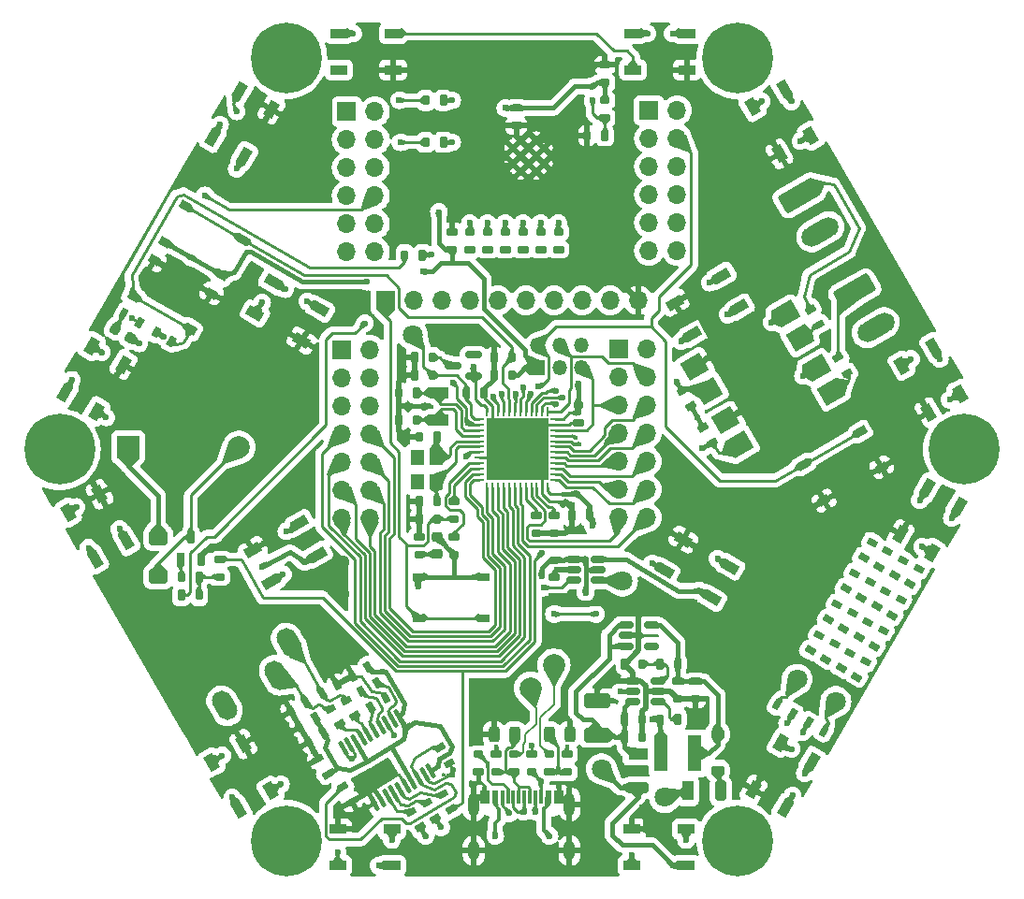
<source format=gbr>
%TF.GenerationSoftware,KiCad,Pcbnew,7.0.9*%
%TF.CreationDate,2024-05-28T15:48:04+02:00*%
%TF.ProjectId,ESP_DB_v1.0,4553505f-4442-45f7-9631-2e302e6b6963,rev?*%
%TF.SameCoordinates,Original*%
%TF.FileFunction,Copper,L1,Top*%
%TF.FilePolarity,Positive*%
%FSLAX46Y46*%
G04 Gerber Fmt 4.6, Leading zero omitted, Abs format (unit mm)*
G04 Created by KiCad (PCBNEW 7.0.9) date 2024-05-28 15:48:04*
%MOMM*%
%LPD*%
G01*
G04 APERTURE LIST*
G04 Aperture macros list*
%AMRoundRect*
0 Rectangle with rounded corners*
0 $1 Rounding radius*
0 $2 $3 $4 $5 $6 $7 $8 $9 X,Y pos of 4 corners*
0 Add a 4 corners polygon primitive as box body*
4,1,4,$2,$3,$4,$5,$6,$7,$8,$9,$2,$3,0*
0 Add four circle primitives for the rounded corners*
1,1,$1+$1,$2,$3*
1,1,$1+$1,$4,$5*
1,1,$1+$1,$6,$7*
1,1,$1+$1,$8,$9*
0 Add four rect primitives between the rounded corners*
20,1,$1+$1,$2,$3,$4,$5,0*
20,1,$1+$1,$4,$5,$6,$7,0*
20,1,$1+$1,$6,$7,$8,$9,0*
20,1,$1+$1,$8,$9,$2,$3,0*%
%AMHorizOval*
0 Thick line with rounded ends*
0 $1 width*
0 $2 $3 position (X,Y) of the first rounded end (center of the circle)*
0 $4 $5 position (X,Y) of the second rounded end (center of the circle)*
0 Add line between two ends*
20,1,$1,$2,$3,$4,$5,0*
0 Add two circle primitives to create the rounded ends*
1,1,$1,$2,$3*
1,1,$1,$4,$5*%
%AMRotRect*
0 Rectangle, with rotation*
0 The origin of the aperture is its center*
0 $1 length*
0 $2 width*
0 $3 Rotation angle, in degrees counterclockwise*
0 Add horizontal line*
21,1,$1,$2,0,0,$3*%
G04 Aperture macros list end*
%TA.AperFunction,SMDPad,CuDef*%
%ADD10RoundRect,0.030000X-0.270000X-0.430000X0.270000X-0.430000X0.270000X0.430000X-0.270000X0.430000X0*%
%TD*%
%TA.AperFunction,SMDPad,CuDef*%
%ADD11RoundRect,0.090000X-0.210000X-0.370000X0.210000X-0.370000X0.210000X0.370000X-0.210000X0.370000X0*%
%TD*%
%TA.AperFunction,SMDPad,CuDef*%
%ADD12RoundRect,0.030000X0.507391X-0.018827X0.237391X0.448827X-0.507391X0.018827X-0.237391X-0.448827X0*%
%TD*%
%TA.AperFunction,SMDPad,CuDef*%
%ADD13RoundRect,0.090000X0.425429X0.003135X0.215429X0.366865X-0.425429X-0.003135X-0.215429X-0.366865X0*%
%TD*%
%TA.AperFunction,ComponentPad*%
%ADD14C,0.800000*%
%TD*%
%TA.AperFunction,ComponentPad*%
%ADD15C,6.400000*%
%TD*%
%TA.AperFunction,SMDPad,CuDef*%
%ADD16RoundRect,0.030000X0.448827X0.237391X-0.018827X0.507391X-0.448827X-0.237391X0.018827X-0.507391X0*%
%TD*%
%TA.AperFunction,SMDPad,CuDef*%
%ADD17RoundRect,0.090000X0.366865X0.215429X0.003135X0.425429X-0.366865X-0.215429X-0.003135X-0.425429X0*%
%TD*%
%TA.AperFunction,SMDPad,CuDef*%
%ADD18RoundRect,0.030000X-0.430000X0.270000X-0.430000X-0.270000X0.430000X-0.270000X0.430000X0.270000X0*%
%TD*%
%TA.AperFunction,SMDPad,CuDef*%
%ADD19RoundRect,0.090000X-0.370000X0.210000X-0.370000X-0.210000X0.370000X-0.210000X0.370000X0.210000X0*%
%TD*%
%TA.AperFunction,SMDPad,CuDef*%
%ADD20RoundRect,0.243750X-0.243750X-0.456250X0.243750X-0.456250X0.243750X0.456250X-0.243750X0.456250X0*%
%TD*%
%TA.AperFunction,SMDPad,CuDef*%
%ADD21RoundRect,0.030000X0.237391X-0.448827X0.507391X0.018827X-0.237391X0.448827X-0.507391X-0.018827X0*%
%TD*%
%TA.AperFunction,SMDPad,CuDef*%
%ADD22RoundRect,0.090000X0.215429X-0.366865X0.425429X-0.003135X-0.215429X0.366865X-0.425429X0.003135X0*%
%TD*%
%TA.AperFunction,ComponentPad*%
%ADD23C,1.800000*%
%TD*%
%TA.AperFunction,SMDPad,CuDef*%
%ADD24RoundRect,0.030000X0.430000X-0.270000X0.430000X0.270000X-0.430000X0.270000X-0.430000X-0.270000X0*%
%TD*%
%TA.AperFunction,SMDPad,CuDef*%
%ADD25RoundRect,0.090000X0.370000X-0.210000X0.370000X0.210000X-0.370000X0.210000X-0.370000X-0.210000X0*%
%TD*%
%TA.AperFunction,SMDPad,CuDef*%
%ADD26RoundRect,0.100000X-0.405353X0.502091X0.232147X-0.602091X0.405353X-0.502091X-0.232147X0.602091X0*%
%TD*%
%TA.AperFunction,SMDPad,CuDef*%
%ADD27RotRect,1.500000X0.900000X240.000000*%
%TD*%
%TA.AperFunction,SMDPad,CuDef*%
%ADD28RoundRect,0.030000X-0.018827X-0.507391X0.448827X-0.237391X0.018827X0.507391X-0.448827X0.237391X0*%
%TD*%
%TA.AperFunction,SMDPad,CuDef*%
%ADD29RoundRect,0.090000X0.003135X-0.425429X0.366865X-0.215429X-0.003135X0.425429X-0.366865X0.215429X0*%
%TD*%
%TA.AperFunction,SMDPad,CuDef*%
%ADD30RotRect,1.000000X0.750000X150.000000*%
%TD*%
%TA.AperFunction,SMDPad,CuDef*%
%ADD31RoundRect,0.250000X0.925000X-0.412500X0.925000X0.412500X-0.925000X0.412500X-0.925000X-0.412500X0*%
%TD*%
%TA.AperFunction,SMDPad,CuDef*%
%ADD32R,0.920000X1.220000*%
%TD*%
%TA.AperFunction,SMDPad,CuDef*%
%ADD33R,0.600000X1.240000*%
%TD*%
%TA.AperFunction,SMDPad,CuDef*%
%ADD34R,0.300000X1.240000*%
%TD*%
%TA.AperFunction,ComponentPad*%
%ADD35O,1.000000X2.100000*%
%TD*%
%TA.AperFunction,ComponentPad*%
%ADD36O,1.000000X1.800000*%
%TD*%
%TA.AperFunction,ComponentPad*%
%ADD37R,2.000000X2.000000*%
%TD*%
%TA.AperFunction,ComponentPad*%
%ADD38C,2.000000*%
%TD*%
%TA.AperFunction,SMDPad,CuDef*%
%ADD39RoundRect,0.218750X-0.317568X-0.112544X0.061318X-0.331294X0.317568X0.112544X-0.061318X0.331294X0*%
%TD*%
%TA.AperFunction,SMDPad,CuDef*%
%ADD40RoundRect,0.030000X-0.507391X0.018827X-0.237391X-0.448827X0.507391X-0.018827X0.237391X0.448827X0*%
%TD*%
%TA.AperFunction,SMDPad,CuDef*%
%ADD41RoundRect,0.090000X-0.425429X-0.003135X-0.215429X-0.366865X0.425429X0.003135X0.215429X0.366865X0*%
%TD*%
%TA.AperFunction,SMDPad,CuDef*%
%ADD42RoundRect,0.150000X-0.512500X-0.150000X0.512500X-0.150000X0.512500X0.150000X-0.512500X0.150000X0*%
%TD*%
%TA.AperFunction,SMDPad,CuDef*%
%ADD43RoundRect,0.030000X0.270000X-0.570000X0.270000X0.570000X-0.270000X0.570000X-0.270000X-0.570000X0*%
%TD*%
%TA.AperFunction,SMDPad,CuDef*%
%ADD44RoundRect,0.120000X0.180000X-0.480000X0.180000X0.480000X-0.180000X0.480000X-0.180000X-0.480000X0*%
%TD*%
%TA.AperFunction,SMDPad,CuDef*%
%ADD45R,1.200000X3.300000*%
%TD*%
%TA.AperFunction,ComponentPad*%
%ADD46R,1.700000X1.700000*%
%TD*%
%TA.AperFunction,ComponentPad*%
%ADD47O,1.700000X1.700000*%
%TD*%
%TA.AperFunction,SMDPad,CuDef*%
%ADD48R,1.500000X0.900000*%
%TD*%
%TA.AperFunction,SMDPad,CuDef*%
%ADD49RotRect,1.500000X0.900000X60.000000*%
%TD*%
%TA.AperFunction,SMDPad,CuDef*%
%ADD50RotRect,1.500000X0.900000X300.000000*%
%TD*%
%TA.AperFunction,SMDPad,CuDef*%
%ADD51RoundRect,0.225000X0.375000X-0.225000X0.375000X0.225000X-0.375000X0.225000X-0.375000X-0.225000X0*%
%TD*%
%TA.AperFunction,SMDPad,CuDef*%
%ADD52RotRect,1.500000X0.900000X330.000000*%
%TD*%
%TA.AperFunction,SMDPad,CuDef*%
%ADD53RoundRect,0.030000X0.018827X0.507391X-0.448827X0.237391X-0.018827X-0.507391X0.448827X-0.237391X0*%
%TD*%
%TA.AperFunction,SMDPad,CuDef*%
%ADD54RoundRect,0.090000X-0.003135X0.425429X-0.366865X0.215429X0.003135X-0.425429X0.366865X-0.215429X0*%
%TD*%
%TA.AperFunction,SMDPad,CuDef*%
%ADD55R,1.200000X1.400000*%
%TD*%
%TA.AperFunction,SMDPad,CuDef*%
%ADD56R,1.800000X1.000000*%
%TD*%
%TA.AperFunction,SMDPad,CuDef*%
%ADD57RoundRect,0.200000X-0.700000X0.300000X-0.700000X-0.300000X0.700000X-0.300000X0.700000X0.300000X0*%
%TD*%
%TA.AperFunction,SMDPad,CuDef*%
%ADD58RoundRect,0.030000X0.270000X0.430000X-0.270000X0.430000X-0.270000X-0.430000X0.270000X-0.430000X0*%
%TD*%
%TA.AperFunction,SMDPad,CuDef*%
%ADD59RoundRect,0.090000X0.210000X0.370000X-0.210000X0.370000X-0.210000X-0.370000X0.210000X-0.370000X0*%
%TD*%
%TA.AperFunction,SMDPad,CuDef*%
%ADD60RotRect,1.000000X0.750000X30.000000*%
%TD*%
%TA.AperFunction,SMDPad,CuDef*%
%ADD61RoundRect,0.250000X-0.600000X0.400000X-0.600000X-0.400000X0.600000X-0.400000X0.600000X0.400000X0*%
%TD*%
%TA.AperFunction,SMDPad,CuDef*%
%ADD62RoundRect,0.243750X0.243750X0.456250X-0.243750X0.456250X-0.243750X-0.456250X0.243750X-0.456250X0*%
%TD*%
%TA.AperFunction,SMDPad,CuDef*%
%ADD63RotRect,1.500000X0.900000X210.000000*%
%TD*%
%TA.AperFunction,ComponentPad*%
%ADD64HorizOval,1.800000X0.250000X-0.433013X-0.250000X0.433013X0*%
%TD*%
%TA.AperFunction,SMDPad,CuDef*%
%ADD65RoundRect,0.030000X-0.448827X-0.237391X0.018827X-0.507391X0.448827X0.237391X-0.018827X0.507391X0*%
%TD*%
%TA.AperFunction,SMDPad,CuDef*%
%ADD66RoundRect,0.090000X-0.366865X-0.215429X-0.003135X-0.425429X0.366865X0.215429X0.003135X0.425429X0*%
%TD*%
%TA.AperFunction,SMDPad,CuDef*%
%ADD67R,1.000000X1.800000*%
%TD*%
%TA.AperFunction,SMDPad,CuDef*%
%ADD68RoundRect,0.200000X-0.300000X-0.700000X0.300000X-0.700000X0.300000X0.700000X-0.300000X0.700000X0*%
%TD*%
%TA.AperFunction,SMDPad,CuDef*%
%ADD69RotRect,1.500000X0.900000X150.000000*%
%TD*%
%TA.AperFunction,SMDPad,CuDef*%
%ADD70RotRect,2.000000X1.780000X210.000000*%
%TD*%
%TA.AperFunction,SMDPad,CuDef*%
%ADD71RotRect,1.500000X0.900000X120.000000*%
%TD*%
%TA.AperFunction,SMDPad,CuDef*%
%ADD72R,1.000000X0.750000*%
%TD*%
%TA.AperFunction,SMDPad,CuDef*%
%ADD73RoundRect,0.150000X0.587500X0.150000X-0.587500X0.150000X-0.587500X-0.150000X0.587500X-0.150000X0*%
%TD*%
%TA.AperFunction,SMDPad,CuDef*%
%ADD74RoundRect,0.218750X0.256250X-0.218750X0.256250X0.218750X-0.256250X0.218750X-0.256250X-0.218750X0*%
%TD*%
%TA.AperFunction,SMDPad,CuDef*%
%ADD75RoundRect,0.062500X-0.375000X-0.062500X0.375000X-0.062500X0.375000X0.062500X-0.375000X0.062500X0*%
%TD*%
%TA.AperFunction,SMDPad,CuDef*%
%ADD76RoundRect,0.062500X-0.062500X-0.375000X0.062500X-0.375000X0.062500X0.375000X-0.062500X0.375000X0*%
%TD*%
%TA.AperFunction,SMDPad,CuDef*%
%ADD77R,5.600000X5.600000*%
%TD*%
%TA.AperFunction,ComponentPad*%
%ADD78RoundRect,0.250000X-1.667339X-0.212083X-1.017339X-1.337917X1.667339X0.212083X1.017339X1.337917X0*%
%TD*%
%TA.AperFunction,ComponentPad*%
%ADD79HorizOval,1.800000X-0.779423X-0.450000X0.779423X0.450000X0*%
%TD*%
%TA.AperFunction,ComponentPad*%
%ADD80R,1.350000X1.350000*%
%TD*%
%TA.AperFunction,ComponentPad*%
%ADD81O,1.350000X1.350000*%
%TD*%
%TA.AperFunction,HeatsinkPad*%
%ADD82C,0.600000*%
%TD*%
%TA.AperFunction,ViaPad*%
%ADD83C,0.600000*%
%TD*%
%TA.AperFunction,ViaPad*%
%ADD84C,1.300000*%
%TD*%
%TA.AperFunction,ViaPad*%
%ADD85C,0.800000*%
%TD*%
%TA.AperFunction,ViaPad*%
%ADD86C,0.400000*%
%TD*%
%TA.AperFunction,Conductor*%
%ADD87C,0.400000*%
%TD*%
%TA.AperFunction,Conductor*%
%ADD88C,0.350000*%
%TD*%
%TA.AperFunction,Conductor*%
%ADD89C,0.250000*%
%TD*%
%TA.AperFunction,Conductor*%
%ADD90C,0.500000*%
%TD*%
%TA.AperFunction,Conductor*%
%ADD91C,0.200000*%
%TD*%
G04 APERTURE END LIST*
D10*
%TO.P,C24,1*%
%TO.N,GND*%
X93400000Y-88300000D03*
D11*
%TO.P,C24,2*%
%TO.N,3.3V*%
X95000000Y-88300000D03*
%TD*%
D12*
%TO.P,R5,1*%
%TO.N,Net-(U4-OUTL)*%
X80800000Y-119092820D03*
D13*
%TO.P,R5,2*%
%TO.N,Net-(C1-Pad1)*%
X80000000Y-117707180D03*
%TD*%
D14*
%TO.P,H6,1*%
%TO.N,N/C*%
X113000000Y-59600000D03*
X113702944Y-57902944D03*
X113702944Y-61297056D03*
X115400000Y-57200000D03*
D15*
X115400000Y-59600000D03*
D14*
X115400000Y-62000000D03*
X117097056Y-57902944D03*
X117097056Y-61297056D03*
X117800000Y-59600000D03*
%TD*%
D16*
%TO.P,R15,1*%
%TO.N,BOOT*%
X64192820Y-85200000D03*
D17*
%TO.P,R15,2*%
%TO.N,3.3V*%
X62807180Y-84400000D03*
%TD*%
D18*
%TO.P,C31,1*%
%TO.N,Net-(U6-VCAP1)*%
X98800000Y-101000000D03*
D19*
%TO.P,C31,2*%
%TO.N,GND*%
X98800000Y-102600000D03*
%TD*%
D20*
%TO.P,D9,1,A1*%
%TO.N,GND*%
X93362500Y-120800000D03*
%TO.P,D9,2,A2*%
%TO.N,USB_DP*%
X95237500Y-120800000D03*
%TD*%
D21*
%TO.P,R47,1*%
%TO.N,unconnected-(R47-Pad1)*%
X126400000Y-111992820D03*
D22*
%TO.P,R47,2*%
%TO.N,unconnected-(R47-Pad2)*%
X127200000Y-110607180D03*
%TD*%
D23*
%TO.P,TP6,1,1*%
%TO.N,Net-(D1-DIN)*%
X105000000Y-106900000D03*
%TD*%
D24*
%TO.P,C32,1*%
%TO.N,GND*%
X98800000Y-106600000D03*
D25*
%TO.P,C32,2*%
%TO.N,3.3V*%
X98800000Y-105000000D03*
%TD*%
D26*
%TO.P,U4,1,CPVDD*%
%TO.N,3.3V*%
X84801874Y-119158502D03*
%TO.P,U4,2,CAPP*%
%TO.N,Net-(U4-CAPP)*%
X84238958Y-119483502D03*
%TO.P,U4,3,CPGND*%
%TO.N,GND*%
X83676041Y-119808502D03*
%TO.P,U4,4,CAPM*%
%TO.N,Net-(U4-CAPM)*%
X83113125Y-120133502D03*
%TO.P,U4,5,VNEG*%
%TO.N,Net-(U4-VNEG)*%
X82550208Y-120458502D03*
%TO.P,U4,6,OUTL*%
%TO.N,Net-(U4-OUTL)*%
X81987292Y-120783502D03*
%TO.P,U4,7,OUTR*%
%TO.N,Net-(U4-OUTR)*%
X81424375Y-121108502D03*
%TO.P,U4,8,AVDD*%
%TO.N,3.3V*%
X80861459Y-121433502D03*
%TO.P,U4,9,AGND*%
%TO.N,GND*%
X80298542Y-121758502D03*
%TO.P,U4,10,DEMP*%
X79735626Y-122083502D03*
%TO.P,U4,11,FLT*%
X82598126Y-127041498D03*
%TO.P,U4,12,SCK*%
X83161042Y-126716498D03*
%TO.P,U4,13,BCK*%
%TO.N,Net-(U4-BCK)*%
X83723959Y-126391498D03*
%TO.P,U4,14,DIN*%
%TO.N,Net-(U4-DIN)*%
X84286875Y-126066498D03*
%TO.P,U4,15,LRCK*%
%TO.N,Net-(U4-LRCK)*%
X84849792Y-125741498D03*
%TO.P,U4,16,FMT*%
%TO.N,GND*%
X85412708Y-125416498D03*
%TO.P,U4,17,XSMT*%
%TO.N,3.3V*%
X85975625Y-125091498D03*
%TO.P,U4,18,LDOO*%
%TO.N,Net-(U4-LDOO)*%
X86538541Y-124766498D03*
%TO.P,U4,19,DGND*%
%TO.N,GND*%
X87101458Y-124441498D03*
%TO.P,U4,20,DVDD*%
%TO.N,3.3V*%
X87664374Y-124116498D03*
%TD*%
D27*
%TO.P,D18,1,VDD*%
%TO.N,VCC*%
X135453942Y-100103238D03*
%TO.P,D18,2,DOUT*%
%TO.N,Net-(D18-DOUT)*%
X132596058Y-98453238D03*
%TO.P,D18,3,VSS*%
%TO.N,GND*%
X130146058Y-102696762D03*
%TO.P,D18,4,DIN*%
%TO.N,Net-(D17-DOUT)*%
X133003942Y-104346762D03*
%TD*%
D14*
%TO.P,H2,1*%
%TO.N,N/C*%
X51700000Y-95000000D03*
X52402944Y-93302944D03*
X52402944Y-96697056D03*
X54100000Y-92600000D03*
D15*
X54100000Y-95000000D03*
D14*
X54100000Y-97400000D03*
X55797056Y-93302944D03*
X55797056Y-96697056D03*
X56500000Y-95000000D03*
%TD*%
D28*
%TO.P,C4,1*%
%TO.N,Net-(U4-VNEG)*%
X82207180Y-118300000D03*
D29*
%TO.P,C4,2*%
%TO.N,GND*%
X83592820Y-117500000D03*
%TD*%
D30*
%TO.P,SW4,1,1*%
%TO.N,3.3V*%
X68760576Y-79223798D03*
X63564424Y-76223798D03*
%TO.P,SW4,2,2*%
%TO.N,BOOT_ST*%
X70635576Y-75976202D03*
X65439424Y-72976202D03*
%TD*%
D31*
%TO.P,C13,1*%
%TO.N,Net-(U5-VIN)*%
X102700000Y-120837500D03*
%TO.P,C13,2*%
%TO.N,GND*%
X102700000Y-117762500D03*
%TD*%
D32*
%TO.P,J1,A1,GND*%
%TO.N,GND*%
X92520000Y-126490000D03*
D33*
%TO.P,J1,A4,VBUS*%
%TO.N,VCC*%
X93480000Y-126500000D03*
D34*
%TO.P,J1,A5,CC1*%
%TO.N,CC1*%
X94630000Y-126500000D03*
%TO.P,J1,A6,D+*%
%TO.N,USB_DP*%
X95630000Y-126500000D03*
%TO.P,J1,A7,D-*%
%TO.N,USB_DM*%
X96130000Y-126500000D03*
%TO.P,J1,A8,SBU1*%
%TO.N,SBU1*%
X97130000Y-126500000D03*
D33*
%TO.P,J1,A9,VBUS*%
%TO.N,VCC*%
X98280000Y-126500000D03*
D32*
%TO.P,J1,A12,GND*%
%TO.N,GND*%
X99240000Y-126490000D03*
%TO.P,J1,B1,GND*%
X99240000Y-126490000D03*
D33*
%TO.P,J1,B4,VBUS*%
%TO.N,VCC*%
X98280000Y-126500000D03*
D34*
%TO.P,J1,B5,CC2*%
%TO.N,CC2*%
X97630000Y-126500000D03*
%TO.P,J1,B6,D+*%
%TO.N,USB_DP*%
X96630000Y-126500000D03*
%TO.P,J1,B7,D-*%
%TO.N,USB_DM*%
X95130000Y-126500000D03*
%TO.P,J1,B8,SBU2*%
%TO.N,SBU2*%
X94130000Y-126500000D03*
D33*
%TO.P,J1,B9,VBUS*%
%TO.N,VCC*%
X93480000Y-126500000D03*
D32*
%TO.P,J1,B12,GND*%
%TO.N,GND*%
X92520000Y-126490000D03*
D35*
%TO.P,J1,S1,SHIELD*%
X91560000Y-127100000D03*
D36*
X91560000Y-131300000D03*
D35*
X100200000Y-127100000D03*
D36*
X100200000Y-131300000D03*
%TD*%
D18*
%TO.P,R3,1*%
%TO.N,GND*%
X96800000Y-122600000D03*
D19*
%TO.P,R3,2*%
%TO.N,CC2*%
X96800000Y-124200000D03*
%TD*%
D21*
%TO.P,R43,1*%
%TO.N,unconnected-(R43-Pad1)*%
X124800000Y-114792820D03*
D22*
%TO.P,R43,2*%
%TO.N,unconnected-(R43-Pad2)*%
X125600000Y-113407180D03*
%TD*%
D37*
%TO.P,BZ1,1,-*%
%TO.N,3.3V*%
X60300000Y-94800000D03*
D38*
%TO.P,BZ1,2,+*%
%TO.N,Net-(BZ1-+)*%
X70300000Y-94800000D03*
%TD*%
D21*
%TO.P,R46,1*%
%TO.N,unconnected-(R46-Pad1)*%
X125000000Y-111192820D03*
D22*
%TO.P,R46,2*%
%TO.N,unconnected-(R46-Pad2)*%
X125800000Y-109807180D03*
%TD*%
D10*
%TO.P,C30,1*%
%TO.N,GND*%
X84800000Y-92300000D03*
D11*
%TO.P,C30,2*%
%TO.N,Net-(U6-PC15)*%
X86400000Y-92300000D03*
%TD*%
D39*
%TO.P,D14,1,K*%
%TO.N,Net-(D14-K)*%
X59118005Y-84106250D03*
%TO.P,D14,2,A*%
%TO.N,IO5*%
X60481995Y-84893750D03*
%TD*%
D21*
%TO.P,R56,1*%
%TO.N,unconnected-(R56-Pad1)*%
X131000000Y-107192820D03*
D22*
%TO.P,R56,2*%
%TO.N,unconnected-(R56-Pad2)*%
X131800000Y-105807180D03*
%TD*%
D40*
%TO.P,C6,1*%
%TO.N,Net-(U4-LDOO)*%
X88500000Y-122007180D03*
D41*
%TO.P,C6,2*%
%TO.N,GND*%
X89300000Y-123392820D03*
%TD*%
D24*
%TO.P,R33,1*%
%TO.N,unconnected-(R33-Pad1)*%
X94400000Y-76900000D03*
D25*
%TO.P,R33,2*%
%TO.N,ESP_CLK*%
X94400000Y-75300000D03*
%TD*%
D21*
%TO.P,R49,1*%
%TO.N,unconnected-(R49-Pad1)*%
X125200000Y-107592820D03*
D22*
%TO.P,R49,2*%
%TO.N,unconnected-(R49-Pad2)*%
X126000000Y-106207180D03*
%TD*%
D42*
%TO.P,U1,1,V_{CCA}*%
%TO.N,3.3V*%
X100562500Y-104950000D03*
%TO.P,U1,2,GND*%
%TO.N,GND*%
X100562500Y-105900000D03*
%TO.P,U1,3,A*%
%TO.N,IO5*%
X100562500Y-106850000D03*
%TO.P,U1,4,B*%
%TO.N,Net-(D1-DIN)*%
X102837500Y-106850000D03*
%TO.P,U1,5,OE*%
%TO.N,3.3V*%
X102837500Y-105900000D03*
%TO.P,U1,6,V_{CCB}*%
%TO.N,VCC*%
X102837500Y-104950000D03*
%TD*%
D21*
%TO.P,R41,1*%
%TO.N,unconnected-(R41-Pad1)*%
X122000000Y-113192820D03*
D22*
%TO.P,R41,2*%
%TO.N,unconnected-(R41-Pad2)*%
X122800000Y-111807180D03*
%TD*%
D16*
%TO.P,R19,1*%
%TO.N,GND*%
X61292820Y-83500000D03*
D17*
%TO.P,R19,2*%
%TO.N,Net-(D14-K)*%
X59907180Y-82700000D03*
%TD*%
D24*
%TO.P,C19,1*%
%TO.N,GND*%
X95400000Y-65700000D03*
D25*
%TO.P,C19,2*%
%TO.N,3.3V*%
X95400000Y-64100000D03*
%TD*%
D10*
%TO.P,R14,1*%
%TO.N,GND*%
X86600000Y-101300000D03*
D11*
%TO.P,R14,2*%
%TO.N,USER*%
X88200000Y-101300000D03*
%TD*%
D43*
%TO.P,Q1,1,B*%
%TO.N,Net-(Q1-B)*%
X65000000Y-104950000D03*
D44*
%TO.P,Q1,2,E*%
%TO.N,GND*%
X66900000Y-104950000D03*
%TO.P,Q1,3,C*%
%TO.N,Net-(BZ1-+)*%
X65950000Y-102950000D03*
%TD*%
D45*
%TO.P,L1,1,1*%
%TO.N,Net-(U5-SW)*%
X108450000Y-122500000D03*
%TO.P,L1,2,2*%
%TO.N,Net-(D11-A)*%
X111550000Y-122500000D03*
%TD*%
D10*
%TO.P,C26,1*%
%TO.N,GND*%
X86200000Y-88300000D03*
D11*
%TO.P,C26,2*%
%TO.N,VBAT*%
X87800000Y-88300000D03*
%TD*%
D46*
%TO.P,J10,1,Pin_1*%
%TO.N,Sen_VP*%
X107400000Y-64300000D03*
D47*
%TO.P,J10,2,Pin_2*%
%TO.N,Sen_VN*%
X109940000Y-64300000D03*
%TO.P,J10,3,Pin_3*%
%TO.N,IO34*%
X107400000Y-66840000D03*
%TO.P,J10,4,Pin_4*%
%TO.N,RESET*%
X109940000Y-66840000D03*
%TO.P,J10,5,Pin_5*%
%TO.N,IO32*%
X107400000Y-69380000D03*
%TO.P,J10,6,Pin_6*%
%TO.N,IO35*%
X109940000Y-69380000D03*
%TO.P,J10,7,Pin_7*%
%TO.N,IO25*%
X107400000Y-71920000D03*
%TO.P,J10,8,Pin_8*%
%TO.N,IO33*%
X109940000Y-71920000D03*
%TO.P,J10,9,Pin_9*%
%TO.N,IO27*%
X107400000Y-74460000D03*
%TO.P,J10,10,Pin_10*%
%TO.N,IO26*%
X109940000Y-74460000D03*
%TO.P,J10,11,Pin_11*%
%TO.N,IO12*%
X107400000Y-77000000D03*
%TO.P,J10,12,Pin_12*%
%TO.N,IO14*%
X109940000Y-77000000D03*
%TD*%
D24*
%TO.P,C25,1*%
%TO.N,GND*%
X101000000Y-92600000D03*
D25*
%TO.P,C25,2*%
%TO.N,3.3V*%
X101000000Y-91000000D03*
%TD*%
D23*
%TO.P,TP4,1,1*%
%TO.N,VBAT*%
X86000000Y-84600000D03*
%TD*%
D48*
%TO.P,D16,1,VDD*%
%TO.N,VCC*%
X110750000Y-132650000D03*
%TO.P,D16,2,DOUT*%
%TO.N,Net-(D16-DOUT)*%
X110750000Y-129350000D03*
%TO.P,D16,3,VSS*%
%TO.N,GND*%
X105850000Y-129350000D03*
%TO.P,D16,4,DIN*%
%TO.N,Net-(D15-DOUT)*%
X105850000Y-132650000D03*
%TD*%
D10*
%TO.P,R16,1*%
%TO.N,GND*%
X93400000Y-86700000D03*
D11*
%TO.P,R16,2*%
%TO.N,BOOT_ST*%
X95000000Y-86700000D03*
%TD*%
D27*
%TO.P,D17,1,VDD*%
%TO.N,VCC*%
X122153942Y-123203238D03*
%TO.P,D17,2,DOUT*%
%TO.N,Net-(D17-DOUT)*%
X119296058Y-121553238D03*
%TO.P,D17,3,VSS*%
%TO.N,GND*%
X116846058Y-125796762D03*
%TO.P,D17,4,DIN*%
%TO.N,Net-(D16-DOUT)*%
X119703942Y-127446762D03*
%TD*%
D23*
%TO.P,TP1,1,1*%
%TO.N,Net-(R39-Pad2)*%
X124300000Y-117800000D03*
%TD*%
D49*
%TO.P,D5,1,VDD*%
%TO.N,VCC*%
X67946058Y-66796762D03*
%TO.P,D5,2,DOUT*%
%TO.N,Net-(D5-DOUT)*%
X70803942Y-68446762D03*
%TO.P,D5,3,VSS*%
%TO.N,GND*%
X73253942Y-64203238D03*
%TO.P,D5,4,DIN*%
%TO.N,Net-(D4-DOUT)*%
X70396058Y-62553238D03*
%TD*%
D50*
%TO.P,D20,1,VDD*%
%TO.N,VCC*%
X119603942Y-62353238D03*
%TO.P,D20,2,DOUT*%
%TO.N,Net-(D20-DOUT)*%
X116746058Y-64003238D03*
%TO.P,D20,3,VSS*%
%TO.N,GND*%
X119196058Y-68246762D03*
%TO.P,D20,4,DIN*%
%TO.N,Net-(D19-DOUT)*%
X122053942Y-66596762D03*
%TD*%
D51*
%TO.P,D11,1,K*%
%TO.N,Net-(D11-K)*%
X113600000Y-124050000D03*
%TO.P,D11,2,A*%
%TO.N,Net-(D11-A)*%
X113600000Y-120750000D03*
%TD*%
D42*
%TO.P,U8,1,VIN*%
%TO.N,Net-(U5-VIN)*%
X105325000Y-110900000D03*
%TO.P,U8,2,GND*%
%TO.N,GND*%
X105325000Y-111850000D03*
%TO.P,U8,3,EN*%
%TO.N,Net-(U5-VIN)*%
X105325000Y-112800000D03*
%TO.P,U8,4,SENSE/ADJ*%
%TO.N,unconnected-(U8-SENSE{slash}ADJ-Pad4)*%
X107600000Y-112800000D03*
%TO.P,U8,5,VOUT*%
%TO.N,Net-(D11-A)*%
X107600000Y-110900000D03*
%TD*%
D52*
%TO.P,D4,1,VDD*%
%TO.N,VCC*%
X73403238Y-79846058D03*
%TO.P,D4,2,DOUT*%
%TO.N,Net-(D4-DOUT)*%
X71753238Y-82703942D03*
%TO.P,D4,3,VSS*%
%TO.N,GND*%
X75996762Y-85153942D03*
%TO.P,D4,4,DIN*%
%TO.N,Net-(D3-DOUT)*%
X77646762Y-82296058D03*
%TD*%
D40*
%TO.P,R37,1*%
%TO.N,Net-(J7-Pin_1)*%
X124500000Y-86707180D03*
D41*
%TO.P,R37,2*%
%TO.N,Net-(R37-Pad2)*%
X125300000Y-88092820D03*
%TD*%
D18*
%TO.P,R12,1*%
%TO.N,GND*%
X86600000Y-102900000D03*
D19*
%TO.P,R12,2*%
%TO.N,Net-(D12-K)*%
X86600000Y-104500000D03*
%TD*%
D12*
%TO.P,R7,1*%
%TO.N,DIN*%
X88100000Y-128392820D03*
D13*
%TO.P,R7,2*%
%TO.N,Net-(U4-DIN)*%
X87300000Y-127007180D03*
%TD*%
D18*
%TO.P,C21,1*%
%TO.N,GND*%
X103400000Y-60200000D03*
D19*
%TO.P,C21,2*%
%TO.N,3.3V*%
X103400000Y-61800000D03*
%TD*%
D24*
%TO.P,R4,1*%
%TO.N,GND*%
X92000000Y-124200000D03*
D25*
%TO.P,R4,2*%
%TO.N,CC1*%
X92000000Y-122600000D03*
%TD*%
D14*
%TO.P,H5,1*%
%TO.N,N/C*%
X133500000Y-95000000D03*
X134202944Y-93302944D03*
X134202944Y-96697056D03*
X135900000Y-92600000D03*
D15*
X135900000Y-95000000D03*
D14*
X135900000Y-97400000D03*
X137597056Y-93302944D03*
X137597056Y-96697056D03*
X138300000Y-95000000D03*
%TD*%
D21*
%TO.P,R44,1*%
%TO.N,unconnected-(R44-Pad1)*%
X126200000Y-115592820D03*
D22*
%TO.P,R44,2*%
%TO.N,unconnected-(R44-Pad2)*%
X127000000Y-114207180D03*
%TD*%
D53*
%TO.P,C8,1*%
%TO.N,3.3V*%
X81992820Y-114700000D03*
D54*
%TO.P,C8,2*%
%TO.N,GND*%
X80607180Y-115500000D03*
%TD*%
D21*
%TO.P,R45,1*%
%TO.N,unconnected-(R45-Pad1)*%
X123600000Y-110392820D03*
D22*
%TO.P,R45,2*%
%TO.N,unconnected-(R45-Pad2)*%
X124400000Y-109007180D03*
%TD*%
D24*
%TO.P,R32,1*%
%TO.N,unconnected-(R32-Pad1)*%
X97600000Y-76900000D03*
D25*
%TO.P,R32,2*%
%TO.N,SD3*%
X97600000Y-75300000D03*
%TD*%
D55*
%TO.P,Y2,1,1*%
%TO.N,Net-(U6-PH1)*%
X88150000Y-97900000D03*
%TO.P,Y2,2,2*%
%TO.N,Net-(U6-PH0)*%
X88150000Y-95700000D03*
%TO.P,Y2,3*%
%TO.N,N/C*%
X86450000Y-95700000D03*
%TO.P,Y2,4*%
X86450000Y-97900000D03*
%TD*%
D12*
%TO.P,R8,1*%
%TO.N,DO_1*%
X89500000Y-127592820D03*
D13*
%TO.P,R8,2*%
%TO.N,Net-(U4-LRCK)*%
X88700000Y-126207180D03*
%TD*%
D18*
%TO.P,R21,1*%
%TO.N,Net-(U6-PA12)*%
X93600000Y-122600000D03*
D19*
%TO.P,R21,2*%
%TO.N,USB_DP*%
X93600000Y-124200000D03*
%TD*%
D56*
%TO.P,F1,1*%
%TO.N,Net-(U5-VIN)*%
X106400000Y-122600000D03*
D57*
%TO.P,F1,2*%
%TO.N,VCC*%
X106400000Y-125600000D03*
%TD*%
D58*
%TO.P,C27,1*%
%TO.N,Net-(U6-PH0)*%
X88200000Y-93900000D03*
D59*
%TO.P,C27,2*%
%TO.N,GND*%
X86600000Y-93900000D03*
%TD*%
D12*
%TO.P,C10,1*%
%TO.N,3.3V*%
X78300000Y-124392820D03*
D13*
%TO.P,C10,2*%
%TO.N,GND*%
X77500000Y-123007180D03*
%TD*%
D48*
%TO.P,D22,1,VDD*%
%TO.N,VCC*%
X79350000Y-57350000D03*
%TO.P,D22,2,DOUT*%
%TO.N,unconnected-(D22-DOUT-Pad2)*%
X79350000Y-60650000D03*
%TO.P,D22,3,VSS*%
%TO.N,GND*%
X84250000Y-60650000D03*
%TO.P,D22,4,DIN*%
%TO.N,Net-(D21-DOUT)*%
X84250000Y-57350000D03*
%TD*%
D18*
%TO.P,R22,1*%
%TO.N,PA0*%
X89800000Y-99700000D03*
D19*
%TO.P,R22,2*%
%TO.N,USER*%
X89800000Y-101300000D03*
%TD*%
D60*
%TO.P,SW1,1,1*%
%TO.N,RESET*%
X121364424Y-96376202D03*
X126560576Y-93376202D03*
%TO.P,SW1,2,2*%
%TO.N,GND*%
X123239424Y-99623798D03*
X128435576Y-96623798D03*
%TD*%
D61*
%TO.P,D23,1,K*%
%TO.N,3.3V*%
X63000000Y-103000000D03*
%TO.P,D23,2,A*%
%TO.N,Net-(BZ1-+)*%
X63000000Y-106500000D03*
%TD*%
D62*
%TO.P,D10,1,A1*%
%TO.N,GND*%
X100237500Y-120800000D03*
%TO.P,D10,2,A2*%
%TO.N,USB_DM*%
X98362500Y-120800000D03*
%TD*%
D21*
%TO.P,R42,1*%
%TO.N,unconnected-(R42-Pad1)*%
X123400000Y-113992820D03*
D22*
%TO.P,R42,2*%
%TO.N,unconnected-(R42-Pad2)*%
X124200000Y-112607180D03*
%TD*%
D63*
%TO.P,D3,1,VDD*%
%TO.N,VCC*%
X77446762Y-104503942D03*
%TO.P,D3,2,DOUT*%
%TO.N,Net-(D3-DOUT)*%
X75796762Y-101646058D03*
%TO.P,D3,3,VSS*%
%TO.N,GND*%
X71553238Y-104096058D03*
%TO.P,D3,4,DIN*%
%TO.N,Net-(D2-DOUT)*%
X73203238Y-106953942D03*
%TD*%
D64*
%TO.P,J2,R*%
%TO.N,N/C*%
X68999296Y-118195449D03*
%TO.P,J2,S*%
%TO.N,Net-(C1-Pad1)*%
X74840897Y-112513398D03*
%TO.P,J2,T*%
%TO.N,Net-(C2-Pad1)*%
X73762436Y-115445449D03*
%TD*%
D23*
%TO.P,TP2,1,1*%
%TO.N,Net-(R40-Pad2)*%
X120800000Y-115800000D03*
%TD*%
D38*
%TO.P,TP8,1,1*%
%TO.N,USB_D-*%
X98800000Y-114500000D03*
%TD*%
D23*
%TO.P,TP5,1,1*%
%TO.N,3.3V*%
X108800000Y-126500000D03*
%TD*%
D65*
%TO.P,R39,1*%
%TO.N,SBU1*%
X121807180Y-119700000D03*
D66*
%TO.P,R39,2*%
%TO.N,Net-(R39-Pad2)*%
X123192820Y-120500000D03*
%TD*%
D24*
%TO.P,R2,1*%
%TO.N,USB_DP*%
X95200000Y-124200000D03*
D25*
%TO.P,R2,2*%
%TO.N,USB_D+*%
X95200000Y-122600000D03*
%TD*%
D30*
%TO.P,SW3,1,1*%
%TO.N,BOOT*%
X65960576Y-84123798D03*
X60764424Y-81123798D03*
%TO.P,SW3,2,2*%
%TO.N,GND*%
X67835576Y-80876202D03*
X62639424Y-77876202D03*
%TD*%
D67*
%TO.P,F12,1*%
%TO.N,3.3V*%
X110900000Y-125900000D03*
D68*
%TO.P,F12,2*%
%TO.N,Net-(D11-K)*%
X113900000Y-125900000D03*
%TD*%
D58*
%TO.P,R27,1*%
%TO.N,Net-(U3-IO22)*%
X88800000Y-63400000D03*
D59*
%TO.P,R27,2*%
%TO.N,SCL*%
X87200000Y-63400000D03*
%TD*%
D69*
%TO.P,D2,1,VDD*%
%TO.N,VCC*%
X113096762Y-108453942D03*
%TO.P,D2,2,DOUT*%
%TO.N,Net-(D2-DOUT)*%
X114746762Y-105596058D03*
%TO.P,D2,3,VSS*%
%TO.N,GND*%
X110503238Y-103146058D03*
%TO.P,D2,4,DIN*%
%TO.N,Net-(D1-DOUT)*%
X108853238Y-106003942D03*
%TD*%
D63*
%TO.P,D1,1,VDD*%
%TO.N,VCC*%
X115608373Y-82121294D03*
%TO.P,D1,2,DOUT*%
%TO.N,Net-(D1-DOUT)*%
X113958373Y-79263410D03*
%TO.P,D1,3,VSS*%
%TO.N,GND*%
X109714849Y-81713410D03*
%TO.P,D1,4,DIN*%
%TO.N,Net-(D1-DIN)*%
X111364849Y-84571294D03*
%TD*%
D21*
%TO.P,R52,1*%
%TO.N,unconnected-(R52-Pad1)*%
X129400000Y-109992820D03*
D22*
%TO.P,R52,2*%
%TO.N,unconnected-(R52-Pad2)*%
X130200000Y-108607180D03*
%TD*%
D18*
%TO.P,C15,1*%
%TO.N,Net-(D11-A)*%
X110000000Y-116000000D03*
D19*
%TO.P,C15,2*%
%TO.N,GND*%
X110000000Y-117600000D03*
%TD*%
D70*
%TO.P,U7,1*%
%TO.N,Net-(R37-Pad2)*%
X123870000Y-89799704D03*
%TO.P,U7,2*%
%TO.N,Net-(J7-Pin_2)*%
X122600000Y-87600000D03*
%TO.P,U7,3*%
%TO.N,GND*%
X114346778Y-92365000D03*
%TO.P,U7,4*%
%TO.N,DO_2*%
X115616778Y-94564704D03*
%TD*%
D10*
%TO.P,C18,1*%
%TO.N,GND*%
X86200000Y-86700000D03*
D11*
%TO.P,C18,2*%
%TO.N,Net-(C18-Pad2)*%
X87800000Y-86700000D03*
%TD*%
D40*
%TO.P,C5,1*%
%TO.N,Net-(U4-LDOO)*%
X79700000Y-125507180D03*
D41*
%TO.P,C5,2*%
%TO.N,GND*%
X80500000Y-126892820D03*
%TD*%
D18*
%TO.P,R18,1*%
%TO.N,Net-(U6-VDDA)*%
X89800000Y-102900000D03*
D19*
%TO.P,R18,2*%
%TO.N,3.3V*%
X89800000Y-104500000D03*
%TD*%
D24*
%TO.P,R1,1*%
%TO.N,USB_DM*%
X98400000Y-124200000D03*
D25*
%TO.P,R1,2*%
%TO.N,USB_D-*%
X98400000Y-122600000D03*
%TD*%
D18*
%TO.P,R20,1*%
%TO.N,Net-(U6-PA11)*%
X100000000Y-122600000D03*
D19*
%TO.P,R20,2*%
%TO.N,USB_DM*%
X100000000Y-124200000D03*
%TD*%
D42*
%TO.P,U5,1,GND*%
%TO.N,GND*%
X105962500Y-115950000D03*
%TO.P,U5,2,SW*%
%TO.N,Net-(U5-SW)*%
X105962500Y-116900000D03*
%TO.P,U5,3,VIN*%
%TO.N,Net-(U5-VIN)*%
X105962500Y-117850000D03*
%TO.P,U5,4,VFB*%
%TO.N,Net-(U5-VFB)*%
X108237500Y-117850000D03*
%TO.P,U5,5,EN*%
%TO.N,GND*%
X108237500Y-116900000D03*
%TO.P,U5,6,VBST*%
%TO.N,DC_FB*%
X108237500Y-115950000D03*
%TD*%
D40*
%TO.P,R35,1*%
%TO.N,Net-(J3-Pin_1)*%
X122000000Y-82307180D03*
D41*
%TO.P,R35,2*%
%TO.N,Net-(R35-Pad2)*%
X122800000Y-83692820D03*
%TD*%
D14*
%TO.P,H3,1*%
%TO.N,N/C*%
X72200000Y-130400000D03*
X72902944Y-128702944D03*
X72902944Y-132097056D03*
X74600000Y-128000000D03*
D15*
X74600000Y-130400000D03*
D14*
X74600000Y-132800000D03*
X76297056Y-128702944D03*
X76297056Y-132097056D03*
X77000000Y-130400000D03*
%TD*%
D53*
%TO.P,C9,1*%
%TO.N,3.3V*%
X77992820Y-120700000D03*
D54*
%TO.P,C9,2*%
%TO.N,GND*%
X76607180Y-121500000D03*
%TD*%
D10*
%TO.P,R10,1*%
%TO.N,GND*%
X105200000Y-114400000D03*
D11*
%TO.P,R10,2*%
%TO.N,DC_FB*%
X106800000Y-114400000D03*
%TD*%
D24*
%TO.P,R29,1*%
%TO.N,unconnected-(R29-Pad1)*%
X92800000Y-76900000D03*
D25*
%TO.P,R29,2*%
%TO.N,SD0*%
X92800000Y-75300000D03*
%TD*%
D58*
%TO.P,R23,1*%
%TO.N,IO0*%
X86900000Y-77400000D03*
D59*
%TO.P,R23,2*%
%TO.N,BOOT*%
X85300000Y-77400000D03*
%TD*%
D53*
%TO.P,C7,1*%
%TO.N,3.3V*%
X77192820Y-119300000D03*
D54*
%TO.P,C7,2*%
%TO.N,GND*%
X75807180Y-120100000D03*
%TD*%
D16*
%TO.P,R40,1*%
%TO.N,SBU2*%
X120392820Y-118900000D03*
D17*
%TO.P,R40,2*%
%TO.N,Net-(R40-Pad2)*%
X119007180Y-118100000D03*
%TD*%
D21*
%TO.P,R54,1*%
%TO.N,unconnected-(R54-Pad1)*%
X128200000Y-105592820D03*
D22*
%TO.P,R54,2*%
%TO.N,unconnected-(R54-Pad2)*%
X129000000Y-104207180D03*
%TD*%
D23*
%TO.P,TP3,1,1*%
%TO.N,VCC*%
X103100000Y-123900000D03*
%TD*%
D58*
%TO.P,C14,1*%
%TO.N,Net-(U5-VFB)*%
X110000000Y-119400000D03*
D59*
%TO.P,C14,2*%
%TO.N,Net-(U5-SW)*%
X108400000Y-119400000D03*
%TD*%
D53*
%TO.P,C3,1*%
%TO.N,Net-(U4-CAPP)*%
X82792820Y-116100000D03*
D54*
%TO.P,C3,2*%
%TO.N,Net-(U4-CAPM)*%
X81407180Y-116900000D03*
%TD*%
D71*
%TO.P,D7,1,VDD*%
%TO.N,VCC*%
X57296058Y-104946762D03*
%TO.P,D7,2,DOUT*%
%TO.N,Net-(D7-DOUT)*%
X60153942Y-103296762D03*
%TO.P,D7,3,VSS*%
%TO.N,GND*%
X57703942Y-99053238D03*
%TO.P,D7,4,DIN*%
%TO.N,Net-(D6-DOUT)*%
X54846058Y-100703238D03*
%TD*%
D58*
%TO.P,C22,1*%
%TO.N,GND*%
X92500000Y-89900000D03*
D59*
%TO.P,C22,2*%
%TO.N,VBAT*%
X90900000Y-89900000D03*
%TD*%
D12*
%TO.P,R6,1*%
%TO.N,Net-(U4-OUTR)*%
X79400000Y-119892820D03*
D13*
%TO.P,R6,2*%
%TO.N,Net-(C2-Pad1)*%
X78600000Y-118507180D03*
%TD*%
D14*
%TO.P,H1,1*%
%TO.N,N/C*%
X72200000Y-59600000D03*
X72902944Y-57902944D03*
X72902944Y-61297056D03*
X74600000Y-57200000D03*
D15*
X74600000Y-59600000D03*
D14*
X74600000Y-62000000D03*
X76297056Y-57902944D03*
X76297056Y-61297056D03*
X77000000Y-59600000D03*
%TD*%
D21*
%TO.P,R48,1*%
%TO.N,unconnected-(R48-Pad1)*%
X127800000Y-112792820D03*
D22*
%TO.P,R48,2*%
%TO.N,unconnected-(R48-Pad2)*%
X128600000Y-111407180D03*
%TD*%
D18*
%TO.P,C20,1*%
%TO.N,GND*%
X89600000Y-75300000D03*
D19*
%TO.P,C20,2*%
%TO.N,3.3V*%
X89600000Y-76900000D03*
%TD*%
D72*
%TO.P,SW2,1,1*%
%TO.N,3.3V*%
X86500000Y-106525000D03*
X92500000Y-106525000D03*
%TO.P,SW2,2,2*%
%TO.N,USER*%
X86500000Y-110275000D03*
X92500000Y-110275000D03*
%TD*%
D18*
%TO.P,C16,1*%
%TO.N,Net-(D11-A)*%
X111600000Y-116000000D03*
D19*
%TO.P,C16,2*%
%TO.N,GND*%
X111600000Y-117600000D03*
%TD*%
D12*
%TO.P,R36,1*%
%TO.N,3.3V*%
X111200000Y-91092820D03*
D13*
%TO.P,R36,2*%
%TO.N,DO_1*%
X110400000Y-89707180D03*
%TD*%
D46*
%TO.P,J4,1,Pin_1*%
%TO.N,DIN*%
X79625000Y-85975000D03*
D47*
%TO.P,J4,2,Pin_2*%
%TO.N,PB6*%
X82165000Y-85975000D03*
%TO.P,J4,3,Pin_3*%
%TO.N,PB9*%
X79625000Y-88515000D03*
%TO.P,J4,4,Pin_4*%
%TO.N,PB8*%
X82165000Y-88515000D03*
%TO.P,J4,5,Pin_5*%
%TO.N,PB7*%
X79625000Y-91055000D03*
%TO.P,J4,6,Pin_6*%
%TO.N,GND*%
X82165000Y-91055000D03*
%TO.P,J4,7,Pin_7*%
%TO.N,PB0*%
X79625000Y-93595000D03*
%TO.P,J4,8,Pin_8*%
%TO.N,PA1*%
X82165000Y-93595000D03*
%TO.P,J4,9,Pin_9*%
%TO.N,PA7*%
X79625000Y-96135000D03*
%TO.P,J4,10,Pin_10*%
%TO.N,PA2*%
X82165000Y-96135000D03*
%TO.P,J4,11,Pin_11*%
%TO.N,PA5*%
X79625000Y-98675000D03*
%TO.P,J4,12,Pin_12*%
%TO.N,PA3*%
X82165000Y-98675000D03*
%TO.P,J4,13,Pin_13*%
%TO.N,PA6*%
X79625000Y-101215000D03*
%TO.P,J4,14,Pin_14*%
%TO.N,PA4*%
X82165000Y-101215000D03*
%TD*%
D48*
%TO.P,D21,1,VDD*%
%TO.N,VCC*%
X105950000Y-57350000D03*
%TO.P,D21,2,DOUT*%
%TO.N,Net-(D21-DOUT)*%
X105950000Y-60650000D03*
%TO.P,D21,3,VSS*%
%TO.N,GND*%
X110850000Y-60650000D03*
%TO.P,D21,4,DIN*%
%TO.N,Net-(D20-DOUT)*%
X110850000Y-57350000D03*
%TD*%
D21*
%TO.P,R50,1*%
%TO.N,unconnected-(R50-Pad1)*%
X126600000Y-108392820D03*
D22*
%TO.P,R50,2*%
%TO.N,unconnected-(R50-Pad2)*%
X127400000Y-107007180D03*
%TD*%
D73*
%TO.P,D13,1*%
%TO.N,3.3V*%
X91537500Y-88350000D03*
%TO.P,D13,2*%
%TO.N,VB*%
X91537500Y-86450000D03*
%TO.P,D13,3*%
%TO.N,Net-(C18-Pad2)*%
X89662500Y-87400000D03*
%TD*%
D58*
%TO.P,R26,1*%
%TO.N,Net-(U3-IO21)*%
X88800000Y-67200000D03*
D59*
%TO.P,R26,2*%
%TO.N,SDA*%
X87200000Y-67200000D03*
%TD*%
D46*
%TO.P,J8,1,Pin_1*%
%TO.N,USER*%
X83575000Y-81500000D03*
D47*
%TO.P,J8,2,Pin_2*%
%TO.N,IO15*%
X86115000Y-81500000D03*
%TO.P,J8,3,Pin_3*%
%TO.N,SD1*%
X88655000Y-81500000D03*
%TO.P,J8,4,Pin_4*%
%TO.N,SD0*%
X91195000Y-81500000D03*
%TO.P,J8,5,Pin_5*%
%TO.N,ESP_CLK*%
X93735000Y-81500000D03*
%TO.P,J8,6,Pin_6*%
%TO.N,ESP_CMD*%
X96275000Y-81500000D03*
%TO.P,J8,7,Pin_7*%
%TO.N,SD3*%
X98815000Y-81500000D03*
%TO.P,J8,8,Pin_8*%
%TO.N,SD2*%
X101355000Y-81500000D03*
%TO.P,J8,9,Pin_9*%
%TO.N,IO13*%
X103895000Y-81500000D03*
%TO.P,J8,10,Pin_10*%
%TO.N,GND*%
X106435000Y-81500000D03*
%TD*%
D70*
%TO.P,U2,1*%
%TO.N,Net-(R35-Pad2)*%
X121061611Y-84917352D03*
%TO.P,U2,2*%
%TO.N,Net-(J3-Pin_2)*%
X119791611Y-82717648D03*
%TO.P,U2,3*%
%TO.N,GND*%
X111538389Y-87482648D03*
%TO.P,U2,4*%
%TO.N,DO_1*%
X112808389Y-89682352D03*
%TD*%
D28*
%TO.P,C1,1*%
%TO.N,Net-(C1-Pad1)*%
X77807180Y-117100000D03*
D29*
%TO.P,C1,2*%
%TO.N,GND*%
X79192820Y-116300000D03*
%TD*%
D24*
%TO.P,R13,1*%
%TO.N,RESET*%
X103400000Y-65000000D03*
D25*
%TO.P,R13,2*%
%TO.N,3.3V*%
X103400000Y-63400000D03*
%TD*%
D10*
%TO.P,C12,1*%
%TO.N,Net-(U5-VIN)*%
X105200000Y-121000000D03*
D11*
%TO.P,C12,2*%
%TO.N,GND*%
X106800000Y-121000000D03*
%TD*%
D74*
%TO.P,D12,1,K*%
%TO.N,Net-(D12-K)*%
X88200000Y-104487500D03*
%TO.P,D12,2,A*%
%TO.N,3.3V*%
X88200000Y-102912500D03*
%TD*%
D10*
%TO.P,C11,1*%
%TO.N,Net-(U5-VIN)*%
X105200000Y-119400000D03*
D11*
%TO.P,C11,2*%
%TO.N,GND*%
X106800000Y-119400000D03*
%TD*%
D12*
%TO.P,R9,1*%
%TO.N,PB3*%
X86700000Y-129192820D03*
D13*
%TO.P,R9,2*%
%TO.N,Net-(U4-BCK)*%
X85900000Y-127807180D03*
%TD*%
D53*
%TO.P,C2,1*%
%TO.N,Net-(C2-Pad1)*%
X76392820Y-117900000D03*
D54*
%TO.P,C2,2*%
%TO.N,GND*%
X75007180Y-118700000D03*
%TD*%
D18*
%TO.P,R25,1*%
%TO.N,DO_1*%
X68550000Y-104950000D03*
D19*
%TO.P,R25,2*%
%TO.N,BUZZ*%
X68550000Y-106550000D03*
%TD*%
D46*
%TO.P,J6,1,Pin_1*%
%TO.N,PB4*%
X104660000Y-85920000D03*
D47*
%TO.P,J6,2,Pin_2*%
%TO.N,PB3*%
X107200000Y-85920000D03*
%TO.P,J6,3,Pin_3*%
%TO.N,DO_1*%
X104660000Y-88460000D03*
%TO.P,J6,4,Pin_4*%
%TO.N,PA14*%
X107200000Y-88460000D03*
%TO.P,J6,5,Pin_5*%
%TO.N,PA13*%
X104660000Y-91000000D03*
%TO.P,J6,6,Pin_6*%
%TO.N,PA10*%
X107200000Y-91000000D03*
%TO.P,J6,7,Pin_7*%
%TO.N,PA9*%
X104660000Y-93540000D03*
%TO.P,J6,8,Pin_8*%
%TO.N,PA8*%
X107200000Y-93540000D03*
%TO.P,J6,9,Pin_9*%
%TO.N,PB15*%
X104660000Y-96080000D03*
%TO.P,J6,10,Pin_10*%
%TO.N,PB14*%
X107200000Y-96080000D03*
%TO.P,J6,11,Pin_11*%
%TO.N,PB13*%
X104660000Y-98620000D03*
%TO.P,J6,12,Pin_12*%
%TO.N,PB12*%
X107200000Y-98620000D03*
%TO.P,J6,13,Pin_13*%
%TO.N,PB10*%
X104660000Y-101160000D03*
%TO.P,J6,14,Pin_14*%
%TO.N,DO_2*%
X107200000Y-101160000D03*
%TD*%
D75*
%TO.P,U6,1,VBAT*%
%TO.N,VBAT*%
X92062500Y-92250000D03*
%TO.P,U6,2,PC13*%
%TO.N,IO5*%
X92062500Y-92750000D03*
%TO.P,U6,3,PC14*%
%TO.N,Net-(U6-PC14)*%
X92062500Y-93250000D03*
%TO.P,U6,4,PC15*%
%TO.N,Net-(U6-PC15)*%
X92062500Y-93750000D03*
%TO.P,U6,5,PH0*%
%TO.N,Net-(U6-PH0)*%
X92062500Y-94250000D03*
%TO.P,U6,6,PH1*%
%TO.N,Net-(U6-PH1)*%
X92062500Y-94750000D03*
%TO.P,U6,7,NRST*%
%TO.N,RESET*%
X92062500Y-95250000D03*
%TO.P,U6,8,VSSA*%
%TO.N,GND*%
X92062500Y-95750000D03*
%TO.P,U6,9,VDDA*%
%TO.N,Net-(U6-VDDA)*%
X92062500Y-96250000D03*
%TO.P,U6,10,PA0*%
%TO.N,PA0*%
X92062500Y-96750000D03*
%TO.P,U6,11,PA1*%
%TO.N,PA1*%
X92062500Y-97250000D03*
%TO.P,U6,12,PA2*%
%TO.N,PA2*%
X92062500Y-97750000D03*
D76*
%TO.P,U6,13,PA3*%
%TO.N,PA3*%
X92750000Y-98437500D03*
%TO.P,U6,14,PA4*%
%TO.N,PA4*%
X93250000Y-98437500D03*
%TO.P,U6,15,PA5*%
%TO.N,PA5*%
X93750000Y-98437500D03*
%TO.P,U6,16,PA6*%
%TO.N,PA6*%
X94250000Y-98437500D03*
%TO.P,U6,17,PA7*%
%TO.N,PA7*%
X94750000Y-98437500D03*
%TO.P,U6,18,PB0*%
%TO.N,PB0*%
X95250000Y-98437500D03*
%TO.P,U6,19,PB1*%
%TO.N,DO_2*%
X95750000Y-98437500D03*
%TO.P,U6,20,PB2*%
%TO.N,Net-(U6-PB2)*%
X96250000Y-98437500D03*
%TO.P,U6,21,PB10*%
%TO.N,PB10*%
X96750000Y-98437500D03*
%TO.P,U6,22,VCAP1*%
%TO.N,Net-(U6-VCAP1)*%
X97250000Y-98437500D03*
%TO.P,U6,23,VSS*%
%TO.N,GND*%
X97750000Y-98437500D03*
%TO.P,U6,24,VDD*%
%TO.N,3.3V*%
X98250000Y-98437500D03*
D75*
%TO.P,U6,25,PB12*%
%TO.N,PB12*%
X98937500Y-97750000D03*
%TO.P,U6,26,PB13*%
%TO.N,PB13*%
X98937500Y-97250000D03*
%TO.P,U6,27,PB14*%
%TO.N,PB14*%
X98937500Y-96750000D03*
%TO.P,U6,28,PB15*%
%TO.N,PB15*%
X98937500Y-96250000D03*
%TO.P,U6,29,PA8*%
%TO.N,PA8*%
X98937500Y-95750000D03*
%TO.P,U6,30,PA9*%
%TO.N,PA9*%
X98937500Y-95250000D03*
%TO.P,U6,31,PA10*%
%TO.N,PA10*%
X98937500Y-94750000D03*
%TO.P,U6,32,PA11*%
%TO.N,Net-(U6-PA11)*%
X98937500Y-94250000D03*
%TO.P,U6,33,PA12*%
%TO.N,Net-(U6-PA12)*%
X98937500Y-93750000D03*
%TO.P,U6,34,PA13*%
%TO.N,PA13*%
X98937500Y-93250000D03*
%TO.P,U6,35,VSS*%
%TO.N,GND*%
X98937500Y-92750000D03*
%TO.P,U6,36,VDD*%
%TO.N,3.3V*%
X98937500Y-92250000D03*
D76*
%TO.P,U6,37,PA14*%
%TO.N,PA14*%
X98250000Y-91562500D03*
%TO.P,U6,38,PA15*%
%TO.N,DO_1*%
X97750000Y-91562500D03*
%TO.P,U6,39,PB3*%
%TO.N,PB3*%
X97250000Y-91562500D03*
%TO.P,U6,40,PB4*%
%TO.N,PB4*%
X96750000Y-91562500D03*
%TO.P,U6,41,PB5*%
%TO.N,DIN*%
X96250000Y-91562500D03*
%TO.P,U6,42,PB6*%
%TO.N,PB6*%
X95750000Y-91562500D03*
%TO.P,U6,43,PB7*%
%TO.N,PB7*%
X95250000Y-91562500D03*
%TO.P,U6,44,BOOT0*%
%TO.N,BOOT_ST*%
X94750000Y-91562500D03*
%TO.P,U6,45,PB8*%
%TO.N,PB8*%
X94250000Y-91562500D03*
%TO.P,U6,46,PB9*%
%TO.N,PB9*%
X93750000Y-91562500D03*
%TO.P,U6,47,VSS*%
%TO.N,GND*%
X93250000Y-91562500D03*
%TO.P,U6,48,VDD*%
%TO.N,3.3V*%
X92750000Y-91562500D03*
D77*
%TO.P,U6,49,VSS*%
%TO.N,GND*%
X95500000Y-95000000D03*
%TD*%
D48*
%TO.P,D15,1,VDD*%
%TO.N,VCC*%
X84150000Y-132650000D03*
%TO.P,D15,2,DOUT*%
%TO.N,Net-(D15-DOUT)*%
X84150000Y-129350000D03*
%TO.P,D15,3,VSS*%
%TO.N,GND*%
X79250000Y-129350000D03*
%TO.P,D15,4,DIN*%
%TO.N,Net-(D15-DIN)*%
X79250000Y-132650000D03*
%TD*%
D78*
%TO.P,J3,1,Pin_1*%
%TO.N,Net-(J3-Pin_1)*%
X120995000Y-72000443D03*
D79*
%TO.P,J3,2,Pin_2*%
%TO.N,Net-(J3-Pin_2)*%
X122900000Y-75300000D03*
%TD*%
D78*
%TO.P,J7,1,Pin_1*%
%TO.N,Net-(J7-Pin_1)*%
X126006234Y-80680222D03*
D79*
%TO.P,J7,2,Pin_2*%
%TO.N,Net-(J7-Pin_2)*%
X127911234Y-83979779D03*
%TD*%
D38*
%TO.P,TP7,1,1*%
%TO.N,USB_D+*%
X96700000Y-116600000D03*
%TD*%
D21*
%TO.P,R53,1*%
%TO.N,unconnected-(R53-Pad1)*%
X126800000Y-104792820D03*
D22*
%TO.P,R53,2*%
%TO.N,unconnected-(R53-Pad2)*%
X127600000Y-103407180D03*
%TD*%
D10*
%TO.P,C23,1*%
%TO.N,GND*%
X100400000Y-101000000D03*
D11*
%TO.P,C23,2*%
%TO.N,3.3V*%
X102000000Y-101000000D03*
%TD*%
D58*
%TO.P,C17,1*%
%TO.N,RESET*%
X103400000Y-66600000D03*
D59*
%TO.P,C17,2*%
%TO.N,GND*%
X101800000Y-66600000D03*
%TD*%
D24*
%TO.P,R34,1*%
%TO.N,unconnected-(R34-Pad1)*%
X96000000Y-76900000D03*
D25*
%TO.P,R34,2*%
%TO.N,ESP_CMD*%
X96000000Y-75300000D03*
%TD*%
D24*
%TO.P,R30,1*%
%TO.N,unconnected-(R30-Pad1)*%
X91200000Y-76900000D03*
D25*
%TO.P,R30,2*%
%TO.N,SD1*%
X91200000Y-75300000D03*
%TD*%
D40*
%TO.P,R38,1*%
%TO.N,3.3V*%
X112300000Y-93007180D03*
D41*
%TO.P,R38,2*%
%TO.N,DO_2*%
X113100000Y-94392820D03*
%TD*%
D18*
%TO.P,R17,1*%
%TO.N,Net-(U6-PB2)*%
X97200000Y-101000000D03*
D19*
%TO.P,R17,2*%
%TO.N,GND*%
X97200000Y-102600000D03*
%TD*%
D21*
%TO.P,R51,1*%
%TO.N,unconnected-(R51-Pad1)*%
X128000000Y-109192820D03*
D22*
%TO.P,R51,2*%
%TO.N,unconnected-(R51-Pad2)*%
X128800000Y-107807180D03*
%TD*%
D46*
%TO.P,J9,1,Pin_1*%
%TO.N,IO23*%
X80060000Y-64420000D03*
D47*
%TO.P,J9,2,Pin_2*%
%TO.N,SCL*%
X82600000Y-64420000D03*
%TO.P,J9,3,Pin_3*%
%TO.N,RX_0*%
X80060000Y-66960000D03*
%TO.P,J9,4,Pin_4*%
%TO.N,TX_0*%
X82600000Y-66960000D03*
%TO.P,J9,5,Pin_5*%
%TO.N,SDA*%
X80060000Y-69500000D03*
%TO.P,J9,6,Pin_6*%
%TO.N,IO19*%
X82600000Y-69500000D03*
%TO.P,J9,7,Pin_7*%
%TO.N,IO18*%
X80060000Y-72040000D03*
%TO.P,J9,8,Pin_8*%
%TO.N,IO5*%
X82600000Y-72040000D03*
%TO.P,J9,9,Pin_9*%
%TO.N,MISO*%
X80060000Y-74580000D03*
%TO.P,J9,10,Pin_10*%
%TO.N,CLK*%
X82600000Y-74580000D03*
%TO.P,J9,11,Pin_11*%
%TO.N,CS*%
X80060000Y-77120000D03*
%TO.P,J9,12,Pin_12*%
%TO.N,IO0*%
X82600000Y-77120000D03*
%TD*%
D71*
%TO.P,D8,1,VDD*%
%TO.N,VCC*%
X70296058Y-127546762D03*
%TO.P,D8,2,DOUT*%
%TO.N,Net-(D15-DIN)*%
X73153942Y-125896762D03*
%TO.P,D8,3,VSS*%
%TO.N,GND*%
X70703942Y-121653238D03*
%TO.P,D8,4,DIN*%
%TO.N,Net-(D7-DOUT)*%
X67846058Y-123303238D03*
%TD*%
D50*
%TO.P,D19,1,VDD*%
%TO.N,VCC*%
X133103942Y-85753238D03*
%TO.P,D19,2,DOUT*%
%TO.N,Net-(D19-DOUT)*%
X130246058Y-87403238D03*
%TO.P,D19,3,VSS*%
%TO.N,GND*%
X132696058Y-91646762D03*
%TO.P,D19,4,DIN*%
%TO.N,Net-(D18-DOUT)*%
X135553942Y-89996762D03*
%TD*%
D58*
%TO.P,C29,1*%
%TO.N,Net-(U6-PC14)*%
X86400000Y-89900000D03*
D59*
%TO.P,C29,2*%
%TO.N,GND*%
X84800000Y-89900000D03*
%TD*%
D80*
%TO.P,J5,1,Pin_1*%
%TO.N,3.3V*%
X97300000Y-87600000D03*
D81*
%TO.P,J5,2,Pin_2*%
%TO.N,RESET*%
X97300000Y-85600000D03*
%TO.P,J5,3,Pin_3*%
%TO.N,GND*%
X99300000Y-87600000D03*
%TO.P,J5,4,Pin_4*%
%TO.N,PA14*%
X99300000Y-85600000D03*
%TO.P,J5,5,Pin_5*%
%TO.N,PA13*%
X101300000Y-87600000D03*
%TO.P,J5,6,Pin_6*%
%TO.N,unconnected-(J5-Pin_6-Pad6)*%
X101300000Y-85600000D03*
%TD*%
D58*
%TO.P,R24,1*%
%TO.N,BUZZ*%
X66700000Y-106550000D03*
D59*
%TO.P,R24,2*%
%TO.N,Net-(Q1-B)*%
X65100000Y-106550000D03*
%TD*%
D10*
%TO.P,R11,1*%
%TO.N,DC_FB*%
X108400000Y-114400000D03*
D11*
%TO.P,R11,2*%
%TO.N,Net-(D11-A)*%
X110000000Y-114400000D03*
%TD*%
D56*
%TO.P,Y1,1,1*%
%TO.N,Net-(U6-PC14)*%
X88400000Y-89850000D03*
%TO.P,Y1,2,2*%
%TO.N,Net-(U6-PC15)*%
X88400000Y-92350000D03*
%TD*%
D21*
%TO.P,R55,1*%
%TO.N,unconnected-(R55-Pad1)*%
X129600000Y-106392820D03*
D22*
%TO.P,R55,2*%
%TO.N,unconnected-(R55-Pad2)*%
X130400000Y-105007180D03*
%TD*%
D14*
%TO.P,H4,1*%
%TO.N,N/C*%
X113000000Y-130400000D03*
X113702944Y-128702944D03*
X113702944Y-132097056D03*
X115400000Y-128000000D03*
D15*
X115400000Y-130400000D03*
D14*
X115400000Y-132800000D03*
X117097056Y-128702944D03*
X117097056Y-132097056D03*
X117800000Y-130400000D03*
%TD*%
D49*
%TO.P,D6,1,VDD*%
%TO.N,VCC*%
X54546058Y-89896762D03*
%TO.P,D6,2,DOUT*%
%TO.N,Net-(D6-DOUT)*%
X57403942Y-91546762D03*
%TO.P,D6,3,VSS*%
%TO.N,GND*%
X59853942Y-87303238D03*
%TO.P,D6,4,DIN*%
%TO.N,Net-(D5-DOUT)*%
X56996058Y-85653238D03*
%TD*%
D10*
%TO.P,C28,1*%
%TO.N,GND*%
X86600000Y-99700000D03*
D11*
%TO.P,C28,2*%
%TO.N,Net-(U6-PH1)*%
X88200000Y-99700000D03*
%TD*%
D10*
%TO.P,R28,1*%
%TO.N,IO25*%
X65100000Y-108200000D03*
D11*
%TO.P,R28,2*%
%TO.N,BUZZ*%
X66700000Y-108200000D03*
%TD*%
D24*
%TO.P,R31,1*%
%TO.N,unconnected-(R31-Pad1)*%
X99200000Y-76900000D03*
D25*
%TO.P,R31,2*%
%TO.N,SD2*%
X99200000Y-75300000D03*
%TD*%
D82*
%TO.P,U3,39,GND*%
%TO.N,GND*%
X97900000Y-69110000D03*
X97900000Y-67710000D03*
X97200000Y-69810000D03*
X97200000Y-68410000D03*
X97200000Y-67010000D03*
X96500000Y-69110000D03*
X96500000Y-67710000D03*
X95800000Y-69810000D03*
X95800000Y-68410000D03*
X95800000Y-67010000D03*
X95100000Y-69110000D03*
X95100000Y-67710000D03*
%TD*%
D83*
%TO.N,VCC*%
X120300000Y-63500000D03*
X82950000Y-132650000D03*
X134800000Y-101200000D03*
X76300000Y-105200000D03*
X98400000Y-130000000D03*
X72400000Y-105600000D03*
X74500000Y-80500000D03*
X80650000Y-57350000D03*
X112000000Y-107800000D03*
X55200000Y-88700000D03*
X93500000Y-130000000D03*
X69700000Y-126500000D03*
X121500000Y-124300000D03*
X56700000Y-103900000D03*
X107250000Y-57350000D03*
X109550000Y-132650000D03*
X114500000Y-82800000D03*
X68600000Y-65600000D03*
X133700000Y-86800000D03*
%TO.N,Net-(D1-DOUT)*%
X112900000Y-79900000D03*
X107700000Y-105300000D03*
%TO.N,GND*%
X60608086Y-83084996D03*
X72600000Y-103500000D03*
X97900000Y-96800000D03*
X112900000Y-86600000D03*
X95300000Y-92600000D03*
X130800000Y-101600000D03*
X94300000Y-96200000D03*
X102300000Y-60500000D03*
X86600000Y-100500000D03*
X96600000Y-96100000D03*
X100400000Y-102000000D03*
X109550000Y-60650000D03*
X97900000Y-94500000D03*
D84*
X71000000Y-108600000D03*
D83*
X59300000Y-88300000D03*
X99100000Y-105900000D03*
X95500000Y-95000000D03*
X93800000Y-97300000D03*
X96800000Y-121800033D03*
X93200000Y-93800000D03*
D84*
X79700000Y-108100000D03*
D83*
X93200000Y-95750000D03*
X100237500Y-119737500D03*
X77088120Y-122311880D03*
X93400000Y-87500000D03*
X84800000Y-91100000D03*
D84*
X72900000Y-121700000D03*
D83*
X118634201Y-67165799D03*
X84300000Y-120900000D03*
X93200000Y-96700000D03*
X94200000Y-92600000D03*
X63390287Y-78309713D03*
X112600000Y-117600000D03*
D85*
X117500000Y-124700000D03*
D83*
X96400000Y-92600000D03*
X97900000Y-95600000D03*
X74800000Y-84500000D03*
X132100000Y-90600000D03*
X104500000Y-115950000D03*
X67003942Y-80396058D03*
X97900000Y-93500000D03*
X80500000Y-123000000D03*
X79900000Y-115900000D03*
X106800000Y-127400000D03*
X96600000Y-94100000D03*
X84800000Y-93200000D03*
X97500000Y-92600000D03*
D85*
X107150000Y-129350000D03*
D83*
X103100000Y-116300000D03*
X82950000Y-60650000D03*
X71300000Y-122700000D03*
X92400000Y-120800000D03*
X67800000Y-104100000D03*
X95800000Y-97300000D03*
X115700000Y-91500000D03*
X93200000Y-94800000D03*
X111600000Y-103800000D03*
X96900000Y-97300000D03*
X94300000Y-94100000D03*
X93200000Y-92900000D03*
X98600000Y-108250000D03*
X94800000Y-97300000D03*
X72700000Y-65200000D03*
X89700000Y-124000000D03*
D84*
X79697320Y-105202680D03*
D83*
X110900000Y-81000000D03*
D84*
X72100000Y-120400000D03*
D83*
X58300000Y-100100000D03*
X80500000Y-129300000D03*
X107124500Y-116900000D03*
%TO.N,Net-(D1-DIN)*%
X110300000Y-85200000D03*
%TO.N,Net-(D2-DOUT)*%
X74300000Y-106300000D03*
X98800000Y-109900000D03*
X113600000Y-104900000D03*
X102600000Y-109900000D03*
%TO.N,Net-(D3-DOUT)*%
X76500000Y-81600000D03*
X74600000Y-102400000D03*
%TO.N,Net-(D4-DOUT)*%
X70102254Y-64401305D03*
X72400000Y-81700000D03*
D86*
%TO.N,CC1*%
X92800000Y-123400000D03*
D83*
%TO.N,Net-(D15-DIN)*%
X79250000Y-131450000D03*
X74100000Y-125300000D03*
%TO.N,Net-(D5-DOUT)*%
X57900000Y-86200000D03*
X70100000Y-69600000D03*
%TO.N,Net-(D6-DOUT)*%
X55600000Y-100200000D03*
X58300000Y-92100000D03*
%TO.N,Net-(D7-DOUT)*%
X59500000Y-102200000D03*
X68800000Y-122700000D03*
%TO.N,Net-(U5-SW)*%
X107700000Y-119400000D03*
X104800000Y-116900000D03*
%TO.N,3.3V*%
X88400000Y-73500000D03*
X102325500Y-101900000D03*
X85400000Y-120200000D03*
X94400000Y-64100000D03*
X65980994Y-77619006D03*
X97700000Y-106500000D03*
X100900000Y-99024500D03*
X101675500Y-107975500D03*
X81925500Y-79824500D03*
X87000000Y-78900000D03*
X111750000Y-92050000D03*
X91600000Y-106525000D03*
X101675500Y-104950000D03*
X101000000Y-91700000D03*
X91500000Y-87500000D03*
X86500000Y-107400000D03*
X101000000Y-89000000D03*
X102350000Y-62150000D03*
X63500000Y-84800000D03*
X83300000Y-115100000D03*
%TO.N,DIN*%
X88600000Y-129200000D03*
X96667528Y-90000000D03*
%TO.N,RESET*%
X97400000Y-89300000D03*
X90900000Y-95600000D03*
X102300000Y-63420000D03*
%TO.N,SBU1*%
X121300000Y-120600000D03*
X97100000Y-127800000D03*
%TO.N,CC2*%
X97630000Y-125030000D03*
%TO.N,SBU2*%
X119900000Y-119800000D03*
X94777018Y-127930195D03*
%TO.N,PB3*%
X87200000Y-130000000D03*
X99575500Y-90313500D03*
%TO.N,PB4*%
X99000000Y-89689000D03*
D86*
%TO.N,Net-(U6-PA11)*%
X100000000Y-121900000D03*
X101100000Y-94500000D03*
%TO.N,Net-(U6-PA12)*%
X93600000Y-121900000D03*
X100773328Y-93931572D03*
D83*
%TO.N,Net-(D15-DOUT)*%
X84150000Y-130350000D03*
X105850000Y-131750000D03*
%TO.N,Net-(D16-DOUT)*%
X110750000Y-130350000D03*
X120400000Y-126300000D03*
%TO.N,Net-(D17-DOUT)*%
X120300000Y-122100000D03*
X132100000Y-103800000D03*
%TO.N,Net-(D18-DOUT)*%
X131900000Y-99600000D03*
X134600000Y-90500000D03*
%TO.N,Net-(D19-DOUT)*%
X131100000Y-86800000D03*
X121100000Y-67100000D03*
%TO.N,Net-(D20-DOUT)*%
X117600000Y-63500000D03*
X109550000Y-57350000D03*
%TO.N,PB6*%
X96043028Y-89343028D03*
%TO.N,PB7*%
X95311919Y-90000000D03*
%TO.N,PB8*%
X94062419Y-89959333D03*
%TO.N,PB9*%
X93300000Y-90200000D03*
%TO.N,Net-(U3-IO21)*%
X89600000Y-67200000D03*
%TO.N,SDA*%
X84900000Y-67200000D03*
%TO.N,Net-(U3-IO22)*%
X89600000Y-63400000D03*
%TO.N,SCL*%
X84800000Y-63400000D03*
%TO.N,Net-(J3-Pin_2)*%
X118500000Y-83500000D03*
%TO.N,USB_DM*%
X96100000Y-127800000D03*
X99200000Y-124200000D03*
%TO.N,DO_1*%
X97700000Y-104400000D03*
X99000000Y-90938000D03*
X109900000Y-88900000D03*
%TO.N,Net-(J7-Pin_2)*%
X121327273Y-88327273D03*
%TO.N,DO_2*%
X112200000Y-94900000D03*
%TO.N,IO5*%
X61300000Y-85400000D03*
X97900000Y-107500000D03*
X89634090Y-88925000D03*
X67200000Y-72000000D03*
X91024500Y-92625500D03*
%TO.N,IO0*%
X87700000Y-77390000D03*
%TO.N,SD1*%
X91200000Y-74500000D03*
%TO.N,SD0*%
X92800000Y-74500000D03*
%TO.N,ESP_CLK*%
X94400000Y-74500000D03*
%TO.N,ESP_CMD*%
X96000000Y-74500000D03*
%TO.N,SD3*%
X97600000Y-74500000D03*
%TO.N,SD2*%
X99200000Y-74500000D03*
%TO.N,IO25*%
X81700000Y-83575500D03*
%TD*%
D87*
%TO.N,VCC*%
X119603942Y-62353238D02*
X120300000Y-63500000D01*
D88*
X93800000Y-128500000D02*
X93800000Y-127600000D01*
D87*
X135453942Y-100103238D02*
X134800000Y-101200000D01*
X105300000Y-104950000D02*
X110100000Y-107800000D01*
X104100000Y-129900000D02*
X105000000Y-130800000D01*
D89*
X98280000Y-127120051D02*
X97900000Y-127500051D01*
X93680000Y-127320051D02*
X93480000Y-127120051D01*
D88*
X93500000Y-130000000D02*
X93500000Y-128800000D01*
D87*
X110750000Y-132650000D02*
X109550000Y-132650000D01*
D89*
X107300000Y-57400000D02*
X107250000Y-57350000D01*
X98280000Y-126500000D02*
X98280000Y-127120051D01*
D87*
X73403238Y-79846058D02*
X74500000Y-80500000D01*
X104800000Y-125600000D02*
X103100000Y-123900000D01*
X110100000Y-107800000D02*
X112000000Y-107800000D01*
X105950000Y-57350000D02*
X107250000Y-57350000D01*
D88*
X97900000Y-127500051D02*
X97900000Y-129500000D01*
D87*
X79350000Y-57350000D02*
X80650000Y-57350000D01*
D89*
X82900000Y-132600000D02*
X82950000Y-132650000D01*
X56600000Y-103800000D02*
X56700000Y-103900000D01*
D87*
X114500000Y-82800000D02*
X115608373Y-82121294D01*
X107700000Y-130800000D02*
X109550000Y-132650000D01*
X77446762Y-104503942D02*
X76300000Y-105200000D01*
D89*
X109500000Y-132700000D02*
X109550000Y-132650000D01*
D87*
X54546058Y-89896762D02*
X55200000Y-88700000D01*
X113096762Y-108453942D02*
X112000000Y-107800000D01*
X70296058Y-127546762D02*
X69700000Y-126500000D01*
X67946058Y-66796762D02*
X68600000Y-65600000D01*
X57296058Y-104946762D02*
X56700000Y-103900000D01*
X76300000Y-105200000D02*
X74900000Y-104300000D01*
X106400000Y-126500000D02*
X104100000Y-128800000D01*
X106400000Y-125600000D02*
X106400000Y-126500000D01*
X133103942Y-85753238D02*
X133700000Y-86800000D01*
X106400000Y-125600000D02*
X104800000Y-125600000D01*
X102837500Y-104950000D02*
X105300000Y-104950000D01*
X104100000Y-128800000D02*
X104100000Y-129900000D01*
D89*
X74600000Y-80500000D02*
X74500000Y-80500000D01*
X93800000Y-127600000D02*
X93680000Y-127480000D01*
X80700000Y-57400000D02*
X80650000Y-57350000D01*
D87*
X105000000Y-130800000D02*
X107700000Y-130800000D01*
D89*
X93680000Y-127480000D02*
X93680000Y-127320051D01*
D87*
X74900000Y-104300000D02*
X72400000Y-105600000D01*
D88*
X93500000Y-128800000D02*
X93800000Y-128500000D01*
D87*
X122153942Y-123203238D02*
X121500000Y-124300000D01*
D88*
X97900000Y-129500000D02*
X98400000Y-130000000D01*
D87*
X84150000Y-132650000D02*
X82950000Y-132650000D01*
D89*
X93480000Y-127120051D02*
X93480000Y-126500000D01*
%TO.N,Net-(D1-DOUT)*%
X107700000Y-105300000D02*
X108853238Y-106003942D01*
X112900000Y-79900000D02*
X113958373Y-79263410D01*
%TO.N,GND*%
X80500000Y-123000000D02*
X80200000Y-122900000D01*
D90*
X109714849Y-81713410D02*
X110900000Y-81000000D01*
X84150000Y-60650000D02*
X82950000Y-60650000D01*
X100800000Y-108900000D02*
X104500000Y-108900000D01*
D89*
X61292820Y-83500000D02*
X60608086Y-83084996D01*
D90*
X107100000Y-118400000D02*
X107100000Y-117700000D01*
X80607180Y-115500000D02*
X79192820Y-116300000D01*
X79250000Y-127600000D02*
X79250000Y-129350000D01*
X105962500Y-115162500D02*
X105200000Y-114400000D01*
X107100000Y-117700000D02*
X107100000Y-116900000D01*
D89*
X100150000Y-92750000D02*
X100300000Y-92600000D01*
D90*
X93600000Y-65700000D02*
X88550000Y-60650000D01*
D89*
X84300000Y-120900000D02*
X83676041Y-119808502D01*
D90*
X111800000Y-109800000D02*
X112900000Y-110400000D01*
X106437500Y-113202684D02*
X106437500Y-112237500D01*
D89*
X92520000Y-126490000D02*
X92170000Y-126490000D01*
D90*
X85400000Y-93900000D02*
X84800000Y-93300000D01*
X84800000Y-88900000D02*
X85400000Y-88300000D01*
X95400000Y-66610000D02*
X95800000Y-67010000D01*
D89*
X92500000Y-89900000D02*
X92500000Y-90300000D01*
D90*
X119196058Y-68246762D02*
X118634201Y-67165799D01*
D89*
X80200000Y-122900000D02*
X79735626Y-122083502D01*
D90*
X105240184Y-114400000D02*
X106437500Y-113202684D01*
X106437500Y-109837500D02*
X106400000Y-109800000D01*
X103450000Y-115950000D02*
X105962500Y-115950000D01*
D89*
X84200000Y-60700000D02*
X84150000Y-60650000D01*
D90*
X130146058Y-102696762D02*
X130800000Y-101600000D01*
D89*
X82300000Y-116900000D02*
X81400000Y-115500000D01*
D90*
X109300000Y-116900000D02*
X108237500Y-116900000D01*
D89*
X95500000Y-95000000D02*
X93250000Y-92750000D01*
X96800000Y-121800033D02*
X96800000Y-122600000D01*
D90*
X106624999Y-115950000D02*
X105962500Y-115950000D01*
X111600000Y-117600000D02*
X110000000Y-117600000D01*
D89*
X87101458Y-124441498D02*
X87500000Y-125100000D01*
D90*
X106800000Y-119400000D02*
X106800000Y-118700000D01*
D89*
X60600000Y-83093082D02*
X60608086Y-83084996D01*
X93950000Y-95000000D02*
X93200000Y-95750000D01*
D90*
X107150000Y-129350000D02*
X107150000Y-127750000D01*
D89*
X93250000Y-92750000D02*
X93250000Y-91562500D01*
D90*
X107100000Y-116425001D02*
X106624999Y-115950000D01*
D87*
X93400000Y-88600000D02*
X93400000Y-88300000D01*
D89*
X97750000Y-99036396D02*
X98413604Y-99700000D01*
X81400000Y-115500000D02*
X80607180Y-115500000D01*
D90*
X95400000Y-65700000D02*
X93600000Y-65700000D01*
D89*
X92170000Y-126490000D02*
X91560000Y-127100000D01*
D90*
X84800000Y-89900000D02*
X84800000Y-92300000D01*
X107100000Y-116900000D02*
X108237500Y-116900000D01*
X75807180Y-120100000D02*
X75007180Y-118700000D01*
D89*
X99240000Y-126490000D02*
X99590000Y-126490000D01*
X95500000Y-95000000D02*
X93950000Y-95000000D01*
D90*
X105962500Y-115950000D02*
X105962500Y-115162500D01*
X114900000Y-108400000D02*
X114600000Y-107500000D01*
X100150000Y-108250000D02*
X100800000Y-108900000D01*
X102700000Y-117762500D02*
X102700000Y-116700000D01*
X111600000Y-117600000D02*
X112600000Y-117600000D01*
D89*
X98413604Y-99700000D02*
X99800000Y-99700000D01*
D87*
X82600000Y-125800000D02*
X82374719Y-125774719D01*
D90*
X92800000Y-69300000D02*
X95100000Y-69300000D01*
X100400000Y-102000000D02*
X100400000Y-101000000D01*
X118634201Y-67165799D02*
X116365799Y-67165799D01*
D89*
X92062500Y-95750000D02*
X93200000Y-95750000D01*
D90*
X106800000Y-121000000D02*
X106800000Y-119400000D01*
X107100000Y-117700000D02*
X107100000Y-116425001D01*
D89*
X83592820Y-117500000D02*
X83400000Y-117100000D01*
D90*
X86600000Y-101300000D02*
X86600000Y-99700000D01*
X106387500Y-111850000D02*
X105325000Y-111850000D01*
X67003942Y-80396058D02*
X67835576Y-80876202D01*
D89*
X97750000Y-97250000D02*
X97750000Y-98437500D01*
X92500000Y-90300000D02*
X93250000Y-91050000D01*
D90*
X100400000Y-100300000D02*
X100400000Y-101000000D01*
X95400000Y-65700000D02*
X95400000Y-66610000D01*
X104500000Y-108900000D02*
X105400000Y-109800000D01*
X105850000Y-129350000D02*
X107150000Y-129350000D01*
D89*
X92520000Y-126490000D02*
X92520000Y-125420000D01*
D90*
X132696058Y-91646762D02*
X132100000Y-90600000D01*
D87*
X83161042Y-126716498D02*
X82600000Y-125800000D01*
D90*
X59853942Y-87303238D02*
X59300000Y-88300000D01*
D89*
X95500000Y-95000000D02*
X97750000Y-92750000D01*
D90*
X112900000Y-110400000D02*
X113800000Y-110300000D01*
X111600000Y-105700000D02*
X111600000Y-103800000D01*
X86600000Y-101300000D02*
X86600000Y-102900000D01*
X97200000Y-102600000D02*
X98800000Y-102600000D01*
D87*
X92500000Y-89900000D02*
X92500000Y-89500000D01*
D89*
X60600000Y-83200000D02*
X60600000Y-83093082D01*
X80298542Y-121758502D02*
X80800000Y-122600000D01*
D90*
X84800000Y-93300000D02*
X84800000Y-92300000D01*
X111538389Y-87482648D02*
X112900000Y-86600000D01*
X100562500Y-105900000D02*
X99100000Y-105900000D01*
D89*
X85412708Y-125416498D02*
X84800000Y-124400000D01*
D90*
X66900000Y-104600000D02*
X66900000Y-104950000D01*
X77088120Y-122311880D02*
X76607180Y-121500000D01*
X67800000Y-104100000D02*
X67400000Y-104100000D01*
X101700000Y-74310000D02*
X97200000Y-69810000D01*
X110503238Y-103146058D02*
X111600000Y-103800000D01*
X110000000Y-117600000D02*
X109300000Y-116900000D01*
D89*
X109500000Y-60700000D02*
X109550000Y-60650000D01*
D90*
X113300000Y-85500000D02*
X110900000Y-81000000D01*
X84800000Y-89900000D02*
X84800000Y-88900000D01*
D89*
X92000000Y-124900000D02*
X92000000Y-124200000D01*
D90*
X98800000Y-102600000D02*
X99800000Y-102600000D01*
X100237500Y-119737500D02*
X100237500Y-120800000D01*
X110750000Y-60650000D02*
X109550000Y-60650000D01*
D89*
X84800000Y-124400000D02*
X84600000Y-124400000D01*
D90*
X67400000Y-104100000D02*
X66900000Y-104600000D01*
X77500000Y-123007180D02*
X77088120Y-122311880D01*
X110850000Y-61650000D02*
X110850000Y-60650000D01*
X107100000Y-116900000D02*
X107124500Y-116900000D01*
D87*
X82598126Y-127041498D02*
X81998876Y-125998876D01*
D90*
X102600000Y-60200000D02*
X103400000Y-60200000D01*
X116365799Y-67165799D02*
X110850000Y-61650000D01*
D89*
X89400000Y-124400000D02*
X89700000Y-124000000D01*
D90*
X63390287Y-78309713D02*
X67003942Y-80396058D01*
D89*
X88000000Y-125200000D02*
X89400000Y-124400000D01*
D90*
X102700000Y-116700000D02*
X103450000Y-115950000D01*
X113800000Y-110300000D02*
X114900000Y-108400000D01*
X105400000Y-109800000D02*
X106400000Y-109800000D01*
D89*
X83400000Y-117100000D02*
X82300000Y-116900000D01*
D90*
X106437500Y-111100000D02*
X106437500Y-109837500D01*
X99590000Y-67010000D02*
X97200000Y-67010000D01*
X106437500Y-111900000D02*
X106387500Y-111850000D01*
X79250000Y-129350000D02*
X80450000Y-129350000D01*
D89*
X87500000Y-125100000D02*
X88000000Y-125200000D01*
D90*
X99800000Y-99700000D02*
X100400000Y-100300000D01*
D89*
X97750000Y-98437500D02*
X97750000Y-99036396D01*
D90*
X89600000Y-72500000D02*
X92800000Y-69300000D01*
X73253942Y-64203238D02*
X72700000Y-65200000D01*
X93362500Y-120800000D02*
X92400000Y-120800000D01*
X71553238Y-104096058D02*
X72600000Y-103500000D01*
D89*
X93250000Y-91050000D02*
X93250000Y-91562500D01*
D87*
X92500000Y-89500000D02*
X93400000Y-88600000D01*
D89*
X84600000Y-124400000D02*
X82374719Y-125774719D01*
D90*
X107150000Y-127750000D02*
X106800000Y-127400000D01*
X98600000Y-108250000D02*
X100150000Y-108250000D01*
X85400000Y-88300000D02*
X86200000Y-88300000D01*
X82374719Y-125774719D02*
X80500000Y-126892820D01*
X75996762Y-85153942D02*
X74800000Y-84500000D01*
D89*
X98937500Y-92750000D02*
X100150000Y-92750000D01*
D90*
X117500000Y-124700000D02*
X116846058Y-125796762D01*
X80500000Y-126892820D02*
X79250000Y-127600000D01*
D89*
X60608086Y-83084996D02*
X60600000Y-83200000D01*
D90*
X100000000Y-66600000D02*
X99590000Y-67010000D01*
X101800000Y-66600000D02*
X100000000Y-66600000D01*
X62639424Y-77876202D02*
X63390287Y-78309713D01*
X112900000Y-86600000D02*
X113300000Y-85500000D01*
D87*
X93400000Y-88300000D02*
X93400000Y-86700000D01*
D90*
X99800000Y-102600000D02*
X100400000Y-102000000D01*
X88550000Y-60650000D02*
X82950000Y-60650000D01*
D89*
X92520000Y-125420000D02*
X92000000Y-124900000D01*
D90*
X106400000Y-109800000D02*
X111800000Y-109800000D01*
X70703942Y-121653238D02*
X71300000Y-122700000D01*
X106800000Y-118700000D02*
X107100000Y-118400000D01*
X114346778Y-92365000D02*
X115700000Y-91500000D01*
X105200000Y-114400000D02*
X105240184Y-114400000D01*
X106435000Y-81500000D02*
X101700000Y-76765000D01*
X86600000Y-93900000D02*
X85400000Y-93900000D01*
D89*
X80450000Y-129350000D02*
X80500000Y-129300000D01*
D90*
X89600000Y-75300000D02*
X89600000Y-72500000D01*
D89*
X95500000Y-95000000D02*
X97750000Y-97250000D01*
D90*
X86200000Y-86700000D02*
X86200000Y-88300000D01*
D89*
X100300000Y-92600000D02*
X101000000Y-92600000D01*
D90*
X98800000Y-106200000D02*
X98800000Y-106600000D01*
X102300000Y-60500000D02*
X102600000Y-60200000D01*
D89*
X80800000Y-122800000D02*
X80500000Y-123000000D01*
X97750000Y-92750000D02*
X98937500Y-92750000D01*
D90*
X57703942Y-99053238D02*
X58300000Y-100100000D01*
D89*
X99590000Y-126490000D02*
X100200000Y-127100000D01*
D90*
X114600000Y-107500000D02*
X111600000Y-105700000D01*
D89*
X89700000Y-124000000D02*
X89300000Y-123392820D01*
D90*
X76607180Y-121500000D02*
X75807180Y-120100000D01*
X106437500Y-112237500D02*
X106437500Y-111100000D01*
X101700000Y-76765000D02*
X101700000Y-74310000D01*
D89*
X80800000Y-122600000D02*
X80800000Y-122800000D01*
D90*
X99100000Y-105900000D02*
X98800000Y-106200000D01*
D89*
%TO.N,Net-(D1-DIN)*%
X104850000Y-106850000D02*
X104900000Y-106800000D01*
X111364849Y-84571294D02*
X110300000Y-85200000D01*
X102837500Y-106850000D02*
X104850000Y-106850000D01*
%TO.N,Net-(D2-DOUT)*%
X73203238Y-106953942D02*
X74300000Y-106300000D01*
X114746762Y-105596058D02*
X113600000Y-104900000D01*
X98800000Y-109900000D02*
X102600000Y-109900000D01*
D91*
%TO.N,USB_D-*%
X97575000Y-119275000D02*
X98800000Y-118050000D01*
X98800000Y-118050000D02*
X98800000Y-114500000D01*
X98400000Y-122600000D02*
X97575000Y-121775000D01*
X97575000Y-121775000D02*
X97575000Y-119275000D01*
D89*
%TO.N,Net-(D3-DOUT)*%
X75796762Y-101646058D02*
X75042820Y-102400000D01*
X75042820Y-102400000D02*
X74600000Y-102400000D01*
X77646762Y-82296058D02*
X76500000Y-81600000D01*
%TO.N,Net-(D4-DOUT)*%
X71753238Y-82703942D02*
X72400000Y-81700000D01*
X69800000Y-63700000D02*
X70396058Y-62553238D01*
X70102254Y-64401305D02*
X69800000Y-63700000D01*
D91*
%TO.N,USB_D+*%
X96700000Y-117900000D02*
X96700000Y-116600000D01*
X95800000Y-122600000D02*
X96000000Y-122400000D01*
X96000000Y-121700000D02*
X96200000Y-121500000D01*
X96200000Y-121500000D02*
X96200000Y-120825752D01*
X96200000Y-120825752D02*
X97175000Y-119850752D01*
X97175000Y-118375000D02*
X96700000Y-117900000D01*
X95200000Y-122600000D02*
X95800000Y-122600000D01*
X97175000Y-119850752D02*
X97175000Y-118375000D01*
X96000000Y-122400000D02*
X96000000Y-121700000D01*
D89*
%TO.N,Net-(BZ1-+)*%
X65950000Y-99150000D02*
X70300000Y-94800000D01*
X63000000Y-106500000D02*
X63000000Y-105300000D01*
X65350000Y-102950000D02*
X65950000Y-102950000D01*
X65950000Y-102950000D02*
X65950000Y-99150000D01*
X63000000Y-105300000D02*
X65350000Y-102950000D01*
X65900000Y-103000000D02*
X65950000Y-102950000D01*
%TO.N,CC1*%
X94200000Y-125300000D02*
X93200000Y-125300000D01*
X94630000Y-126500000D02*
X94630000Y-125730000D01*
X94630000Y-125730000D02*
X94200000Y-125300000D01*
X92000000Y-122600000D02*
X92800000Y-123400000D01*
X93200000Y-125300000D02*
X92800000Y-124900000D01*
X92800000Y-124900000D02*
X92800000Y-123400000D01*
%TO.N,Net-(U5-VFB)*%
X109200000Y-119200000D02*
X109200000Y-118400000D01*
X109200000Y-118400000D02*
X108650000Y-117850000D01*
X108650000Y-117850000D02*
X108237500Y-117850000D01*
X109400000Y-119400000D02*
X109200000Y-119200000D01*
X110000000Y-119400000D02*
X109400000Y-119400000D01*
%TO.N,Net-(D15-DIN)*%
X73153942Y-125896762D02*
X74100000Y-125300000D01*
X79250000Y-131450000D02*
X79250000Y-132650000D01*
%TO.N,Net-(D5-DOUT)*%
X56996058Y-85653238D02*
X57900000Y-86200000D01*
X70100000Y-69600000D02*
X70803942Y-68446762D01*
%TO.N,Net-(D6-DOUT)*%
X57403942Y-91546762D02*
X58300000Y-92100000D01*
X54846058Y-100703238D02*
X55600000Y-100200000D01*
%TO.N,Net-(D7-DOUT)*%
X60153942Y-103296762D02*
X59500000Y-102200000D01*
X67846058Y-123303238D02*
X68800000Y-122700000D01*
D87*
%TO.N,Net-(U5-SW)*%
X108400000Y-119400000D02*
X107700000Y-119400000D01*
X108450000Y-120450000D02*
X108400000Y-120400000D01*
X108450000Y-122500000D02*
X108450000Y-120450000D01*
D89*
X105962500Y-116900000D02*
X104800000Y-116900000D01*
D87*
X108400000Y-120400000D02*
X108400000Y-119400000D01*
D89*
%TO.N,Net-(C1-Pad1)*%
X77807180Y-117100000D02*
X76100000Y-114000000D01*
X76100000Y-114000000D02*
X74840897Y-112513398D01*
X79700000Y-117300000D02*
X79400000Y-117200000D01*
X79400000Y-117200000D02*
X78500000Y-117707180D01*
X78500000Y-117707180D02*
X78100000Y-117600000D01*
X78100000Y-117600000D02*
X77807180Y-117100000D01*
X80000000Y-117707180D02*
X79700000Y-117300000D01*
%TO.N,Net-(U4-OUTL)*%
X81987292Y-120783502D02*
X81400000Y-119800000D01*
X81400000Y-119800000D02*
X81100000Y-119700000D01*
X81100000Y-119700000D02*
X80800000Y-119092820D01*
%TO.N,Net-(U4-OUTR)*%
X79907180Y-120400000D02*
X79400000Y-119892820D01*
X81424375Y-121108502D02*
X81000000Y-120400000D01*
X81000000Y-120400000D02*
X79907180Y-120400000D01*
%TO.N,Net-(C2-Pad1)*%
X76700000Y-118300000D02*
X76392820Y-117900000D01*
X75400000Y-116200000D02*
X73938269Y-115445449D01*
X77000000Y-118400000D02*
X76700000Y-118300000D01*
X78600000Y-118507180D02*
X78000000Y-118500000D01*
X78000000Y-118500000D02*
X77800000Y-118200000D01*
X77800000Y-118200000D02*
X77500000Y-118100000D01*
X73938269Y-115445449D02*
X73762436Y-115445449D01*
X76392820Y-117900000D02*
X75400000Y-116200000D01*
X77500000Y-118100000D02*
X77000000Y-118400000D01*
%TO.N,Net-(U4-CAPP)*%
X83300000Y-116400000D02*
X83800000Y-116500000D01*
X84500000Y-117700000D02*
X84400000Y-118100000D01*
X84400000Y-118100000D02*
X83900000Y-118400000D01*
X82792820Y-116100000D02*
X83300000Y-116400000D01*
X83800000Y-118700000D02*
X84238958Y-119483502D01*
X83900000Y-118400000D02*
X83800000Y-118700000D01*
X83800000Y-116500000D02*
X84500000Y-117700000D01*
%TO.N,Net-(U4-CAPM)*%
X83200000Y-118400000D02*
X82700000Y-117500000D01*
X81700000Y-117300000D02*
X81407180Y-116900000D01*
X82800000Y-119500000D02*
X82900000Y-118900000D01*
X82900000Y-118900000D02*
X83200000Y-118700000D01*
X82700000Y-117500000D02*
X81700000Y-117300000D01*
X83113125Y-120133502D02*
X82800000Y-119500000D01*
X83200000Y-118700000D02*
X83200000Y-118400000D01*
%TO.N,Net-(U4-VNEG)*%
X82550208Y-120458502D02*
X82100000Y-119700000D01*
X82400000Y-118700000D02*
X82207180Y-118300000D01*
X82100000Y-119700000D02*
X82400000Y-118700000D01*
%TO.N,Net-(U4-LDOO)*%
X86200000Y-122900000D02*
X87700000Y-122007180D01*
X78175000Y-127032180D02*
X78175000Y-129975000D01*
X86538541Y-124766498D02*
X85900000Y-123700000D01*
X78500000Y-130300000D02*
X81300000Y-130300000D01*
X78175000Y-129975000D02*
X78500000Y-130300000D01*
X81300000Y-130300000D02*
X83200000Y-128400000D01*
X85900000Y-123700000D02*
X86200000Y-122900000D01*
X86900000Y-125400000D02*
X86538541Y-124766498D01*
X89500000Y-125300000D02*
X89000000Y-125200000D01*
X85800000Y-128800000D02*
X89800000Y-126500000D01*
X79700000Y-125507180D02*
X78175000Y-127032180D01*
X89900000Y-126000000D02*
X89500000Y-125300000D01*
X85400000Y-128800000D02*
X85800000Y-128800000D01*
X85000000Y-128400000D02*
X85400000Y-128800000D01*
X89000000Y-125200000D02*
X88000000Y-125800000D01*
X89800000Y-126500000D02*
X89900000Y-126000000D01*
X88000000Y-125800000D02*
X86900000Y-125400000D01*
X83200000Y-128400000D02*
X85000000Y-128400000D01*
X87700000Y-122007180D02*
X88500000Y-122007180D01*
D87*
%TO.N,3.3V*%
X102837500Y-105900000D02*
X101675500Y-105900000D01*
X96200000Y-86000000D02*
X96200000Y-86500000D01*
X112300000Y-93007180D02*
X111200000Y-91092820D01*
X86200000Y-119700000D02*
X85400000Y-120200000D01*
X102300000Y-101300000D02*
X102300000Y-101874500D01*
D89*
X89800000Y-106425000D02*
X89700000Y-106525000D01*
D87*
X79300000Y-123800000D02*
X80400000Y-124000000D01*
X81901000Y-79800000D02*
X76000000Y-79800000D01*
X81900000Y-123200000D02*
X85200000Y-121200000D01*
X86500000Y-106525000D02*
X89700000Y-106525000D01*
X88400000Y-76300000D02*
X88400000Y-73500000D01*
X95000000Y-88300000D02*
X95500000Y-88300000D01*
X85400000Y-120200000D02*
X84801874Y-119158502D01*
X99600000Y-99000000D02*
X100900000Y-99000000D01*
X83600000Y-115100000D02*
X82300000Y-115100000D01*
X87664374Y-124116498D02*
X88300000Y-123700000D01*
X102100000Y-105900000D02*
X102837500Y-105900000D01*
X88400000Y-123000000D02*
X89300000Y-122500000D01*
X100900000Y-99000000D02*
X101050000Y-99150000D01*
X85200000Y-121200000D02*
X85400000Y-120200000D01*
X110300000Y-125900000D02*
X109700000Y-126500000D01*
X63000000Y-103000000D02*
X63000000Y-99200000D01*
D89*
X88200000Y-102912500D02*
X88212500Y-102912500D01*
D87*
X102000000Y-101000000D02*
X102300000Y-101300000D01*
X102350000Y-62150000D02*
X102700000Y-61800000D01*
D89*
X92750000Y-91250000D02*
X92500000Y-91000000D01*
D87*
X65980994Y-77619006D02*
X68760576Y-79223798D01*
X86500000Y-107400000D02*
X86500000Y-106525000D01*
X103400000Y-61800000D02*
X103400000Y-63400000D01*
X96200000Y-87600000D02*
X97300000Y-87600000D01*
D89*
X100200000Y-91700000D02*
X99650000Y-92250000D01*
D87*
X109700000Y-126500000D02*
X108800000Y-126500000D01*
X102000000Y-100100000D02*
X102000000Y-101000000D01*
X87000000Y-78900000D02*
X87800000Y-78900000D01*
X85300000Y-118000000D02*
X83600000Y-115100000D01*
D89*
X99600000Y-99000000D02*
X98500000Y-99000000D01*
D87*
X88600000Y-78100000D02*
X89600000Y-78100000D01*
D89*
X98250000Y-98750000D02*
X98250000Y-98437500D01*
D87*
X95500000Y-88300000D02*
X96200000Y-87600000D01*
X102300000Y-101874500D02*
X102325500Y-101900000D01*
D89*
X91700000Y-88512500D02*
X91537500Y-88350000D01*
D87*
X92445000Y-79545000D02*
X92445000Y-82245000D01*
X89600000Y-78100000D02*
X91000000Y-78100000D01*
X82300000Y-115100000D02*
X81992820Y-114700000D01*
X85100000Y-118800000D02*
X85300000Y-118000000D01*
X101050000Y-99150000D02*
X102000000Y-100100000D01*
X91537500Y-88350000D02*
X91537500Y-87537500D01*
X110900000Y-125900000D02*
X110300000Y-125900000D01*
X91000000Y-78100000D02*
X92445000Y-79545000D01*
X100650000Y-62150000D02*
X102350000Y-62150000D01*
X101675500Y-104950000D02*
X100562500Y-104950000D01*
X78300000Y-121300000D02*
X78100000Y-122000000D01*
X80400000Y-124000000D02*
X81900000Y-123200000D01*
X101675500Y-105900000D02*
X101675500Y-105475500D01*
X78100000Y-122000000D02*
X79165180Y-123865180D01*
X98800000Y-105000000D02*
X99700000Y-105000000D01*
X87800000Y-78900000D02*
X88600000Y-78100000D01*
X101675500Y-104950000D02*
X101675500Y-105475500D01*
X92445000Y-82245000D02*
X96200000Y-86000000D01*
X71400000Y-77100000D02*
X71000000Y-77100000D01*
D89*
X98500000Y-99000000D02*
X98250000Y-98750000D01*
D87*
X62807180Y-84400000D02*
X63500000Y-84800000D01*
D89*
X92750000Y-91562500D02*
X92750000Y-91250000D01*
D87*
X63000000Y-99200000D02*
X60300000Y-96500000D01*
D89*
X101000000Y-91700000D02*
X100200000Y-91700000D01*
D87*
X91537500Y-87537500D02*
X91500000Y-87500000D01*
X76000000Y-79800000D02*
X71400000Y-77100000D01*
X89700000Y-106525000D02*
X92500000Y-106525000D01*
X89300000Y-122500000D02*
X89600000Y-121900000D01*
D89*
X92200000Y-91000000D02*
X91700000Y-90500000D01*
D87*
X88300000Y-123700000D02*
X88400000Y-123000000D01*
X84801874Y-119158502D02*
X85100000Y-118800000D01*
X96200000Y-86500000D02*
X97300000Y-87600000D01*
X77992820Y-120700000D02*
X77192820Y-119300000D01*
X100924500Y-99024500D02*
X100900000Y-99024500D01*
D89*
X99650000Y-92250000D02*
X98937500Y-92250000D01*
D87*
X97700000Y-106500000D02*
X97700000Y-105700000D01*
X101675500Y-107975500D02*
X101675500Y-105900000D01*
X95400000Y-64100000D02*
X98700000Y-64100000D01*
X98400000Y-105000000D02*
X98800000Y-105000000D01*
X77992820Y-120700000D02*
X78300000Y-121300000D01*
X89600000Y-76900000D02*
X89600000Y-78100000D01*
X101050000Y-99150000D02*
X100924500Y-99024500D01*
X69900000Y-79000000D02*
X68760576Y-79223798D01*
X78300000Y-124392820D02*
X79300000Y-123800000D01*
D89*
X92500000Y-91000000D02*
X92200000Y-91000000D01*
X79165180Y-123865180D02*
X78300000Y-124392820D01*
D87*
X89600000Y-76900000D02*
X89000000Y-76900000D01*
X101000000Y-91700000D02*
X101000000Y-91100000D01*
X88212500Y-102912500D02*
X89800000Y-104500000D01*
X71000000Y-77100000D02*
X69900000Y-79000000D01*
X88500000Y-120000000D02*
X86200000Y-119700000D01*
X102700000Y-61800000D02*
X103400000Y-61800000D01*
X89000000Y-76900000D02*
X88400000Y-76300000D01*
X101000000Y-89000000D02*
X101000000Y-91000000D01*
X89800000Y-104500000D02*
X89800000Y-106425000D01*
X95400000Y-64100000D02*
X94400000Y-64100000D01*
X98700000Y-64100000D02*
X100650000Y-62150000D01*
X81925500Y-79824500D02*
X81901000Y-79800000D01*
X100562500Y-104950000D02*
X99750000Y-104950000D01*
X85975625Y-125091498D02*
X84079245Y-121879245D01*
X99750000Y-104950000D02*
X99700000Y-105000000D01*
X81900000Y-123200000D02*
X80861459Y-121433502D01*
X60300000Y-96500000D02*
X60300000Y-94800000D01*
X97700000Y-105700000D02*
X98400000Y-105000000D01*
D89*
X91700000Y-90500000D02*
X91700000Y-88512500D01*
D87*
X89600000Y-121900000D02*
X88500000Y-120000000D01*
X63564424Y-76223798D02*
X65980994Y-77619006D01*
D89*
%TO.N,DIN*%
X96600000Y-90316072D02*
X96250000Y-90666072D01*
X96250000Y-90666072D02*
X96250000Y-91562500D01*
X88100000Y-128392820D02*
X88600000Y-129200000D01*
X96600000Y-90067528D02*
X96600000Y-90316072D01*
X96667528Y-90000000D02*
X96600000Y-90067528D01*
%TO.N,Net-(U4-DIN)*%
X84900000Y-127100000D02*
X84286875Y-126066498D01*
X85600000Y-127200000D02*
X84900000Y-127100000D01*
X86300000Y-126800000D02*
X85600000Y-127200000D01*
X87300000Y-127007180D02*
X86300000Y-126800000D01*
%TO.N,Net-(U4-LRCK)*%
X85700000Y-126600000D02*
X85300000Y-126500000D01*
X86700000Y-126000000D02*
X85700000Y-126600000D01*
X85300000Y-126500000D02*
X84849792Y-125741498D01*
X88300000Y-126400000D02*
X86700000Y-126000000D01*
X88700000Y-126207180D02*
X88300000Y-126400000D01*
%TO.N,Net-(U4-BCK)*%
X85900000Y-127807180D02*
X84600000Y-127700000D01*
X84600000Y-127700000D02*
X83723959Y-126391498D01*
%TO.N,DC_FB*%
X108237500Y-115950000D02*
X108650000Y-115950000D01*
X109100000Y-115500000D02*
X109100000Y-114700000D01*
X108800000Y-114400000D02*
X108400000Y-114400000D01*
X108650000Y-115950000D02*
X109100000Y-115500000D01*
X106800000Y-114400000D02*
X108400000Y-114400000D01*
X109100000Y-114700000D02*
X108800000Y-114400000D01*
D87*
%TO.N,Net-(D11-A)*%
X113600000Y-121700000D02*
X113600000Y-120400000D01*
X112800000Y-122500000D02*
X113600000Y-121700000D01*
X112400000Y-116000000D02*
X111600000Y-116000000D01*
X110000000Y-116000000D02*
X111600000Y-116000000D01*
X110000000Y-112500000D02*
X110000000Y-114400000D01*
X113600000Y-120950000D02*
X113600000Y-120400000D01*
X113600000Y-120400000D02*
X113600000Y-117200000D01*
X110000000Y-116000000D02*
X110000000Y-114400000D01*
X111550000Y-122500000D02*
X112800000Y-122500000D01*
X107600000Y-110900000D02*
X108400000Y-110900000D01*
X108400000Y-110900000D02*
X110000000Y-112500000D01*
X113600000Y-117200000D02*
X112400000Y-116000000D01*
%TO.N,Net-(D11-K)*%
X113900000Y-125000000D02*
X113900000Y-125900000D01*
X113600000Y-124250000D02*
X113600000Y-124700000D01*
X113600000Y-124700000D02*
X113900000Y-125000000D01*
%TO.N,Net-(U5-VIN)*%
X105200000Y-119400000D02*
X105200000Y-118300000D01*
X102700000Y-120837500D02*
X104137500Y-120837500D01*
X105200000Y-122000000D02*
X105200000Y-121000000D01*
X103781250Y-113918750D02*
X103781250Y-112900000D01*
D89*
X106400000Y-122600000D02*
X105800000Y-122600000D01*
D87*
X105325000Y-112800000D02*
X103881250Y-112800000D01*
X105800000Y-122600000D02*
X105200000Y-122000000D01*
X100800000Y-116900000D02*
X103781250Y-113918750D01*
X104137500Y-120837500D02*
X104300000Y-121000000D01*
X101400000Y-119400000D02*
X100800000Y-118800000D01*
X105325000Y-110900000D02*
X104662501Y-110900000D01*
X102700000Y-119900000D02*
X102200000Y-119400000D01*
X100800000Y-118800000D02*
X100800000Y-116900000D01*
X105200000Y-118300000D02*
X105650000Y-117850000D01*
X102200000Y-119400000D02*
X101400000Y-119400000D01*
X105200000Y-121000000D02*
X105200000Y-119400000D01*
X104300000Y-121000000D02*
X105200000Y-121000000D01*
X102700000Y-120837500D02*
X102700000Y-119900000D01*
D89*
X103881250Y-112800000D02*
X103781250Y-112900000D01*
D87*
X103781250Y-112900000D02*
X103781250Y-111781250D01*
X105650000Y-117850000D02*
X105962500Y-117850000D01*
X104662501Y-110900000D02*
X103781250Y-111781250D01*
D89*
%TO.N,Net-(D12-K)*%
X86600000Y-104500000D02*
X88187500Y-104500000D01*
X88187500Y-104500000D02*
X88200000Y-104487500D01*
%TO.N,RESET*%
X107600000Y-83900000D02*
X107600000Y-83100000D01*
X90900000Y-95600000D02*
X90900000Y-95550000D01*
X107600000Y-83900000D02*
X99000000Y-83900000D01*
X91200000Y-95250000D02*
X92062500Y-95250000D01*
X98300000Y-88600000D02*
X98300000Y-86600000D01*
X113800000Y-97800000D02*
X118800000Y-97800000D01*
X102300000Y-64600000D02*
X102700000Y-65000000D01*
X103400000Y-65000000D02*
X103400000Y-66600000D01*
X118800000Y-97800000D02*
X121364424Y-96376202D01*
X121364424Y-96376202D02*
X126560576Y-93376202D01*
X102300000Y-63420000D02*
X102300000Y-64600000D01*
X97600000Y-89300000D02*
X98300000Y-88600000D01*
X111200000Y-78300000D02*
X111200000Y-68100000D01*
X99000000Y-83900000D02*
X97300000Y-85600000D01*
X107600000Y-83100000D02*
X108300000Y-82400000D01*
X90900000Y-95550000D02*
X91200000Y-95250000D01*
X108900000Y-92900000D02*
X113800000Y-97800000D01*
X108900000Y-85200000D02*
X108900000Y-92900000D01*
X97400000Y-89300000D02*
X97600000Y-89300000D01*
X102700000Y-65000000D02*
X103400000Y-65000000D01*
X107600000Y-83900000D02*
X108900000Y-85200000D01*
X111200000Y-68100000D02*
X109940000Y-66840000D01*
X108300000Y-82400000D02*
X108300000Y-81200000D01*
X108300000Y-81200000D02*
X111200000Y-78300000D01*
X98300000Y-86600000D02*
X97300000Y-85600000D01*
%TO.N,USER*%
X85400000Y-103700000D02*
X85400000Y-103500000D01*
X87002878Y-103700000D02*
X85400000Y-103700000D01*
X87400000Y-103302878D02*
X87002878Y-103700000D01*
X86500000Y-110275000D02*
X85400000Y-109175000D01*
X85400000Y-109175000D02*
X85400000Y-103700000D01*
X84000000Y-83400000D02*
X83575000Y-82975000D01*
X83575000Y-82975000D02*
X83575000Y-81500000D01*
X87400000Y-101700000D02*
X87400000Y-103302878D01*
X84800000Y-95200000D02*
X84000000Y-94400000D01*
X84800000Y-102900000D02*
X84800000Y-95200000D01*
X89800000Y-101300000D02*
X88200000Y-101300000D01*
X84000000Y-94400000D02*
X84000000Y-83400000D01*
X85400000Y-103500000D02*
X84800000Y-102900000D01*
X87800000Y-101300000D02*
X87400000Y-101700000D01*
X92500000Y-110275000D02*
X86500000Y-110275000D01*
X88200000Y-101300000D02*
X87800000Y-101300000D01*
%TO.N,BOOT*%
X65300000Y-85300000D02*
X65960576Y-84123798D01*
X65300000Y-71900000D02*
X76700000Y-78500000D01*
X84800000Y-78500000D02*
X85300000Y-78000000D01*
X60764424Y-81123798D02*
X65960576Y-84123798D01*
X64192820Y-85200000D02*
X64700000Y-85500000D01*
X60764424Y-81123798D02*
X60600000Y-79200000D01*
X85300000Y-78000000D02*
X85300000Y-77400000D01*
X60600000Y-79200000D02*
X64700000Y-72100000D01*
X76700000Y-78500000D02*
X84800000Y-78500000D01*
X64700000Y-72100000D02*
X65300000Y-71900000D01*
X64700000Y-85500000D02*
X65300000Y-85300000D01*
%TO.N,Net-(J3-Pin_1)*%
X121400000Y-81200000D02*
X121900000Y-79200000D01*
X124100000Y-71000000D02*
X122900000Y-70800000D01*
X125500000Y-77100000D02*
X126400000Y-75000000D01*
X122900000Y-70800000D02*
X120995000Y-72000443D01*
X122000000Y-82307180D02*
X121400000Y-81200000D01*
X126400000Y-75000000D02*
X124100000Y-71000000D01*
X121900000Y-79200000D02*
X125500000Y-77100000D01*
%TO.N,SBU1*%
X97100000Y-127800000D02*
X97130000Y-127770000D01*
X121300000Y-120600000D02*
X121807180Y-119700000D01*
X97130000Y-127770000D02*
X97130000Y-126500000D01*
%TO.N,CC2*%
X97630000Y-125030000D02*
X96800000Y-124200000D01*
X97400000Y-124800000D02*
X96800000Y-124200000D01*
X97630000Y-126500000D02*
X97630000Y-125030000D01*
%TO.N,SBU2*%
X94777018Y-127930195D02*
X94777018Y-127877018D01*
X94130000Y-127230000D02*
X94130000Y-126500000D01*
X119900000Y-119800000D02*
X120392820Y-118900000D01*
X94777018Y-127877018D02*
X94130000Y-127230000D01*
%TO.N,Net-(Q1-B)*%
X65100000Y-106550000D02*
X65100000Y-105950000D01*
X65100000Y-105950000D02*
X65000000Y-105850000D01*
X65000000Y-105850000D02*
X65000000Y-104950000D01*
%TO.N,PB15*%
X98937500Y-96250000D02*
X99722792Y-96250000D01*
X99922792Y-96450000D02*
X104290000Y-96450000D01*
X104290000Y-96450000D02*
X104660000Y-96080000D01*
X99722792Y-96250000D02*
X99922792Y-96450000D01*
%TO.N,BUZZ*%
X68550000Y-106550000D02*
X66700000Y-106550000D01*
X66700000Y-106550000D02*
X66700000Y-108200000D01*
%TO.N,PA0*%
X92062500Y-96750000D02*
X91277208Y-96750000D01*
X89800000Y-98227208D02*
X89800000Y-99700000D01*
X91277208Y-96750000D02*
X89800000Y-98227208D01*
%TO.N,PA1*%
X92350000Y-104804772D02*
X93450000Y-105904772D01*
X92062500Y-97250000D02*
X91413604Y-97250000D01*
X91850000Y-101077564D02*
X92350000Y-101577564D01*
X83950000Y-109395228D02*
X83950000Y-102986396D01*
X84300000Y-95700000D02*
X82195000Y-93595000D01*
X93450000Y-105904772D02*
X93450000Y-110850000D01*
X92350000Y-101577564D02*
X92350000Y-104804772D01*
X91413604Y-97250000D02*
X90750000Y-97913604D01*
X90750000Y-97913604D02*
X90750000Y-99286396D01*
X82195000Y-93595000D02*
X82165000Y-93595000D01*
X86004772Y-111450000D02*
X83950000Y-109395228D01*
X93450000Y-110850000D02*
X92850000Y-111450000D01*
X90750000Y-99286396D02*
X91850000Y-100386396D01*
X83950000Y-102986396D02*
X84300000Y-102636396D01*
X91850000Y-100386396D02*
X91850000Y-101077564D01*
X84300000Y-102636396D02*
X84300000Y-95700000D01*
X92850000Y-111450000D02*
X86004772Y-111450000D01*
%TO.N,PA2*%
X83500000Y-102800000D02*
X83850000Y-102450000D01*
X92800000Y-104618376D02*
X93900000Y-105718376D01*
X93900000Y-105718376D02*
X93900000Y-111081624D01*
X92800000Y-101391168D02*
X92800000Y-104618376D01*
X93900000Y-111081624D02*
X93081624Y-111900000D01*
X93081624Y-111900000D02*
X85818376Y-111900000D01*
X83500000Y-109581624D02*
X83500000Y-102800000D01*
X92062500Y-97750000D02*
X91550000Y-97750000D01*
X91200000Y-98100000D02*
X91200000Y-99100000D01*
X91200000Y-99100000D02*
X92300000Y-100200000D01*
X92300000Y-100891168D02*
X92800000Y-101391168D01*
X91550000Y-97750000D02*
X91200000Y-98100000D01*
X92300000Y-100200000D02*
X92300000Y-100891168D01*
X85818376Y-111900000D02*
X83500000Y-109581624D01*
X83850000Y-102450000D02*
X83850000Y-97820000D01*
X83850000Y-97820000D02*
X82165000Y-96135000D01*
%TO.N,PA3*%
X94350000Y-105531980D02*
X94350000Y-111268020D01*
X83400000Y-99910000D02*
X82165000Y-98675000D01*
X93250000Y-101204772D02*
X93250000Y-104431980D01*
X93268020Y-112350000D02*
X85631980Y-112350000D01*
X83400000Y-102200000D02*
X83400000Y-99910000D01*
X93250000Y-104431980D02*
X94350000Y-105531980D01*
X92750000Y-98437500D02*
X92750000Y-100704772D01*
X85631980Y-112350000D02*
X83050000Y-109768020D01*
X83050000Y-109768020D02*
X83050000Y-102550000D01*
X83050000Y-102550000D02*
X83400000Y-102200000D01*
X92750000Y-100704772D02*
X93250000Y-101204772D01*
X94350000Y-111268020D02*
X93268020Y-112350000D01*
%TO.N,PA4*%
X93700000Y-101018376D02*
X93700000Y-104245584D01*
X94800000Y-111454416D02*
X93454416Y-112800000D01*
X93250000Y-98437500D02*
X93250000Y-100568376D01*
X93700000Y-104245584D02*
X94800000Y-105345584D01*
X94800000Y-105345584D02*
X94800000Y-111454416D01*
X82165000Y-103746624D02*
X82165000Y-101215000D01*
X85445584Y-112800000D02*
X82600000Y-109954416D01*
X93454416Y-112800000D02*
X85445584Y-112800000D01*
X82600000Y-109954416D02*
X82600000Y-104181624D01*
X82600000Y-104181624D02*
X82165000Y-103746624D01*
X93250000Y-100568376D02*
X93700000Y-101018376D01*
%TO.N,PA5*%
X82150000Y-110140812D02*
X82150000Y-104368020D01*
X95250000Y-105159188D02*
X95250000Y-111640812D01*
X82150000Y-104368020D02*
X80900000Y-103118020D01*
X94150000Y-104059188D02*
X95250000Y-105159188D01*
X80900000Y-99950000D02*
X79625000Y-98675000D01*
X85259188Y-113250000D02*
X82150000Y-110140812D01*
X93640812Y-113250000D02*
X85259188Y-113250000D01*
X80900000Y-103118020D02*
X80900000Y-99950000D01*
X95250000Y-111640812D02*
X93640812Y-113250000D01*
X93750000Y-100431980D02*
X94150000Y-100831980D01*
X94150000Y-100831980D02*
X94150000Y-104059188D01*
X93750000Y-98437500D02*
X93750000Y-100431980D01*
%TO.N,PA6*%
X93827208Y-113700000D02*
X85072792Y-113700000D01*
X95700000Y-111827208D02*
X93827208Y-113700000D01*
X95700000Y-104972792D02*
X95700000Y-111827208D01*
X81700000Y-110327208D02*
X81700000Y-104554416D01*
X94600000Y-103872792D02*
X95700000Y-104972792D01*
X81700000Y-104554416D02*
X79625000Y-102479416D01*
X94250000Y-98437500D02*
X94250000Y-100295584D01*
X94600000Y-100645584D02*
X94600000Y-103872792D01*
X79625000Y-102479416D02*
X79625000Y-101215000D01*
X85072792Y-113700000D02*
X81700000Y-110327208D01*
X94250000Y-100295584D02*
X94600000Y-100645584D01*
%TO.N,PA7*%
X96150000Y-112013604D02*
X94013604Y-114150000D01*
X95050000Y-100459188D02*
X95050000Y-103686396D01*
X79565000Y-96135000D02*
X79625000Y-96135000D01*
X96150000Y-104786396D02*
X96150000Y-112013604D01*
X94013604Y-114150000D02*
X84886396Y-114150000D01*
X81250000Y-110513604D02*
X81250000Y-104740812D01*
X84886396Y-114150000D02*
X81250000Y-110513604D01*
X78400000Y-101890812D02*
X78400000Y-97300000D01*
X94750000Y-98437500D02*
X94750000Y-100159188D01*
X94750000Y-100159188D02*
X95050000Y-100459188D01*
X81250000Y-104740812D02*
X78400000Y-101890812D01*
X78400000Y-97300000D02*
X79565000Y-96135000D01*
X95050000Y-103686396D02*
X96150000Y-104786396D01*
%TO.N,PB0*%
X84700000Y-114600000D02*
X80800000Y-110700000D01*
X80800000Y-104927208D02*
X77850000Y-101977208D01*
X96600000Y-104600000D02*
X96600000Y-112200000D01*
X80800000Y-110700000D02*
X80800000Y-104927208D01*
X95500000Y-100272792D02*
X95500000Y-103500000D01*
X95250000Y-100022792D02*
X95500000Y-100272792D01*
X94200000Y-114600000D02*
X84700000Y-114600000D01*
X96600000Y-112200000D02*
X94200000Y-114600000D01*
X77850000Y-95370000D02*
X79625000Y-93595000D01*
X95500000Y-103500000D02*
X96600000Y-104600000D01*
X95250000Y-98437500D02*
X95250000Y-100022792D01*
X77850000Y-101977208D02*
X77850000Y-95370000D01*
%TO.N,PB10*%
X96400000Y-102000000D02*
X96400000Y-103100000D01*
X96600000Y-101800000D02*
X96400000Y-102000000D01*
X103800000Y-103300000D02*
X104660000Y-102440000D01*
X96600000Y-103300000D02*
X103800000Y-103300000D01*
X96750000Y-98437500D02*
X96750000Y-99309188D01*
X96400000Y-103100000D02*
X96600000Y-103300000D01*
X97985000Y-100544188D02*
X97985000Y-101417878D01*
X97985000Y-101417878D02*
X97602878Y-101800000D01*
X96750000Y-99309188D02*
X97985000Y-100544188D01*
X104660000Y-102440000D02*
X104660000Y-101160000D01*
X97602878Y-101800000D02*
X96600000Y-101800000D01*
%TO.N,PB12*%
X98937500Y-97750000D02*
X99250000Y-97750000D01*
X103800000Y-99900000D02*
X105920000Y-99900000D01*
X99250000Y-97750000D02*
X99900000Y-98400000D01*
X99900000Y-98400000D02*
X102300000Y-98400000D01*
X105920000Y-99900000D02*
X107200000Y-98620000D01*
X102300000Y-98400000D02*
X103800000Y-99900000D01*
%TO.N,PB13*%
X103580000Y-98620000D02*
X102860000Y-97900000D01*
X100100000Y-97900000D02*
X99450000Y-97250000D01*
X99450000Y-97250000D02*
X98937500Y-97250000D01*
X102860000Y-97900000D02*
X100100000Y-97900000D01*
X104660000Y-98620000D02*
X103580000Y-98620000D01*
%TO.N,PB14*%
X100236396Y-97400000D02*
X105880000Y-97400000D01*
X105880000Y-97400000D02*
X107200000Y-96080000D01*
X98937500Y-96750000D02*
X99586396Y-96750000D01*
X99586396Y-96750000D02*
X100236396Y-97400000D01*
%TO.N,PA8*%
X100109188Y-96000000D02*
X102800000Y-96000000D01*
X99859188Y-95750000D02*
X100109188Y-96000000D01*
X105840000Y-94900000D02*
X107200000Y-93540000D01*
X98937500Y-95750000D02*
X99859188Y-95750000D01*
X103900000Y-94900000D02*
X105840000Y-94900000D01*
X102800000Y-96000000D02*
X103900000Y-94900000D01*
%TO.N,PA9*%
X102450000Y-95550000D02*
X104460000Y-93540000D01*
X98937500Y-95250000D02*
X99995584Y-95250000D01*
X104460000Y-93540000D02*
X104660000Y-93540000D01*
X100295584Y-95550000D02*
X102450000Y-95550000D01*
X99995584Y-95250000D02*
X100295584Y-95550000D01*
%TO.N,PA10*%
X102000000Y-95100000D02*
X103400000Y-93700000D01*
X105900000Y-92300000D02*
X107200000Y-91000000D01*
X100563604Y-95100000D02*
X102000000Y-95100000D01*
X100213604Y-94750000D02*
X100563604Y-95100000D01*
X104100000Y-92300000D02*
X105900000Y-92300000D01*
X98937500Y-94750000D02*
X100213604Y-94750000D01*
X103400000Y-93700000D02*
X103400000Y-93000000D01*
X103400000Y-93000000D02*
X104100000Y-92300000D01*
%TO.N,PA13*%
X98937500Y-93250000D02*
X101750000Y-93250000D01*
X102300000Y-88600000D02*
X101300000Y-87600000D01*
X102300000Y-91000000D02*
X102300000Y-88600000D01*
X101750000Y-93250000D02*
X102300000Y-92700000D01*
X102300000Y-91000000D02*
X104660000Y-91000000D01*
X102300000Y-92700000D02*
X102300000Y-91000000D01*
%TO.N,PA14*%
X100300000Y-86600000D02*
X99300000Y-85600000D01*
X100200000Y-89600000D02*
X100300000Y-89500000D01*
X100200000Y-90800000D02*
X100200000Y-89600000D01*
X100300000Y-86600000D02*
X103100000Y-86600000D01*
X103100000Y-86600000D02*
X103700000Y-87200000D01*
X100300000Y-89500000D02*
X100300000Y-86600000D01*
X103700000Y-87200000D02*
X105940000Y-87200000D01*
X98250000Y-91562500D02*
X99437500Y-91562500D01*
X99437500Y-91562500D02*
X100200000Y-90800000D01*
X105940000Y-87200000D02*
X107200000Y-88460000D01*
%TO.N,PB3*%
X99575500Y-90313500D02*
X97875364Y-90313500D01*
X97875364Y-90313500D02*
X97250000Y-90938864D01*
X97250000Y-90938864D02*
X97250000Y-91562500D01*
X86700000Y-129192820D02*
X87200000Y-130000000D01*
%TO.N,BOOT_ST*%
X84800000Y-82200000D02*
X85600000Y-83000000D01*
X94200000Y-87500000D02*
X95000000Y-86700000D01*
X76200000Y-79200000D02*
X83625000Y-79200000D01*
X94750000Y-90450000D02*
X94686919Y-90386919D01*
X95000000Y-85700000D02*
X95000000Y-86700000D01*
X65439424Y-72976202D02*
X70635576Y-75976202D01*
X94686919Y-90386919D02*
X94686919Y-89486919D01*
X83625000Y-79200000D02*
X84800000Y-80375000D01*
X94200000Y-89000000D02*
X94200000Y-87500000D01*
X70635576Y-75976202D02*
X76200000Y-79200000D01*
X94686919Y-89486919D02*
X94200000Y-89000000D01*
X92300000Y-83000000D02*
X95000000Y-85700000D01*
X85600000Y-83000000D02*
X92300000Y-83000000D01*
X94750000Y-91562500D02*
X94750000Y-90450000D01*
X84800000Y-80375000D02*
X84800000Y-82200000D01*
%TO.N,Net-(U6-PB2)*%
X97200000Y-100500000D02*
X97200000Y-101000000D01*
X96250000Y-99550000D02*
X97200000Y-100500000D01*
X96250000Y-99400000D02*
X96250000Y-98437500D01*
X96250000Y-99400000D02*
X96250000Y-99550000D01*
%TO.N,Net-(U6-VDDA)*%
X89015000Y-99282122D02*
X89350000Y-98947122D01*
X90585000Y-101715000D02*
X90585000Y-100785000D01*
X89800000Y-102900000D02*
X89800000Y-102500000D01*
X90300000Y-100500000D02*
X89397122Y-100500000D01*
X89800000Y-102500000D02*
X90585000Y-101715000D01*
X89397122Y-100500000D02*
X89015000Y-100117878D01*
X91140812Y-96250000D02*
X92062500Y-96250000D01*
X89015000Y-100117878D02*
X89015000Y-99282122D01*
X89350000Y-98947122D02*
X89350000Y-98040812D01*
X89350000Y-98040812D02*
X91140812Y-96250000D01*
X90585000Y-100785000D02*
X90300000Y-100500000D01*
%TO.N,Net-(C18-Pad2)*%
X88500000Y-86700000D02*
X87800000Y-86700000D01*
X89662500Y-87400000D02*
X89200000Y-87400000D01*
X89200000Y-87400000D02*
X88500000Y-86700000D01*
%TO.N,VBAT*%
X90900000Y-89200000D02*
X90000000Y-88300000D01*
X87000000Y-87500000D02*
X87000000Y-85600000D01*
X91300000Y-90900000D02*
X90900000Y-90500000D01*
X87000000Y-85600000D02*
X86000000Y-84600000D01*
X87800000Y-88300000D02*
X87000000Y-87500000D01*
X91000000Y-89900000D02*
X90900000Y-89900000D01*
X91650000Y-92250000D02*
X91300000Y-91900000D01*
X92062500Y-92250000D02*
X91650000Y-92250000D01*
X90000000Y-88300000D02*
X87800000Y-88300000D01*
X91300000Y-91900000D02*
X91300000Y-90900000D01*
X90900000Y-89900000D02*
X90900000Y-89200000D01*
X90900000Y-90500000D02*
X90900000Y-89900000D01*
%TO.N,Net-(D14-K)*%
X59118005Y-84106250D02*
X59907180Y-82700000D01*
%TO.N,Net-(U6-PH0)*%
X88150000Y-95700000D02*
X89200000Y-95700000D01*
X88150000Y-93950000D02*
X88200000Y-93900000D01*
X90013604Y-94250000D02*
X92062500Y-94250000D01*
X89450000Y-94813604D02*
X90013604Y-94250000D01*
X89450000Y-95450000D02*
X89450000Y-94813604D01*
X88150000Y-95700000D02*
X88150000Y-93950000D01*
X89200000Y-95700000D02*
X89450000Y-95450000D01*
%TO.N,Net-(U6-PH1)*%
X90150000Y-94750000D02*
X92062500Y-94750000D01*
X89900000Y-95000000D02*
X90150000Y-94750000D01*
X88150000Y-98850000D02*
X88150000Y-97900000D01*
X88150000Y-98850000D02*
X88200000Y-98900000D01*
X89900000Y-96150000D02*
X89900000Y-95000000D01*
X88150000Y-97900000D02*
X89900000Y-96150000D01*
X88200000Y-98900000D02*
X88200000Y-99700000D01*
%TO.N,Net-(U6-PC14)*%
X88350000Y-89900000D02*
X88400000Y-89850000D01*
X90400000Y-92963604D02*
X90400000Y-91400000D01*
X92062500Y-93250000D02*
X90686396Y-93250000D01*
X88600000Y-90900000D02*
X88400000Y-90700000D01*
X90400000Y-91400000D02*
X89900000Y-90900000D01*
X86400000Y-89900000D02*
X88350000Y-89900000D01*
X90686396Y-93250000D02*
X90400000Y-92963604D01*
X88400000Y-90700000D02*
X88400000Y-89850000D01*
X89900000Y-90900000D02*
X88600000Y-90900000D01*
%TO.N,Net-(U6-PC15)*%
X88400000Y-91600000D02*
X88400000Y-92350000D01*
X86400000Y-92300000D02*
X88350000Y-92300000D01*
X89950000Y-91586396D02*
X89713604Y-91350000D01*
X89950000Y-93150000D02*
X89950000Y-91586396D01*
X90550000Y-93750000D02*
X89950000Y-93150000D01*
X88650000Y-91350000D02*
X88400000Y-91600000D01*
X88350000Y-92300000D02*
X88400000Y-92350000D01*
X92062500Y-93750000D02*
X90550000Y-93750000D01*
X89713604Y-91350000D02*
X88650000Y-91350000D01*
%TO.N,Net-(U6-VCAP1)*%
X97250000Y-99172792D02*
X97250000Y-98437500D01*
X98800000Y-100400000D02*
X98600000Y-100200000D01*
X98600000Y-100200000D02*
X98277208Y-100200000D01*
X98277208Y-100200000D02*
X97250000Y-99172792D01*
X98800000Y-101000000D02*
X98800000Y-100400000D01*
%TO.N,PB4*%
X97688968Y-89863500D02*
X98036500Y-89863500D01*
X98036500Y-89863500D02*
X98211000Y-89689000D01*
X96750000Y-91562500D02*
X96750000Y-90802468D01*
X96750000Y-90802468D02*
X97688968Y-89863500D01*
X98211000Y-89689000D02*
X99000000Y-89689000D01*
%TO.N,Net-(U6-PA11)*%
X100000000Y-122600000D02*
X100000000Y-121900000D01*
X101100000Y-94500000D02*
X100600000Y-94500000D01*
X100350000Y-94250000D02*
X98937500Y-94250000D01*
X100600000Y-94500000D02*
X100350000Y-94250000D01*
%TO.N,Net-(U6-PA12)*%
X100731572Y-93931572D02*
X100550000Y-93750000D01*
X100773328Y-93931572D02*
X100731572Y-93931572D01*
X93600000Y-122600000D02*
X93600000Y-121900000D01*
X100550000Y-93750000D02*
X98937500Y-93750000D01*
%TO.N,Net-(D15-DOUT)*%
X84150000Y-129350000D02*
X84150000Y-130350000D01*
X105850000Y-131750000D02*
X105850000Y-132650000D01*
X84100000Y-130400000D02*
X84150000Y-130350000D01*
%TO.N,Net-(D16-DOUT)*%
X110750000Y-130350000D02*
X110750000Y-129350000D01*
X119703942Y-127446762D02*
X120400000Y-126300000D01*
%TO.N,Net-(D17-DOUT)*%
X119296058Y-121553238D02*
X119842820Y-122100000D01*
X133003942Y-104346762D02*
X132100000Y-103800000D01*
X119842820Y-122100000D02*
X120300000Y-122100000D01*
%TO.N,Net-(D18-DOUT)*%
X132596058Y-98453238D02*
X131900000Y-99600000D01*
X135553942Y-89996762D02*
X134600000Y-90500000D01*
%TO.N,Net-(D19-DOUT)*%
X122053942Y-66596762D02*
X121100000Y-67100000D01*
X130246058Y-87403238D02*
X131100000Y-86800000D01*
%TO.N,Net-(D20-DOUT)*%
X116746058Y-64003238D02*
X117600000Y-63500000D01*
X109550000Y-57350000D02*
X110850000Y-57350000D01*
%TO.N,Net-(D21-DOUT)*%
X105950000Y-60650000D02*
X105950000Y-59450000D01*
X102650000Y-57350000D02*
X84250000Y-57350000D01*
X104200000Y-58900000D02*
X102650000Y-57350000D01*
X105950000Y-59450000D02*
X105400000Y-58900000D01*
X105400000Y-58900000D02*
X104200000Y-58900000D01*
%TO.N,PB6*%
X96043028Y-89343028D02*
X96043028Y-90156972D01*
X95761919Y-90874477D02*
X95750000Y-90886396D01*
X95750000Y-90886396D02*
X95750000Y-91562500D01*
X95761919Y-90438081D02*
X95761919Y-90874477D01*
X96043028Y-90156972D02*
X95761919Y-90438081D01*
%TO.N,PB7*%
X95250000Y-90750000D02*
X95250000Y-91562500D01*
X95311919Y-90688081D02*
X95250000Y-90750000D01*
X95311919Y-90000000D02*
X95311919Y-90688081D01*
%TO.N,PB8*%
X94062419Y-90462419D02*
X94250000Y-90650000D01*
X94250000Y-90650000D02*
X94250000Y-91562500D01*
X94062419Y-89959333D02*
X94062419Y-90462419D01*
%TO.N,PB9*%
X93300000Y-90463604D02*
X93750000Y-90913604D01*
X93300000Y-90200000D02*
X93300000Y-90463604D01*
X93750000Y-90913604D02*
X93750000Y-91562500D01*
%TO.N,Net-(U3-IO21)*%
X88800000Y-67200000D02*
X89600000Y-67200000D01*
%TO.N,SDA*%
X87200000Y-67200000D02*
X84900000Y-67200000D01*
%TO.N,Net-(U3-IO22)*%
X88800000Y-63400000D02*
X89600000Y-63400000D01*
%TO.N,SCL*%
X87200000Y-63400000D02*
X84800000Y-63400000D01*
%TO.N,Net-(J3-Pin_2)*%
X119791611Y-82717648D02*
X118500000Y-83500000D01*
%TO.N,USB_DP*%
X94400000Y-124200000D02*
X94400000Y-122230608D01*
X94925000Y-121975000D02*
X95237500Y-121662500D01*
X94400000Y-122230608D02*
X94655608Y-121975000D01*
X95237500Y-121662500D02*
X95237500Y-120800000D01*
X95630000Y-126500000D02*
X95630000Y-125490896D01*
X94655608Y-121975000D02*
X94925000Y-121975000D01*
X96630000Y-126500000D02*
X96630000Y-125672463D01*
X96630000Y-125672463D02*
X96448433Y-125490896D01*
X96448433Y-125490896D02*
X95630000Y-125490896D01*
X95200000Y-125060896D02*
X95200000Y-124700000D01*
X95200000Y-124700000D02*
X95200000Y-124200000D01*
X93600000Y-124200000D02*
X94400000Y-124200000D01*
X95630000Y-125490896D02*
X95200000Y-125060896D01*
X94400000Y-124200000D02*
X95200000Y-124200000D01*
%TO.N,USB_DM*%
X99185000Y-124185000D02*
X99185000Y-121903750D01*
X99200000Y-124200000D02*
X100000000Y-124200000D01*
X98362500Y-121081250D02*
X98362500Y-120800000D01*
X96100000Y-127800000D02*
X95530000Y-127800000D01*
X95130000Y-127400000D02*
X95130000Y-126500000D01*
X95530000Y-127800000D02*
X95130000Y-127400000D01*
X99200000Y-124200000D02*
X99185000Y-124185000D01*
X96130000Y-127770000D02*
X96130000Y-126500000D01*
X99185000Y-121903750D02*
X98362500Y-121081250D01*
X96100000Y-127800000D02*
X96130000Y-127770000D01*
X98400000Y-124200000D02*
X99200000Y-124200000D01*
%TO.N,Net-(R35-Pad2)*%
X121061611Y-84917352D02*
X122096410Y-84300000D01*
X122100000Y-84100000D02*
X122800000Y-83692820D01*
X122096410Y-84300000D02*
X122100000Y-84100000D01*
%TO.N,DO_1*%
X94386396Y-115050000D02*
X90400000Y-115050000D01*
X110900000Y-89400000D02*
X112783561Y-89707180D01*
X97050000Y-105050000D02*
X97050000Y-112386396D01*
X84513604Y-115050000D02*
X77863604Y-108400000D01*
X72459999Y-108400000D02*
X70500000Y-104950000D01*
X97050000Y-112386396D02*
X94386396Y-115050000D01*
X98862000Y-90800000D02*
X98025260Y-90800000D01*
X90500000Y-115150000D02*
X90400000Y-115050000D01*
X97750000Y-91075260D02*
X97750000Y-91562500D01*
X110400000Y-89707180D02*
X110900000Y-89400000D01*
X90400000Y-115050000D02*
X84513604Y-115050000D01*
X110400000Y-89707180D02*
X109900000Y-88900000D01*
X89500000Y-127592820D02*
X90500000Y-127000000D01*
X99000000Y-90938000D02*
X98862000Y-90800000D01*
X70500000Y-104950000D02*
X68550000Y-104950000D01*
X112783561Y-89707180D02*
X112808389Y-89682352D01*
X97700000Y-104400000D02*
X97050000Y-105050000D01*
X98025260Y-90800000D02*
X97750000Y-91075260D01*
X77863604Y-108400000D02*
X72459999Y-108400000D01*
X90500000Y-127000000D02*
X90500000Y-115150000D01*
%TO.N,Net-(J7-Pin_1)*%
X124500000Y-82186456D02*
X126006234Y-80680222D01*
X124500000Y-86707180D02*
X124500000Y-82186456D01*
%TO.N,Net-(J7-Pin_2)*%
X122600000Y-87600000D02*
X121327273Y-88327273D01*
%TO.N,Net-(R37-Pad2)*%
X125300000Y-88092820D02*
X125500000Y-88500000D01*
X125500000Y-88500000D02*
X125300000Y-89000000D01*
X125300000Y-89000000D02*
X123870000Y-89799704D01*
%TO.N,DO_2*%
X113700000Y-95300000D02*
X114300000Y-95400000D01*
X114300000Y-95400000D02*
X115616778Y-94564704D01*
X95750000Y-98437500D02*
X95750000Y-99886396D01*
X95750000Y-99886396D02*
X95950000Y-100086396D01*
X96413604Y-103750000D02*
X104610000Y-103750000D01*
X95950000Y-100086396D02*
X95950000Y-103286396D01*
X113100000Y-94392820D02*
X113700000Y-95300000D01*
X95950000Y-103286396D02*
X96413604Y-103750000D01*
X104610000Y-103750000D02*
X107200000Y-101160000D01*
X113100000Y-94392820D02*
X112200000Y-94900000D01*
%TO.N,IO5*%
X89634090Y-88925000D02*
X90000000Y-89290910D01*
X90000000Y-89290910D02*
X90000000Y-90363604D01*
X91150000Y-92750000D02*
X92062500Y-92750000D01*
X91000000Y-92600000D02*
X91000000Y-92601000D01*
X90000000Y-90363604D02*
X90850000Y-91213604D01*
X97900000Y-107500000D02*
X99500000Y-107500000D01*
X91000000Y-92601000D02*
X91024500Y-92625500D01*
X91000000Y-92600000D02*
X91150000Y-92750000D01*
X67200000Y-72000000D02*
X69400000Y-73300000D01*
X90850000Y-91213604D02*
X90850000Y-92450000D01*
X90850000Y-92450000D02*
X91000000Y-92600000D01*
X99500000Y-107500000D02*
X100150000Y-106850000D01*
X100150000Y-106850000D02*
X100562500Y-106850000D01*
X81400000Y-73300000D02*
X82600000Y-72040000D01*
X69400000Y-73300000D02*
X81400000Y-73300000D01*
X60481995Y-84893750D02*
X61300000Y-85400000D01*
%TO.N,IO0*%
X87690000Y-77400000D02*
X86900000Y-77400000D01*
X87700000Y-77390000D02*
X87690000Y-77400000D01*
%TO.N,SD1*%
X91200000Y-75300000D02*
X91200000Y-74500000D01*
%TO.N,SD0*%
X92800000Y-75300000D02*
X92800000Y-74500000D01*
%TO.N,ESP_CLK*%
X94400000Y-75300000D02*
X94400000Y-74500000D01*
%TO.N,ESP_CMD*%
X96000000Y-75300000D02*
X96000000Y-74500000D01*
%TO.N,SD3*%
X97600000Y-75300000D02*
X97600000Y-74500000D01*
%TO.N,SD2*%
X99200000Y-75300000D02*
X99200000Y-74500000D01*
%TO.N,IO25*%
X68100000Y-102900000D02*
X67400000Y-102900000D01*
X78200000Y-85050000D02*
X78200000Y-92800000D01*
X65900000Y-104400000D02*
X65900000Y-107900000D01*
X81700000Y-83575500D02*
X80775500Y-84500000D01*
X65600000Y-108200000D02*
X65100000Y-108200000D01*
X65900000Y-107900000D02*
X65600000Y-108200000D01*
X80775500Y-84500000D02*
X78750000Y-84500000D01*
X67400000Y-102900000D02*
X65900000Y-104400000D01*
X78200000Y-92800000D02*
X68100000Y-102900000D01*
X78750000Y-84500000D02*
X78200000Y-85050000D01*
%TO.N,Net-(R39-Pad2)*%
X123400000Y-119300000D02*
X124300000Y-117800000D01*
X123192820Y-120500000D02*
X123600000Y-119800000D01*
X123600000Y-119800000D02*
X123400000Y-119300000D01*
%TO.N,Net-(R40-Pad2)*%
X119400000Y-117400000D02*
X119800000Y-117400000D01*
X119800000Y-117400000D02*
X120800000Y-115800000D01*
X119007180Y-118100000D02*
X119400000Y-117400000D01*
%TD*%
%TA.AperFunction,Conductor*%
%TO.N,Net-(U4-BCK)*%
G36*
X83753685Y-126419106D02*
G01*
X83756305Y-126420925D01*
X84214400Y-126842197D01*
X84216863Y-126845417D01*
X84345467Y-127093045D01*
X84346239Y-127101966D01*
X84341593Y-127108159D01*
X84149612Y-127236690D01*
X84140831Y-127238445D01*
X84135872Y-127236166D01*
X83954789Y-127093803D01*
X83950897Y-127088233D01*
X83737262Y-126433165D01*
X83737954Y-126424237D01*
X83744757Y-126418414D01*
X83753685Y-126419106D01*
G37*
%TD.AperFunction*%
%TD*%
%TA.AperFunction,Conductor*%
%TO.N,PB13*%
G36*
X104333887Y-97838415D02*
G01*
X104338523Y-97843874D01*
X104657706Y-98613473D01*
X104657710Y-98622428D01*
X104655162Y-98626238D01*
X104067003Y-99213014D01*
X104058726Y-99216431D01*
X104050701Y-99213232D01*
X103061947Y-98278249D01*
X103058291Y-98270075D01*
X103061485Y-98261709D01*
X103061675Y-98261514D01*
X103227626Y-98095562D01*
X103233227Y-98092446D01*
X104325051Y-97836964D01*
X104333887Y-97838415D01*
G37*
%TD.AperFunction*%
%TD*%
%TA.AperFunction,Conductor*%
%TO.N,Net-(D12-K)*%
G36*
X87010691Y-104209806D02*
G01*
X87353302Y-104371832D01*
X87359316Y-104378467D01*
X87360000Y-104382409D01*
X87360000Y-104617590D01*
X87356573Y-104625863D01*
X87353302Y-104628167D01*
X87010693Y-104790192D01*
X87001749Y-104790631D01*
X86998836Y-104789096D01*
X86776262Y-104628167D01*
X86612111Y-104509479D01*
X86607415Y-104501857D01*
X86609486Y-104493145D01*
X86612109Y-104490521D01*
X86998838Y-104210902D01*
X87007548Y-104208832D01*
X87010691Y-104209806D01*
G37*
%TD.AperFunction*%
%TD*%
%TA.AperFunction,Conductor*%
%TO.N,3.3V*%
G36*
X91737340Y-87753427D02*
G01*
X91740167Y-87758000D01*
X91835217Y-88043153D01*
X91834582Y-88052085D01*
X91832404Y-88055112D01*
X91545787Y-88342685D01*
X91537519Y-88346126D01*
X91529241Y-88342713D01*
X91529213Y-88342685D01*
X91242595Y-88055112D01*
X91239182Y-88046834D01*
X91239782Y-88043153D01*
X91334833Y-87758000D01*
X91340701Y-87751235D01*
X91345933Y-87750000D01*
X91729067Y-87750000D01*
X91737340Y-87753427D01*
G37*
%TD.AperFunction*%
%TD*%
%TA.AperFunction,Conductor*%
%TO.N,Net-(D6-DOUT)*%
G36*
X57868207Y-91683481D02*
G01*
X58401760Y-91819510D01*
X58408931Y-91824874D01*
X58410207Y-91833737D01*
X58409694Y-91835289D01*
X58301748Y-92098335D01*
X58299170Y-92102193D01*
X58096789Y-92303268D01*
X58088505Y-92306668D01*
X58080243Y-92303214D01*
X58079670Y-92302594D01*
X57734121Y-91900571D01*
X57731327Y-91892064D01*
X57733038Y-91886800D01*
X57855365Y-91688670D01*
X57862626Y-91683433D01*
X57868207Y-91683481D01*
G37*
%TD.AperFunction*%
%TD*%
%TA.AperFunction,Conductor*%
%TO.N,Net-(D19-DOUT)*%
G36*
X122043555Y-66593057D02*
G01*
X122050560Y-66598635D01*
X122051569Y-66607533D01*
X122051562Y-66607558D01*
X121883577Y-67187302D01*
X121877983Y-67194295D01*
X121870911Y-67195659D01*
X121322017Y-67128151D01*
X121314224Y-67123739D01*
X121313097Y-67121997D01*
X121202030Y-66911457D01*
X121201200Y-66902541D01*
X121201794Y-66901011D01*
X121426227Y-66425878D01*
X121432857Y-66419863D01*
X121440035Y-66419632D01*
X122043555Y-66593057D01*
G37*
%TD.AperFunction*%
%TD*%
%TA.AperFunction,Conductor*%
%TO.N,Net-(C1-Pad1)*%
G36*
X74855441Y-112516683D02*
G01*
X75976795Y-112827165D01*
X75983854Y-112832675D01*
X75984956Y-112835343D01*
X76363898Y-114215615D01*
X76362783Y-114224501D01*
X76358259Y-114228962D01*
X76152257Y-114342408D01*
X76143357Y-114343397D01*
X76142169Y-114342982D01*
X74865110Y-113818679D01*
X74858759Y-113812367D01*
X74857855Y-113808018D01*
X74840624Y-112528115D01*
X74843939Y-112519799D01*
X74852165Y-112516261D01*
X74855441Y-112516683D01*
G37*
%TD.AperFunction*%
%TD*%
%TA.AperFunction,Conductor*%
%TO.N,DIN*%
G36*
X88509273Y-128495699D02*
G01*
X88516452Y-128501051D01*
X88518101Y-128506892D01*
X88522213Y-128830575D01*
X88518892Y-128838891D01*
X88516675Y-128840670D01*
X88315569Y-128965243D01*
X88306731Y-128966687D01*
X88303785Y-128965557D01*
X88006036Y-128802386D01*
X88000428Y-128795405D01*
X88000307Y-128789293D01*
X88070791Y-128506892D01*
X88096631Y-128403358D01*
X88101959Y-128396162D01*
X88110813Y-128394840D01*
X88509273Y-128495699D01*
G37*
%TD.AperFunction*%
%TD*%
%TA.AperFunction,Conductor*%
%TO.N,Net-(R37-Pad2)*%
G36*
X125276325Y-88719694D02*
G01*
X125278441Y-88720316D01*
X125467623Y-88795990D01*
X125499558Y-88808764D01*
X125505967Y-88815018D01*
X125506408Y-88823026D01*
X125149035Y-90000100D01*
X125143353Y-90007021D01*
X125135947Y-90008247D01*
X123883152Y-89802849D01*
X123875542Y-89798129D01*
X123873499Y-89789410D01*
X123873936Y-89787631D01*
X124287790Y-88538701D01*
X124293645Y-88531926D01*
X124301118Y-88530895D01*
X125276325Y-88719694D01*
G37*
%TD.AperFunction*%
%TD*%
%TA.AperFunction,Conductor*%
%TO.N,VCC*%
G36*
X76704246Y-104724307D02*
G01*
X76709542Y-104728948D01*
X76906893Y-105054084D01*
X76908256Y-105062935D01*
X76904593Y-105068963D01*
X76520342Y-105404952D01*
X76511858Y-105407818D01*
X76504394Y-105404444D01*
X76300825Y-105202186D01*
X76298247Y-105198328D01*
X76242686Y-105062935D01*
X76189717Y-104933855D01*
X76189746Y-104924901D01*
X76196099Y-104918590D01*
X76196294Y-104918512D01*
X76695294Y-104724117D01*
X76704246Y-104724307D01*
G37*
%TD.AperFunction*%
%TD*%
%TA.AperFunction,Conductor*%
%TO.N,Net-(U6-PA12)*%
G36*
X93726553Y-122003427D02*
G01*
X93728386Y-122005805D01*
X93895463Y-122292222D01*
X93896672Y-122301095D01*
X93893644Y-122306376D01*
X93608287Y-122592685D01*
X93600019Y-122596126D01*
X93591741Y-122592713D01*
X93591713Y-122592685D01*
X93306355Y-122306376D01*
X93302942Y-122298098D01*
X93304534Y-122292225D01*
X93471614Y-122005805D01*
X93478742Y-122000385D01*
X93481720Y-122000000D01*
X93718280Y-122000000D01*
X93726553Y-122003427D01*
G37*
%TD.AperFunction*%
%TD*%
%TA.AperFunction,Conductor*%
%TO.N,3.3V*%
G36*
X95308344Y-87969013D02*
G01*
X95308793Y-87969432D01*
X95429290Y-88087868D01*
X95700380Y-88358958D01*
X95703807Y-88367231D01*
X95700380Y-88375504D01*
X95697106Y-88377809D01*
X95306955Y-88562170D01*
X95298011Y-88562607D01*
X95294226Y-88560373D01*
X95084249Y-88375504D01*
X95008095Y-88308456D01*
X95004150Y-88300417D01*
X95007045Y-88291944D01*
X95291831Y-87970022D01*
X95299877Y-87966098D01*
X95308344Y-87969013D01*
G37*
%TD.AperFunction*%
%TD*%
%TA.AperFunction,Conductor*%
%TO.N,Net-(U6-PB2)*%
G36*
X97224294Y-100350829D02*
G01*
X97225651Y-100352457D01*
X97460269Y-100692481D01*
X97462147Y-100701237D01*
X97459420Y-100706857D01*
X97208456Y-100991904D01*
X97200417Y-100995849D01*
X97191944Y-100992954D01*
X97191923Y-100992936D01*
X96870048Y-100708191D01*
X96866122Y-100700143D01*
X96869037Y-100691676D01*
X96869477Y-100691205D01*
X97040901Y-100517677D01*
X97207749Y-100350828D01*
X97216021Y-100347402D01*
X97224294Y-100350829D01*
G37*
%TD.AperFunction*%
%TD*%
%TA.AperFunction,Conductor*%
%TO.N,VCC*%
G36*
X93673780Y-129403427D02*
G01*
X93676956Y-129409289D01*
X93775169Y-129875720D01*
X93773520Y-129884522D01*
X93768231Y-129888927D01*
X93504511Y-129999115D01*
X93495556Y-129999142D01*
X93495489Y-129999115D01*
X93231768Y-129888927D01*
X93225456Y-129882575D01*
X93224830Y-129875723D01*
X93323044Y-129409288D01*
X93328102Y-129401900D01*
X93334493Y-129400000D01*
X93665507Y-129400000D01*
X93673780Y-129403427D01*
G37*
%TD.AperFunction*%
%TD*%
%TA.AperFunction,Conductor*%
%TO.N,PB3*%
G36*
X99459431Y-90040323D02*
G01*
X99464809Y-90046182D01*
X99574615Y-90308989D01*
X99574642Y-90317944D01*
X99574615Y-90318011D01*
X99464809Y-90580817D01*
X99458457Y-90587129D01*
X99450512Y-90587470D01*
X99314919Y-90544946D01*
X99312095Y-90543625D01*
X99210053Y-90478047D01*
X99210054Y-90478047D01*
X99071962Y-90437500D01*
X99071961Y-90437500D01*
X98987200Y-90437500D01*
X98978927Y-90434073D01*
X98975500Y-90425800D01*
X98975500Y-90201200D01*
X98978927Y-90192927D01*
X98987200Y-90189500D01*
X99071961Y-90189500D01*
X99210053Y-90148953D01*
X99312107Y-90083366D01*
X99314909Y-90082056D01*
X99450513Y-90039529D01*
X99459431Y-90040323D01*
G37*
%TD.AperFunction*%
%TD*%
%TA.AperFunction,Conductor*%
%TO.N,3.3V*%
G36*
X100883931Y-91426823D02*
G01*
X100889309Y-91432682D01*
X100999115Y-91695489D01*
X100999142Y-91704444D01*
X100999115Y-91704511D01*
X100889309Y-91967317D01*
X100882957Y-91973629D01*
X100875012Y-91973970D01*
X100408199Y-91827571D01*
X100401330Y-91821825D01*
X100400000Y-91816407D01*
X100400000Y-91583592D01*
X100403427Y-91575319D01*
X100408196Y-91572429D01*
X100875013Y-91426029D01*
X100883931Y-91426823D01*
G37*
%TD.AperFunction*%
%TD*%
%TA.AperFunction,Conductor*%
%TO.N,IO5*%
G36*
X89909090Y-88814787D02*
G01*
X89915402Y-88821139D01*
X89915518Y-88821432D01*
X90060003Y-89202164D01*
X90118985Y-89357585D01*
X90118716Y-89366536D01*
X90112197Y-89372675D01*
X90108046Y-89373436D01*
X89877671Y-89373436D01*
X89872595Y-89372278D01*
X89529239Y-89206956D01*
X89523272Y-89200279D01*
X89523499Y-89191951D01*
X89632231Y-88928503D01*
X89638550Y-88922168D01*
X89900136Y-88814760D01*
X89909090Y-88814787D01*
G37*
%TD.AperFunction*%
%TD*%
%TA.AperFunction,Conductor*%
%TO.N,SD3*%
G36*
X97867318Y-74610691D02*
G01*
X97873629Y-74617042D01*
X97873970Y-74624987D01*
X97727571Y-75091801D01*
X97721825Y-75098670D01*
X97716407Y-75100000D01*
X97483593Y-75100000D01*
X97475320Y-75096573D01*
X97472429Y-75091801D01*
X97326029Y-74624987D01*
X97326823Y-74616068D01*
X97332679Y-74610692D01*
X97595490Y-74500883D01*
X97604444Y-74500857D01*
X97867318Y-74610691D01*
G37*
%TD.AperFunction*%
%TD*%
%TA.AperFunction,Conductor*%
%TO.N,3.3V*%
G36*
X87013566Y-78602261D02*
G01*
X87590224Y-78698370D01*
X87597821Y-78703111D01*
X87600000Y-78709911D01*
X87600000Y-79090088D01*
X87596573Y-79098361D01*
X87590223Y-79101629D01*
X87013577Y-79197737D01*
X87004854Y-79195717D01*
X87000113Y-79188119D01*
X86999954Y-79186235D01*
X86999000Y-78900000D01*
X86999954Y-78613764D01*
X87003408Y-78605502D01*
X87011693Y-78602103D01*
X87013566Y-78602261D01*
G37*
%TD.AperFunction*%
%TD*%
%TA.AperFunction,Conductor*%
%TO.N,PB3*%
G36*
X86999749Y-129434427D02*
G01*
X87402569Y-129779672D01*
X87406620Y-129787658D01*
X87403839Y-129796170D01*
X87403255Y-129796802D01*
X87202194Y-129999170D01*
X87198336Y-130001748D01*
X86935272Y-130109701D01*
X86926317Y-130109672D01*
X86920006Y-130103319D01*
X86919497Y-130101783D01*
X86782856Y-129568830D01*
X86784120Y-129559967D01*
X86788024Y-129555983D01*
X86985975Y-129433364D01*
X86994812Y-129431921D01*
X86999749Y-129434427D01*
G37*
%TD.AperFunction*%
%TD*%
%TA.AperFunction,Conductor*%
%TO.N,IO5*%
G36*
X90977670Y-92091650D02*
G01*
X90978512Y-92092588D01*
X91230063Y-92405204D01*
X91232580Y-92413798D01*
X91229241Y-92420793D01*
X91027946Y-92623037D01*
X91019681Y-92626483D01*
X91019614Y-92626483D01*
X90737161Y-92625541D01*
X90728899Y-92622087D01*
X90725500Y-92613841D01*
X90725500Y-92099923D01*
X90728927Y-92091650D01*
X90737200Y-92088223D01*
X90969397Y-92088223D01*
X90977670Y-92091650D01*
G37*
%TD.AperFunction*%
%TD*%
%TA.AperFunction,Conductor*%
%TO.N,Net-(BZ1-+)*%
G36*
X66075662Y-102053427D02*
G01*
X66078085Y-102056958D01*
X66238511Y-102418767D01*
X66238731Y-102427719D01*
X66238058Y-102429163D01*
X65960243Y-102932444D01*
X65953245Y-102938031D01*
X65944346Y-102937033D01*
X65939757Y-102932444D01*
X65661941Y-102429163D01*
X65660943Y-102420264D01*
X65661481Y-102418782D01*
X65821915Y-102056956D01*
X65828401Y-102050784D01*
X65832611Y-102050000D01*
X66067389Y-102050000D01*
X66075662Y-102053427D01*
G37*
%TD.AperFunction*%
%TD*%
%TA.AperFunction,Conductor*%
%TO.N,Net-(D15-DOUT)*%
G36*
X105977291Y-131753427D02*
G01*
X105978503Y-131754850D01*
X106294172Y-132191931D01*
X106296238Y-132200644D01*
X106292969Y-132207045D01*
X105858282Y-132642699D01*
X105850013Y-132646135D01*
X105841736Y-132642717D01*
X105841718Y-132642699D01*
X105407030Y-132207045D01*
X105403612Y-132198768D01*
X105405826Y-132191932D01*
X105721497Y-131754849D01*
X105729119Y-131750149D01*
X105730982Y-131750000D01*
X105969018Y-131750000D01*
X105977291Y-131753427D01*
G37*
%TD.AperFunction*%
%TD*%
%TA.AperFunction,Conductor*%
%TO.N,3.3V*%
G36*
X88674690Y-102769491D02*
G01*
X88679534Y-102774327D01*
X88755476Y-102916939D01*
X89042652Y-103456234D01*
X89043516Y-103465147D01*
X89040598Y-103470006D01*
X88770014Y-103740590D01*
X88761741Y-103744017D01*
X88756229Y-103742637D01*
X88030375Y-103354965D01*
X88024692Y-103348045D01*
X88025048Y-103340238D01*
X88197201Y-102916936D01*
X88203490Y-102910567D01*
X88204589Y-102910167D01*
X88665777Y-102768642D01*
X88674690Y-102769491D01*
G37*
%TD.AperFunction*%
%TD*%
%TA.AperFunction,Conductor*%
%TO.N,3.3V*%
G36*
X65575053Y-77151735D02*
G01*
X66084366Y-77337668D01*
X66090963Y-77343725D01*
X66091345Y-77352671D01*
X66091178Y-77353101D01*
X65982758Y-77617314D01*
X65980181Y-77621172D01*
X65776422Y-77823625D01*
X65768137Y-77827025D01*
X65760678Y-77824308D01*
X65517275Y-77621172D01*
X65373381Y-77501083D01*
X65369226Y-77493152D01*
X65370747Y-77486251D01*
X65560912Y-77156875D01*
X65568015Y-77151426D01*
X65575053Y-77151735D01*
G37*
%TD.AperFunction*%
%TD*%
%TA.AperFunction,Conductor*%
%TO.N,Net-(J3-Pin_2)*%
G36*
X118944254Y-83088474D02*
G01*
X118948210Y-83092426D01*
X119068842Y-83291581D01*
X119070197Y-83300433D01*
X119067645Y-83305342D01*
X118720340Y-83702740D01*
X118712315Y-83706715D01*
X118703831Y-83703851D01*
X118703284Y-83703341D01*
X118500824Y-83502186D01*
X118498246Y-83498328D01*
X118390346Y-83235388D01*
X118390375Y-83226433D01*
X118396728Y-83220122D01*
X118398356Y-83219589D01*
X118935401Y-83087128D01*
X118944254Y-83088474D01*
G37*
%TD.AperFunction*%
%TD*%
%TA.AperFunction,Conductor*%
%TO.N,SBU1*%
G36*
X121490700Y-120024396D02*
G01*
X121693534Y-120138700D01*
X121699059Y-120145747D01*
X121699225Y-120151370D01*
X121580120Y-120701156D01*
X121575019Y-120708516D01*
X121566208Y-120710114D01*
X121564243Y-120709503D01*
X121301700Y-120601769D01*
X121297842Y-120599192D01*
X121096392Y-120396446D01*
X121092992Y-120388161D01*
X121096445Y-120379899D01*
X121096691Y-120379662D01*
X121476993Y-120026021D01*
X121485384Y-120022898D01*
X121490700Y-120024396D01*
G37*
%TD.AperFunction*%
%TD*%
%TA.AperFunction,Conductor*%
%TO.N,VBAT*%
G36*
X90906359Y-89911239D02*
G01*
X90910546Y-89914809D01*
X91189299Y-90299134D01*
X91191382Y-90307843D01*
X91190631Y-90310496D01*
X91102415Y-90522607D01*
X91099885Y-90526387D01*
X90934339Y-90691933D01*
X90926066Y-90695360D01*
X90917793Y-90691933D01*
X90916668Y-90690629D01*
X90794874Y-90526387D01*
X90672589Y-90361483D01*
X90670415Y-90352799D01*
X90671547Y-90349235D01*
X90890637Y-89916392D01*
X90897430Y-89910560D01*
X90906359Y-89911239D01*
G37*
%TD.AperFunction*%
%TD*%
%TA.AperFunction,Conductor*%
%TO.N,Net-(D21-DOUT)*%
G36*
X106077291Y-59753427D02*
G01*
X106078503Y-59754850D01*
X106394172Y-60191931D01*
X106396238Y-60200644D01*
X106392969Y-60207045D01*
X105958282Y-60642699D01*
X105950013Y-60646135D01*
X105941736Y-60642717D01*
X105941718Y-60642699D01*
X105507030Y-60207045D01*
X105503612Y-60198768D01*
X105505826Y-60191932D01*
X105821497Y-59754849D01*
X105829119Y-59750149D01*
X105830982Y-59750000D01*
X106069018Y-59750000D01*
X106077291Y-59753427D01*
G37*
%TD.AperFunction*%
%TD*%
%TA.AperFunction,Conductor*%
%TO.N,IO25*%
G36*
X65408323Y-107869037D02*
G01*
X65408794Y-107869477D01*
X65582323Y-108040901D01*
X65749170Y-108207748D01*
X65752597Y-108216021D01*
X65749170Y-108224294D01*
X65747542Y-108225651D01*
X65407518Y-108460268D01*
X65398762Y-108462146D01*
X65393142Y-108459419D01*
X65108095Y-108208456D01*
X65104150Y-108200417D01*
X65107045Y-108191944D01*
X65391809Y-107870047D01*
X65399856Y-107866122D01*
X65408323Y-107869037D01*
G37*
%TD.AperFunction*%
%TD*%
%TA.AperFunction,Conductor*%
%TO.N,USER*%
G36*
X87907563Y-101073808D02*
G01*
X88191451Y-101292173D01*
X88195920Y-101299933D01*
X88193606Y-101308562D01*
X87911600Y-101676724D01*
X87903849Y-101681208D01*
X87895197Y-101678897D01*
X87894011Y-101677854D01*
X87746967Y-101529809D01*
X87579088Y-101361930D01*
X87575661Y-101353657D01*
X87579088Y-101345384D01*
X87579694Y-101344819D01*
X87892780Y-101074229D01*
X87901280Y-101071413D01*
X87907563Y-101073808D01*
G37*
%TD.AperFunction*%
%TD*%
%TA.AperFunction,Conductor*%
%TO.N,VCC*%
G36*
X93492811Y-126527295D02*
G01*
X93493289Y-126528184D01*
X93778329Y-127116552D01*
X93779500Y-127121650D01*
X93779500Y-127124505D01*
X93779469Y-127125100D01*
X93773434Y-127183132D01*
X93768816Y-127227533D01*
X93765452Y-127234596D01*
X93600171Y-127399877D01*
X93591898Y-127403304D01*
X93583625Y-127399877D01*
X93583371Y-127399615D01*
X93411827Y-127215929D01*
X93326598Y-127124666D01*
X93323456Y-127116280D01*
X93323806Y-127113810D01*
X93471418Y-126530416D01*
X93476770Y-126523236D01*
X93485631Y-126521943D01*
X93492811Y-126527295D01*
G37*
%TD.AperFunction*%
%TD*%
%TA.AperFunction,Conductor*%
%TO.N,Net-(U6-PH1)*%
G36*
X88325864Y-98943427D02*
G01*
X88328168Y-98946698D01*
X88490192Y-99289306D01*
X88490631Y-99298250D01*
X88489096Y-99301163D01*
X88209481Y-99687887D01*
X88201857Y-99692584D01*
X88193145Y-99690513D01*
X88190519Y-99687887D01*
X88131099Y-99605707D01*
X87910902Y-99301161D01*
X87908832Y-99292451D01*
X87909805Y-99289310D01*
X88071832Y-98946697D01*
X88078467Y-98940684D01*
X88082409Y-98940000D01*
X88317591Y-98940000D01*
X88325864Y-98943427D01*
G37*
%TD.AperFunction*%
%TD*%
%TA.AperFunction,Conductor*%
%TO.N,3.3V*%
G36*
X102498811Y-101308499D02*
G01*
X102501979Y-101314326D01*
X102600633Y-101775697D01*
X102599012Y-101784503D01*
X102593703Y-101788939D01*
X102327682Y-101900088D01*
X102323132Y-101900992D01*
X102038711Y-101900044D01*
X102030449Y-101896590D01*
X102027050Y-101888305D01*
X102027140Y-101886901D01*
X102098717Y-101315318D01*
X102103145Y-101307535D01*
X102110326Y-101305072D01*
X102490538Y-101305072D01*
X102498811Y-101308499D01*
G37*
%TD.AperFunction*%
%TD*%
%TA.AperFunction,Conductor*%
%TO.N,Net-(D6-DOUT)*%
G36*
X55520289Y-100098696D02*
G01*
X55528303Y-100102685D01*
X55529209Y-100103872D01*
X55661366Y-100301868D01*
X55663109Y-100310651D01*
X55662473Y-100312772D01*
X55450368Y-100834175D01*
X55444076Y-100840547D01*
X55436884Y-100841163D01*
X54856649Y-100706445D01*
X54849365Y-100701236D01*
X54847898Y-100692402D01*
X54847904Y-100692377D01*
X54993384Y-100072035D01*
X54998608Y-100064765D01*
X55005580Y-100063037D01*
X55520289Y-100098696D01*
G37*
%TD.AperFunction*%
%TD*%
%TA.AperFunction,Conductor*%
%TO.N,PA5*%
G36*
X80407838Y-98354441D02*
G01*
X80414163Y-98360780D01*
X80414388Y-98361370D01*
X80913031Y-99781748D01*
X80912539Y-99790690D01*
X80910265Y-99793897D01*
X80743897Y-99960265D01*
X80735624Y-99963692D01*
X80731748Y-99963031D01*
X79311370Y-99464388D01*
X79304699Y-99458415D01*
X79304207Y-99449473D01*
X79304423Y-99448905D01*
X79622438Y-98678783D01*
X79628759Y-98672448D01*
X80398884Y-98354432D01*
X80407838Y-98354441D01*
G37*
%TD.AperFunction*%
%TD*%
%TA.AperFunction,Conductor*%
%TO.N,Net-(U4-OUTR)*%
G36*
X79870995Y-119954805D02*
G01*
X79879529Y-119955940D01*
X79887279Y-119960427D01*
X79889614Y-119966224D01*
X79919501Y-120230577D01*
X79917025Y-120239182D01*
X79916148Y-120240164D01*
X79748658Y-120407654D01*
X79740385Y-120411081D01*
X79736327Y-120410355D01*
X79359384Y-120270958D01*
X79352813Y-120264874D01*
X79351839Y-120258481D01*
X79355454Y-120230577D01*
X79397785Y-119903753D01*
X79402246Y-119895990D01*
X79410889Y-119893654D01*
X79870995Y-119954805D01*
G37*
%TD.AperFunction*%
%TD*%
%TA.AperFunction,Conductor*%
%TO.N,Net-(D1-DIN)*%
G36*
X111346025Y-84570607D02*
G01*
X111354266Y-84574109D01*
X111357618Y-84582413D01*
X111356144Y-84587992D01*
X110944011Y-85329382D01*
X110936996Y-85334948D01*
X110932781Y-85335354D01*
X110401042Y-85289566D01*
X110393094Y-85285442D01*
X110391974Y-85283861D01*
X110270990Y-85078950D01*
X110269736Y-85070085D01*
X110270367Y-85068269D01*
X110485337Y-84582413D01*
X110490860Y-84569928D01*
X110497341Y-84563750D01*
X110501661Y-84562963D01*
X111346025Y-84570607D01*
G37*
%TD.AperFunction*%
%TD*%
%TA.AperFunction,Conductor*%
%TO.N,DO_1*%
G36*
X112599581Y-88778005D02*
G01*
X112605404Y-88784808D01*
X112605689Y-88785843D01*
X112807995Y-89676344D01*
X112806486Y-89685171D01*
X112805736Y-89686227D01*
X112145639Y-90514594D01*
X112137803Y-90518929D01*
X112130080Y-90517091D01*
X110772235Y-89627978D01*
X110768676Y-89624316D01*
X110646948Y-89426179D01*
X110645538Y-89417337D01*
X110650793Y-89410086D01*
X110653289Y-89408931D01*
X112590655Y-88777311D01*
X112599581Y-88778005D01*
G37*
%TD.AperFunction*%
%TD*%
%TA.AperFunction,Conductor*%
%TO.N,Net-(D1-DIN)*%
G36*
X103412368Y-106563486D02*
G01*
X103413233Y-106563847D01*
X103792800Y-106722000D01*
X103799119Y-106728345D01*
X103800000Y-106732800D01*
X103800000Y-106967199D01*
X103796573Y-106975472D01*
X103792800Y-106977999D01*
X103412374Y-107136510D01*
X103403419Y-107136529D01*
X103402596Y-107136152D01*
X102857157Y-106860442D01*
X102851319Y-106853651D01*
X102851993Y-106844722D01*
X102857157Y-106839558D01*
X103402597Y-106563846D01*
X103411525Y-106563173D01*
X103412368Y-106563486D01*
G37*
%TD.AperFunction*%
%TD*%
%TA.AperFunction,Conductor*%
%TO.N,VCC*%
G36*
X98107430Y-129457177D02*
G01*
X98491182Y-129707431D01*
X98506695Y-129717547D01*
X98511753Y-129724936D01*
X98511127Y-129731791D01*
X98402563Y-129996184D01*
X98396251Y-130002536D01*
X98396184Y-130002563D01*
X98131791Y-130111127D01*
X98122836Y-130111100D01*
X98117547Y-130106695D01*
X98045480Y-129996184D01*
X97857177Y-129707430D01*
X97855529Y-129698629D01*
X97858703Y-129692769D01*
X98092768Y-129458704D01*
X98101040Y-129455278D01*
X98107430Y-129457177D01*
G37*
%TD.AperFunction*%
%TD*%
%TA.AperFunction,Conductor*%
%TO.N,USB_DM*%
G36*
X98847708Y-123905660D02*
G01*
X99153878Y-124071680D01*
X99159516Y-124078635D01*
X99160000Y-124081964D01*
X99160000Y-124318035D01*
X99156573Y-124326308D01*
X99153877Y-124328320D01*
X98847709Y-124494338D01*
X98838803Y-124495269D01*
X98835601Y-124493760D01*
X98586725Y-124326308D01*
X98413426Y-124209706D01*
X98408476Y-124202246D01*
X98410251Y-124193469D01*
X98413427Y-124190293D01*
X98835603Y-123906238D01*
X98844378Y-123904464D01*
X98847708Y-123905660D01*
G37*
%TD.AperFunction*%
%TD*%
%TA.AperFunction,Conductor*%
%TO.N,Net-(U4-LDOO)*%
G36*
X79702601Y-125509670D02*
G01*
X79704851Y-125511911D01*
X79876371Y-125736964D01*
X79878660Y-125745621D01*
X79874157Y-125753362D01*
X79873202Y-125754017D01*
X79247384Y-126139593D01*
X79238543Y-126141015D01*
X79232974Y-126137905D01*
X79068036Y-125972967D01*
X79064609Y-125964694D01*
X79065333Y-125960641D01*
X79205536Y-125581517D01*
X79211620Y-125574947D01*
X79214896Y-125573987D01*
X79693934Y-125507414D01*
X79702601Y-125509670D01*
G37*
%TD.AperFunction*%
%TD*%
%TA.AperFunction,Conductor*%
%TO.N,VCC*%
G36*
X133585642Y-86191597D02*
G01*
X133905397Y-86579693D01*
X133908013Y-86588257D01*
X133904667Y-86595380D01*
X133702161Y-86799189D01*
X133698303Y-86801766D01*
X133434160Y-86910157D01*
X133425205Y-86910128D01*
X133418894Y-86903775D01*
X133418714Y-86903308D01*
X133235103Y-86391179D01*
X133235537Y-86382235D01*
X133240326Y-86377065D01*
X133570823Y-86188869D01*
X133579707Y-86187754D01*
X133585642Y-86191597D01*
G37*
%TD.AperFunction*%
%TD*%
%TA.AperFunction,Conductor*%
%TO.N,Net-(U6-PA12)*%
G36*
X100457224Y-93629494D02*
G01*
X100837501Y-93743102D01*
X100844447Y-93748753D01*
X100845362Y-93757661D01*
X100844982Y-93758739D01*
X100775227Y-93929371D01*
X100772641Y-93933246D01*
X100640888Y-94064074D01*
X100632603Y-94067472D01*
X100624371Y-94064045D01*
X100599500Y-94039174D01*
X100587616Y-94026771D01*
X100587358Y-94026484D01*
X100562453Y-93996804D01*
X100555942Y-93993045D01*
X100553348Y-93991011D01*
X100484108Y-93918753D01*
X100445433Y-93878393D01*
X100442181Y-93870298D01*
X100442181Y-93640705D01*
X100445608Y-93632432D01*
X100453881Y-93629005D01*
X100457224Y-93629494D01*
G37*
%TD.AperFunction*%
%TD*%
%TA.AperFunction,Conductor*%
%TO.N,IO0*%
G36*
X87207775Y-77104535D02*
G01*
X87494196Y-77271614D01*
X87499615Y-77278741D01*
X87500000Y-77281719D01*
X87500000Y-77518280D01*
X87496573Y-77526553D01*
X87494195Y-77528386D01*
X87207777Y-77695463D01*
X87198904Y-77696672D01*
X87193623Y-77693644D01*
X87025975Y-77526553D01*
X86907313Y-77408285D01*
X86903873Y-77400019D01*
X86907285Y-77391741D01*
X87193624Y-77106354D01*
X87201901Y-77102942D01*
X87207775Y-77104535D01*
G37*
%TD.AperFunction*%
%TD*%
%TA.AperFunction,Conductor*%
%TO.N,SD1*%
G36*
X91326553Y-74703427D02*
G01*
X91328386Y-74705805D01*
X91495463Y-74992222D01*
X91496672Y-75001095D01*
X91493644Y-75006376D01*
X91208287Y-75292685D01*
X91200019Y-75296126D01*
X91191741Y-75292713D01*
X91191713Y-75292685D01*
X90906355Y-75006376D01*
X90902942Y-74998098D01*
X90904534Y-74992225D01*
X91071614Y-74705805D01*
X91078742Y-74700385D01*
X91081720Y-74700000D01*
X91318280Y-74700000D01*
X91326553Y-74703427D01*
G37*
%TD.AperFunction*%
%TD*%
%TA.AperFunction,Conductor*%
%TO.N,Net-(D5-DOUT)*%
G36*
X70310341Y-69031911D02*
G01*
X70509085Y-69153225D01*
X70514361Y-69160461D01*
X70514340Y-69166049D01*
X70380444Y-69701683D01*
X70375113Y-69708879D01*
X70366256Y-69710197D01*
X70364651Y-69709670D01*
X70101668Y-69601751D01*
X70097810Y-69599173D01*
X69896688Y-69396745D01*
X69893288Y-69388461D01*
X69896742Y-69380199D01*
X69897318Y-69379664D01*
X70149823Y-69160461D01*
X70296576Y-69033062D01*
X70305069Y-69030227D01*
X70310341Y-69031911D01*
G37*
%TD.AperFunction*%
%TD*%
%TA.AperFunction,Conductor*%
%TO.N,VCC*%
G36*
X119620806Y-62362046D02*
G01*
X120363032Y-62774632D01*
X120368598Y-62781647D01*
X120369027Y-62784177D01*
X120397244Y-63268407D01*
X120394304Y-63276866D01*
X120391635Y-63279090D01*
X120061661Y-63479377D01*
X120052810Y-63480740D01*
X120049702Y-63479486D01*
X119609198Y-63222968D01*
X119603773Y-63215843D01*
X119603386Y-63212856D01*
X119603423Y-62372272D01*
X119606850Y-62363999D01*
X119615124Y-62360573D01*
X119620806Y-62362046D01*
G37*
%TD.AperFunction*%
%TD*%
%TA.AperFunction,Conductor*%
%TO.N,DO_2*%
G36*
X112657440Y-94502372D02*
G01*
X112661299Y-94506465D01*
X112775602Y-94709296D01*
X112776678Y-94718186D01*
X112773977Y-94723007D01*
X112420368Y-95103274D01*
X112412225Y-95106999D01*
X112403833Y-95103875D01*
X112403553Y-95103607D01*
X112200807Y-94902157D01*
X112198230Y-94898299D01*
X112188384Y-94874306D01*
X112090496Y-94635754D01*
X112090525Y-94626801D01*
X112096878Y-94620490D01*
X112098839Y-94619880D01*
X112648631Y-94500774D01*
X112657440Y-94502372D01*
G37*
%TD.AperFunction*%
%TD*%
%TA.AperFunction,Conductor*%
%TO.N,RESET*%
G36*
X122053448Y-95830046D02*
G01*
X122061481Y-95833997D01*
X122062825Y-95835871D01*
X122181564Y-96041533D01*
X122182733Y-96050411D01*
X122181920Y-96052569D01*
X121988601Y-96443549D01*
X121981862Y-96449446D01*
X121976725Y-96449980D01*
X121379078Y-96378556D01*
X121371270Y-96374172D01*
X121368849Y-96365551D01*
X121369709Y-96362339D01*
X121606681Y-95809043D01*
X121613088Y-95802788D01*
X121618188Y-95801974D01*
X122053448Y-95830046D01*
G37*
%TD.AperFunction*%
%TD*%
%TA.AperFunction,Conductor*%
%TO.N,Net-(D18-DOUT)*%
G36*
X132595102Y-98466588D02*
G01*
X132596576Y-98472272D01*
X132596612Y-99311911D01*
X132593186Y-99320185D01*
X132589576Y-99322642D01*
X132085728Y-99541655D01*
X132076775Y-99541810D01*
X132074993Y-99540927D01*
X131871666Y-99417513D01*
X131866372Y-99410291D01*
X131866062Y-99408275D01*
X131831830Y-98885146D01*
X131834709Y-98876669D01*
X131837816Y-98874160D01*
X132579193Y-98462046D01*
X132588087Y-98461022D01*
X132595102Y-98466588D01*
G37*
%TD.AperFunction*%
%TD*%
%TA.AperFunction,Conductor*%
%TO.N,IO5*%
G36*
X98491802Y-107372429D02*
G01*
X98498670Y-107378174D01*
X98500000Y-107383592D01*
X98500000Y-107616407D01*
X98496573Y-107624680D01*
X98491801Y-107627571D01*
X98024987Y-107773970D01*
X98016068Y-107773176D01*
X98010691Y-107767318D01*
X97900883Y-107504509D01*
X97900857Y-107495556D01*
X97900862Y-107495542D01*
X98010691Y-107232680D01*
X98017042Y-107226370D01*
X98024986Y-107226029D01*
X98491802Y-107372429D01*
G37*
%TD.AperFunction*%
%TD*%
%TA.AperFunction,Conductor*%
%TO.N,3.3V*%
G36*
X88686235Y-73499954D02*
G01*
X88694497Y-73503408D01*
X88697896Y-73511693D01*
X88697737Y-73513577D01*
X88601630Y-74090223D01*
X88596889Y-74097821D01*
X88590089Y-74100000D01*
X88209911Y-74100000D01*
X88201638Y-74096573D01*
X88198370Y-74090223D01*
X88102262Y-73513574D01*
X88104282Y-73504854D01*
X88111880Y-73500113D01*
X88113762Y-73499954D01*
X88400000Y-73499000D01*
X88686235Y-73499954D01*
G37*
%TD.AperFunction*%
%TD*%
%TA.AperFunction,Conductor*%
%TO.N,VCC*%
G36*
X107245145Y-57054282D02*
G01*
X107249886Y-57061880D01*
X107250045Y-57063764D01*
X107251000Y-57350000D01*
X107250045Y-57636235D01*
X107246590Y-57644497D01*
X107238306Y-57647896D01*
X107236422Y-57647737D01*
X106659777Y-57551629D01*
X106652179Y-57546888D01*
X106650000Y-57540088D01*
X106650000Y-57159911D01*
X106653427Y-57151638D01*
X106659775Y-57148370D01*
X107236424Y-57052262D01*
X107245145Y-57054282D01*
G37*
%TD.AperFunction*%
%TD*%
%TA.AperFunction,Conductor*%
%TO.N,Net-(D1-DOUT)*%
G36*
X108429827Y-105242596D02*
G01*
X108432299Y-105245672D01*
X108563623Y-105481920D01*
X108844407Y-105987041D01*
X108845432Y-105995938D01*
X108839866Y-106002952D01*
X108834160Y-106004426D01*
X107995483Y-106002908D01*
X107987216Y-105999466D01*
X107984768Y-105995858D01*
X107766072Y-105490874D01*
X107765928Y-105481920D01*
X107766818Y-105480133D01*
X107890733Y-105277127D01*
X107897969Y-105271852D01*
X107899999Y-105271546D01*
X108421361Y-105239680D01*
X108429827Y-105242596D01*
G37*
%TD.AperFunction*%
%TD*%
%TA.AperFunction,Conductor*%
%TO.N,PA0*%
G36*
X89926553Y-99103427D02*
G01*
X89928386Y-99105805D01*
X90095463Y-99392222D01*
X90096672Y-99401095D01*
X90093644Y-99406376D01*
X89808287Y-99692685D01*
X89800019Y-99696126D01*
X89791741Y-99692713D01*
X89791713Y-99692685D01*
X89506355Y-99406376D01*
X89502942Y-99398098D01*
X89504534Y-99392225D01*
X89671614Y-99105805D01*
X89678742Y-99100385D01*
X89681720Y-99100000D01*
X89918280Y-99100000D01*
X89926553Y-99103427D01*
G37*
%TD.AperFunction*%
%TD*%
%TA.AperFunction,Conductor*%
%TO.N,Net-(D20-DOUT)*%
G36*
X110141802Y-57222429D02*
G01*
X110148670Y-57228174D01*
X110150000Y-57233592D01*
X110150000Y-57466407D01*
X110146573Y-57474680D01*
X110141801Y-57477571D01*
X109674987Y-57623970D01*
X109666068Y-57623176D01*
X109660691Y-57617318D01*
X109550883Y-57354509D01*
X109550857Y-57345556D01*
X109550862Y-57345542D01*
X109660691Y-57082680D01*
X109667042Y-57076370D01*
X109674986Y-57076029D01*
X110141802Y-57222429D01*
G37*
%TD.AperFunction*%
%TD*%
%TA.AperFunction,Conductor*%
%TO.N,USB_D-*%
G36*
X97966117Y-122020927D02*
G01*
X98514543Y-122295139D01*
X98520411Y-122301904D01*
X98520133Y-122310051D01*
X98403948Y-122592817D01*
X98397634Y-122599167D01*
X98392203Y-122600034D01*
X97947960Y-122564893D01*
X97939983Y-122560824D01*
X97937685Y-122556620D01*
X97819189Y-122165286D01*
X97820071Y-122156374D01*
X97822111Y-122153625D01*
X97952617Y-122023119D01*
X97960889Y-122019693D01*
X97966117Y-122020927D01*
G37*
%TD.AperFunction*%
%TD*%
%TA.AperFunction,Conductor*%
%TO.N,Net-(R39-Pad2)*%
G36*
X124300080Y-117802498D02*
G01*
X124302624Y-117806303D01*
X124640515Y-118622076D01*
X124640515Y-118631031D01*
X124635624Y-118636646D01*
X123529615Y-119285134D01*
X123528042Y-119285904D01*
X123313973Y-119371532D01*
X123305019Y-119371423D01*
X123298765Y-119365014D01*
X123297953Y-119359907D01*
X123399285Y-117810923D01*
X123403245Y-117802892D01*
X123410946Y-117799988D01*
X124291803Y-117799080D01*
X124300080Y-117802498D01*
G37*
%TD.AperFunction*%
%TD*%
%TA.AperFunction,Conductor*%
%TO.N,VCC*%
G36*
X80105902Y-56903279D02*
G01*
X80543982Y-57146657D01*
X80549550Y-57153670D01*
X80550000Y-57156884D01*
X80550000Y-57543115D01*
X80546573Y-57551388D01*
X80543982Y-57553343D01*
X80105902Y-57796720D01*
X80097006Y-57797742D01*
X80094206Y-57796528D01*
X79685094Y-57551388D01*
X79365747Y-57360034D01*
X79360413Y-57352844D01*
X79361726Y-57343986D01*
X79365746Y-57339965D01*
X80094207Y-56903470D01*
X80103064Y-56902158D01*
X80105902Y-56903279D01*
G37*
%TD.AperFunction*%
%TD*%
%TA.AperFunction,Conductor*%
%TO.N,SCL*%
G36*
X86906376Y-63106355D02*
G01*
X87192685Y-63391713D01*
X87196126Y-63399981D01*
X87192713Y-63408259D01*
X87192685Y-63408287D01*
X86906376Y-63693644D01*
X86898098Y-63697057D01*
X86892222Y-63695463D01*
X86605805Y-63528386D01*
X86600385Y-63521258D01*
X86600000Y-63518280D01*
X86600000Y-63281719D01*
X86603427Y-63273446D01*
X86605800Y-63271616D01*
X86892224Y-63104535D01*
X86901095Y-63103327D01*
X86906376Y-63106355D01*
G37*
%TD.AperFunction*%
%TD*%
%TA.AperFunction,Conductor*%
%TO.N,Net-(C18-Pad2)*%
G36*
X88107775Y-86404535D02*
G01*
X88394196Y-86571614D01*
X88399615Y-86578741D01*
X88400000Y-86581719D01*
X88400000Y-86818280D01*
X88396573Y-86826553D01*
X88394195Y-86828386D01*
X88107777Y-86995463D01*
X88098904Y-86996672D01*
X88093623Y-86993644D01*
X87925975Y-86826553D01*
X87807313Y-86708285D01*
X87803873Y-86700019D01*
X87807285Y-86691741D01*
X88093624Y-86406354D01*
X88101901Y-86402942D01*
X88107775Y-86404535D01*
G37*
%TD.AperFunction*%
%TD*%
%TA.AperFunction,Conductor*%
%TO.N,USB_DM*%
G36*
X99083931Y-123926823D02*
G01*
X99089309Y-123932682D01*
X99199115Y-124195489D01*
X99199142Y-124204444D01*
X99199115Y-124204511D01*
X99089309Y-124467317D01*
X99082957Y-124473629D01*
X99075012Y-124473970D01*
X98608199Y-124327571D01*
X98601330Y-124321825D01*
X98600000Y-124316407D01*
X98600000Y-124083592D01*
X98603427Y-124075319D01*
X98608196Y-124072429D01*
X99075013Y-123926029D01*
X99083931Y-123926823D01*
G37*
%TD.AperFunction*%
%TD*%
%TA.AperFunction,Conductor*%
%TO.N,PA8*%
G36*
X106426106Y-93219428D02*
G01*
X107196215Y-93537438D01*
X107202552Y-93543761D01*
X107202562Y-93543785D01*
X107520567Y-94313883D01*
X107520558Y-94322838D01*
X107514219Y-94329163D01*
X107513629Y-94329388D01*
X106093251Y-94828031D01*
X106084309Y-94827539D01*
X106081102Y-94825265D01*
X105914734Y-94658897D01*
X105911307Y-94650624D01*
X105911968Y-94646748D01*
X106023461Y-94329163D01*
X106410612Y-93226368D01*
X106416584Y-93219699D01*
X106425526Y-93219207D01*
X106426106Y-93219428D01*
G37*
%TD.AperFunction*%
%TD*%
%TA.AperFunction,Conductor*%
%TO.N,Net-(U4-OUTL)*%
G36*
X81184861Y-119209389D02*
G01*
X81191774Y-119215079D01*
X81193138Y-119221075D01*
X81178418Y-119569011D01*
X81174644Y-119577131D01*
X81171911Y-119579005D01*
X80959812Y-119683801D01*
X80950877Y-119684394D01*
X80948472Y-119683261D01*
X80680453Y-119517384D01*
X80675221Y-119510116D01*
X80675407Y-119504060D01*
X80762459Y-119215079D01*
X80796172Y-119103162D01*
X80801840Y-119096230D01*
X80810747Y-119095335D01*
X81184861Y-119209389D01*
G37*
%TD.AperFunction*%
%TD*%
%TA.AperFunction,Conductor*%
%TO.N,Net-(D15-DOUT)*%
G36*
X84274680Y-129753427D02*
G01*
X84277571Y-129758199D01*
X84423970Y-130225012D01*
X84423176Y-130233931D01*
X84417317Y-130239309D01*
X84154511Y-130349115D01*
X84145556Y-130349142D01*
X84145489Y-130349115D01*
X83882682Y-130239309D01*
X83876370Y-130232957D01*
X83876029Y-130225013D01*
X84022429Y-129758199D01*
X84028175Y-129751330D01*
X84033593Y-129750000D01*
X84266407Y-129750000D01*
X84274680Y-129753427D01*
G37*
%TD.AperFunction*%
%TD*%
%TA.AperFunction,Conductor*%
%TO.N,Net-(D15-DOUT)*%
G36*
X106117318Y-131860691D02*
G01*
X106123629Y-131867042D01*
X106123970Y-131874987D01*
X105977571Y-132341801D01*
X105971825Y-132348670D01*
X105966407Y-132350000D01*
X105733593Y-132350000D01*
X105725320Y-132346573D01*
X105722429Y-132341801D01*
X105576029Y-131874987D01*
X105576823Y-131866068D01*
X105582679Y-131860692D01*
X105845490Y-131750883D01*
X105854444Y-131750857D01*
X106117318Y-131860691D01*
G37*
%TD.AperFunction*%
%TD*%
%TA.AperFunction,Conductor*%
%TO.N,Net-(D18-DOUT)*%
G36*
X135068941Y-90114872D02*
G01*
X135072696Y-90119078D01*
X135181321Y-90324990D01*
X135182151Y-90333906D01*
X135179316Y-90338652D01*
X134820377Y-90703744D01*
X134812133Y-90707241D01*
X134803831Y-90703884D01*
X134803787Y-90703840D01*
X134803690Y-90703744D01*
X134602583Y-90503911D01*
X134599130Y-90495649D01*
X134599130Y-90495578D01*
X134599632Y-90324990D01*
X134599971Y-90209666D01*
X134603422Y-90201405D01*
X134609497Y-90198205D01*
X135060175Y-90113040D01*
X135068941Y-90114872D01*
G37*
%TD.AperFunction*%
%TD*%
%TA.AperFunction,Conductor*%
%TO.N,Net-(U3-IO21)*%
G36*
X89107775Y-66904535D02*
G01*
X89394196Y-67071614D01*
X89399615Y-67078741D01*
X89400000Y-67081719D01*
X89400000Y-67318280D01*
X89396573Y-67326553D01*
X89394195Y-67328386D01*
X89107777Y-67495463D01*
X89098904Y-67496672D01*
X89093623Y-67493644D01*
X88925975Y-67326553D01*
X88807313Y-67208285D01*
X88803873Y-67200019D01*
X88807285Y-67191741D01*
X89093624Y-66906354D01*
X89101901Y-66902942D01*
X89107775Y-66904535D01*
G37*
%TD.AperFunction*%
%TD*%
%TA.AperFunction,Conductor*%
%TO.N,BOOT_ST*%
G36*
X95125864Y-85943427D02*
G01*
X95128168Y-85946698D01*
X95290192Y-86289306D01*
X95290631Y-86298250D01*
X95289096Y-86301163D01*
X95009481Y-86687887D01*
X95001857Y-86692584D01*
X94993145Y-86690513D01*
X94990519Y-86687887D01*
X94931099Y-86605707D01*
X94710902Y-86301161D01*
X94708832Y-86292451D01*
X94709805Y-86289310D01*
X94871832Y-85946697D01*
X94878467Y-85940684D01*
X94882409Y-85940000D01*
X95117591Y-85940000D01*
X95125864Y-85943427D01*
G37*
%TD.AperFunction*%
%TD*%
%TA.AperFunction,Conductor*%
%TO.N,3.3V*%
G36*
X101119180Y-98821858D02*
G01*
X101120208Y-98823043D01*
X101469350Y-99284529D01*
X101471608Y-99293193D01*
X101468292Y-99299860D01*
X101199459Y-99568693D01*
X101191186Y-99572120D01*
X101184665Y-99570134D01*
X100699639Y-99244534D01*
X100694680Y-99237078D01*
X100696446Y-99228299D01*
X100697859Y-99226574D01*
X100899293Y-99023793D01*
X101102634Y-98821802D01*
X101110918Y-98818404D01*
X101119180Y-98821858D01*
G37*
%TD.AperFunction*%
%TD*%
%TA.AperFunction,Conductor*%
%TO.N,SBU2*%
G36*
X120083810Y-119221854D02*
G01*
X120288012Y-119333670D01*
X120293623Y-119340649D01*
X120293854Y-119346284D01*
X120180003Y-119900972D01*
X120174983Y-119908388D01*
X120166190Y-119910081D01*
X120164100Y-119909444D01*
X119901710Y-119801775D01*
X119897852Y-119799198D01*
X119696289Y-119596343D01*
X119692889Y-119588059D01*
X119696342Y-119579796D01*
X119696458Y-119579682D01*
X120070125Y-119223645D01*
X120078478Y-119220420D01*
X120083810Y-119221854D01*
G37*
%TD.AperFunction*%
%TD*%
%TA.AperFunction,Conductor*%
%TO.N,DO_1*%
G36*
X68997708Y-104655660D02*
G01*
X69303878Y-104821680D01*
X69309516Y-104828635D01*
X69310000Y-104831964D01*
X69310000Y-105068035D01*
X69306573Y-105076308D01*
X69303877Y-105078320D01*
X68997709Y-105244338D01*
X68988803Y-105245269D01*
X68985601Y-105243760D01*
X68736725Y-105076308D01*
X68563426Y-104959706D01*
X68558476Y-104952246D01*
X68560251Y-104943469D01*
X68563427Y-104940293D01*
X68985603Y-104656238D01*
X68994378Y-104654464D01*
X68997708Y-104655660D01*
G37*
%TD.AperFunction*%
%TD*%
%TA.AperFunction,Conductor*%
%TO.N,VCC*%
G36*
X77427727Y-104503423D02*
G01*
X77436000Y-104506850D01*
X77439426Y-104515124D01*
X77437952Y-104520808D01*
X77025367Y-105263032D01*
X77018352Y-105268598D01*
X77015822Y-105269027D01*
X76531592Y-105297244D01*
X76523133Y-105294304D01*
X76520911Y-105291637D01*
X76320621Y-104961659D01*
X76319259Y-104952810D01*
X76320510Y-104949707D01*
X76577030Y-104509197D01*
X76584155Y-104503773D01*
X76587139Y-104503386D01*
X77427727Y-104503423D01*
G37*
%TD.AperFunction*%
%TD*%
%TA.AperFunction,Conductor*%
%TO.N,VCC*%
G36*
X80645145Y-57054282D02*
G01*
X80649886Y-57061880D01*
X80650045Y-57063764D01*
X80651000Y-57350000D01*
X80650045Y-57636235D01*
X80646590Y-57644497D01*
X80638306Y-57647896D01*
X80636422Y-57647737D01*
X80059777Y-57551629D01*
X80052179Y-57546888D01*
X80050000Y-57540088D01*
X80050000Y-57159911D01*
X80053427Y-57151638D01*
X80059775Y-57148370D01*
X80636424Y-57052262D01*
X80645145Y-57054282D01*
G37*
%TD.AperFunction*%
%TD*%
%TA.AperFunction,Conductor*%
%TO.N,Net-(D18-DOUT)*%
G36*
X132108934Y-99031358D02*
G01*
X132307982Y-99152176D01*
X132313275Y-99159397D01*
X132313267Y-99164988D01*
X132180421Y-99701645D01*
X132175107Y-99708853D01*
X132166253Y-99710191D01*
X132164622Y-99709658D01*
X131901671Y-99601752D01*
X131897813Y-99599174D01*
X131696666Y-99396723D01*
X131693266Y-99388439D01*
X131696720Y-99380177D01*
X131697248Y-99379684D01*
X132095175Y-99032543D01*
X132103661Y-99029688D01*
X132108934Y-99031358D01*
G37*
%TD.AperFunction*%
%TD*%
%TA.AperFunction,Conductor*%
%TO.N,3.3V*%
G36*
X101515875Y-104747941D02*
G01*
X101523191Y-104753105D01*
X101525000Y-104759354D01*
X101525000Y-105140645D01*
X101521573Y-105148918D01*
X101515875Y-105152058D01*
X101136504Y-105237656D01*
X101128651Y-105236685D01*
X100582157Y-104960442D01*
X100576319Y-104953651D01*
X100576993Y-104944722D01*
X100582157Y-104939558D01*
X101128652Y-104663313D01*
X101136503Y-104662343D01*
X101515875Y-104747941D01*
G37*
%TD.AperFunction*%
%TD*%
%TA.AperFunction,Conductor*%
%TO.N,VCC*%
G36*
X103929462Y-123560130D02*
G01*
X103935788Y-123566469D01*
X103935856Y-123566638D01*
X104511393Y-125024228D01*
X104511244Y-125033182D01*
X104508784Y-125036798D01*
X104236798Y-125308784D01*
X104228525Y-125312211D01*
X104224228Y-125311393D01*
X102766638Y-124735856D01*
X102760202Y-124729631D01*
X102760053Y-124720677D01*
X102760101Y-124720556D01*
X103097438Y-123903783D01*
X103103761Y-123897447D01*
X103920509Y-123560121D01*
X103929462Y-123560130D01*
G37*
%TD.AperFunction*%
%TD*%
%TA.AperFunction,Conductor*%
%TO.N,CC1*%
G36*
X94753362Y-125733427D02*
G01*
X94756630Y-125739777D01*
X94779341Y-125876046D01*
X94779500Y-125877969D01*
X94779500Y-125880676D01*
X94779173Y-125883423D01*
X94641373Y-126453915D01*
X94636099Y-126461152D01*
X94627253Y-126462541D01*
X94620016Y-126457267D01*
X94618627Y-126453915D01*
X94480827Y-125883423D01*
X94480500Y-125880676D01*
X94480500Y-125877969D01*
X94480659Y-125876046D01*
X94503370Y-125739777D01*
X94508110Y-125732179D01*
X94514911Y-125730000D01*
X94745089Y-125730000D01*
X94753362Y-125733427D01*
G37*
%TD.AperFunction*%
%TD*%
%TA.AperFunction,Conductor*%
%TO.N,Net-(D4-DOUT)*%
G36*
X70395184Y-62566792D02*
G01*
X70396848Y-62572619D01*
X70410653Y-63420669D01*
X70407362Y-63428996D01*
X70404539Y-63431140D01*
X69958660Y-63673329D01*
X69949755Y-63674267D01*
X69947680Y-63673429D01*
X69840081Y-63617503D01*
X69736813Y-63563827D01*
X69731054Y-63556972D01*
X69730604Y-63554924D01*
X69660686Y-63001716D01*
X69663049Y-62993079D01*
X69666274Y-62990218D01*
X70379135Y-62562774D01*
X70387991Y-62561459D01*
X70395184Y-62566792D01*
G37*
%TD.AperFunction*%
%TD*%
%TA.AperFunction,Conductor*%
%TO.N,3.3V*%
G36*
X108813033Y-125601521D02*
G01*
X110154537Y-125758107D01*
X110161454Y-125761455D01*
X110433494Y-126033495D01*
X110436921Y-126041768D01*
X110433841Y-126049680D01*
X109444644Y-127127409D01*
X109436525Y-127131186D01*
X109428112Y-127128117D01*
X109427760Y-127127779D01*
X109297266Y-126997575D01*
X108802731Y-126504137D01*
X108799296Y-126495871D01*
X108799989Y-125613132D01*
X108803422Y-125604863D01*
X108811698Y-125601443D01*
X108813033Y-125601521D01*
G37*
%TD.AperFunction*%
%TD*%
%TA.AperFunction,Conductor*%
%TO.N,PB0*%
G36*
X78851106Y-93274428D02*
G01*
X79621215Y-93592438D01*
X79627552Y-93598761D01*
X79627562Y-93598785D01*
X79945567Y-94368883D01*
X79945558Y-94377838D01*
X79939219Y-94384163D01*
X79938629Y-94384388D01*
X78518251Y-94883031D01*
X78509309Y-94882539D01*
X78506102Y-94880265D01*
X78339734Y-94713897D01*
X78336307Y-94705624D01*
X78336968Y-94701748D01*
X78448461Y-94384163D01*
X78835612Y-93281368D01*
X78841584Y-93274699D01*
X78850526Y-93274207D01*
X78851106Y-93274428D01*
G37*
%TD.AperFunction*%
%TD*%
%TA.AperFunction,Conductor*%
%TO.N,SD1*%
G36*
X91467318Y-74610691D02*
G01*
X91473629Y-74617042D01*
X91473970Y-74624987D01*
X91327571Y-75091801D01*
X91321825Y-75098670D01*
X91316407Y-75100000D01*
X91083593Y-75100000D01*
X91075320Y-75096573D01*
X91072429Y-75091801D01*
X90926029Y-74624987D01*
X90926823Y-74616068D01*
X90932679Y-74610692D01*
X91195490Y-74500883D01*
X91204444Y-74500857D01*
X91467318Y-74610691D01*
G37*
%TD.AperFunction*%
%TD*%
%TA.AperFunction,Conductor*%
%TO.N,Net-(C1-Pad1)*%
G36*
X77824628Y-117108717D02*
G01*
X78279945Y-117330646D01*
X78285881Y-117337351D01*
X78286450Y-117339893D01*
X78306537Y-117523817D01*
X78306207Y-117528115D01*
X78245488Y-117754720D01*
X78240037Y-117761825D01*
X78231159Y-117762993D01*
X78229819Y-117762546D01*
X77853398Y-117611061D01*
X77847002Y-117604793D01*
X77846103Y-117601135D01*
X77840294Y-117528115D01*
X77807839Y-117120160D01*
X77810599Y-117111643D01*
X77818574Y-117107571D01*
X77824628Y-117108717D01*
G37*
%TD.AperFunction*%
%TD*%
%TA.AperFunction,Conductor*%
%TO.N,VCC*%
G36*
X69881953Y-126408623D02*
G01*
X70305089Y-126668751D01*
X70310343Y-126676003D01*
X70310660Y-126678908D01*
X70296870Y-127528009D01*
X70293310Y-127536225D01*
X70284982Y-127539517D01*
X70279442Y-127538020D01*
X70261618Y-127528009D01*
X69541090Y-127123314D01*
X69535556Y-127116276D01*
X69535123Y-127113274D01*
X69528549Y-126609830D01*
X69531868Y-126601514D01*
X69534456Y-126599512D01*
X69870038Y-126408422D01*
X69878921Y-126407307D01*
X69881953Y-126408623D01*
G37*
%TD.AperFunction*%
%TD*%
%TA.AperFunction,Conductor*%
%TO.N,3.3V*%
G36*
X81921009Y-79528523D02*
G01*
X81925450Y-79536299D01*
X81925543Y-79537733D01*
X81926492Y-79822132D01*
X81925588Y-79826682D01*
X81814431Y-80092721D01*
X81808079Y-80099033D01*
X81801212Y-80099656D01*
X81339650Y-80001963D01*
X81332266Y-79996898D01*
X81330373Y-79990517D01*
X81330373Y-79610309D01*
X81333800Y-79602036D01*
X81340598Y-79598702D01*
X81912371Y-79526165D01*
X81921009Y-79528523D01*
G37*
%TD.AperFunction*%
%TD*%
%TA.AperFunction,Conductor*%
%TO.N,USB_D-*%
G36*
X99712202Y-114877833D02*
G01*
X99718529Y-114884171D01*
X99718520Y-114893125D01*
X99718140Y-114893949D01*
X98903255Y-116493611D01*
X98896447Y-116499427D01*
X98892830Y-116500000D01*
X98707170Y-116500000D01*
X98698897Y-116496573D01*
X98696745Y-116493611D01*
X97881859Y-114893949D01*
X97881157Y-114885021D01*
X97886973Y-114878213D01*
X97887783Y-114877839D01*
X98795514Y-114500862D01*
X98804464Y-114500854D01*
X99712202Y-114877833D01*
G37*
%TD.AperFunction*%
%TD*%
%TA.AperFunction,Conductor*%
%TO.N,Net-(U4-CAPP)*%
G36*
X83711672Y-118628947D02*
G01*
X83929336Y-118701501D01*
X83932544Y-118703159D01*
X84064275Y-118799579D01*
X84068714Y-118806176D01*
X84227745Y-119440955D01*
X84226432Y-119449813D01*
X84219239Y-119455147D01*
X84210381Y-119453834D01*
X84207883Y-119451824D01*
X83740618Y-118956200D01*
X83737534Y-118949723D01*
X83717813Y-118802076D01*
X83696378Y-118641594D01*
X83698679Y-118632943D01*
X83706426Y-118628451D01*
X83711672Y-118628947D01*
G37*
%TD.AperFunction*%
%TD*%
%TA.AperFunction,Conductor*%
%TO.N,PA14*%
G36*
X106093251Y-87171968D02*
G01*
X106575027Y-87341102D01*
X107513629Y-87670611D01*
X107520300Y-87676584D01*
X107520792Y-87685526D01*
X107520567Y-87686116D01*
X107202562Y-88456214D01*
X107196237Y-88462553D01*
X107196214Y-88462562D01*
X106426116Y-88780567D01*
X106417161Y-88780558D01*
X106410836Y-88774219D01*
X106410611Y-88773629D01*
X106300755Y-88460707D01*
X106024818Y-87674702D01*
X105911968Y-87353251D01*
X105912460Y-87344309D01*
X105914731Y-87341105D01*
X106081103Y-87174733D01*
X106089375Y-87171307D01*
X106093251Y-87171968D01*
G37*
%TD.AperFunction*%
%TD*%
%TA.AperFunction,Conductor*%
%TO.N,VCC*%
G36*
X121641186Y-123691882D02*
G01*
X121909184Y-123851676D01*
X121967865Y-123886665D01*
X121973216Y-123893845D01*
X121972807Y-123900877D01*
X121781434Y-124403586D01*
X121775288Y-124410098D01*
X121766337Y-124410357D01*
X121766058Y-124410247D01*
X121501677Y-124301756D01*
X121497819Y-124299178D01*
X121295492Y-124095541D01*
X121292092Y-124087257D01*
X121294920Y-124079667D01*
X121626326Y-123694301D01*
X121634318Y-123690265D01*
X121641186Y-123691882D01*
G37*
%TD.AperFunction*%
%TD*%
%TA.AperFunction,Conductor*%
%TO.N,3.3V*%
G36*
X102272994Y-105614146D02*
G01*
X102817842Y-105889558D01*
X102823680Y-105896349D01*
X102823006Y-105905278D01*
X102817842Y-105910442D01*
X102272994Y-106185853D01*
X102264065Y-106186527D01*
X102262249Y-106185755D01*
X102106233Y-106103294D01*
X102100520Y-106096398D01*
X102100000Y-106092950D01*
X102100000Y-105707049D01*
X102103427Y-105698776D01*
X102106230Y-105696707D01*
X102262250Y-105614243D01*
X102271164Y-105613408D01*
X102272994Y-105614146D01*
G37*
%TD.AperFunction*%
%TD*%
%TA.AperFunction,Conductor*%
%TO.N,ESP_CMD*%
G36*
X96126553Y-74703427D02*
G01*
X96128386Y-74705805D01*
X96295463Y-74992222D01*
X96296672Y-75001095D01*
X96293644Y-75006376D01*
X96008287Y-75292685D01*
X96000019Y-75296126D01*
X95991741Y-75292713D01*
X95991713Y-75292685D01*
X95706355Y-75006376D01*
X95702942Y-74998098D01*
X95704534Y-74992225D01*
X95871614Y-74705805D01*
X95878742Y-74700385D01*
X95881720Y-74700000D01*
X96118280Y-74700000D01*
X96126553Y-74703427D01*
G37*
%TD.AperFunction*%
%TD*%
%TA.AperFunction,Conductor*%
%TO.N,Net-(U5-VIN)*%
G36*
X105399624Y-120243427D02*
G01*
X105402536Y-120248268D01*
X105496079Y-120553184D01*
X105495230Y-120562099D01*
X105494601Y-120563147D01*
X105209707Y-120986572D01*
X105202246Y-120991523D01*
X105193469Y-120989748D01*
X105190293Y-120986572D01*
X104905398Y-120563147D01*
X104903623Y-120554370D01*
X104903916Y-120553196D01*
X104997464Y-120248268D01*
X105003166Y-120241364D01*
X105008649Y-120240000D01*
X105391351Y-120240000D01*
X105399624Y-120243427D01*
G37*
%TD.AperFunction*%
%TD*%
%TA.AperFunction,Conductor*%
%TO.N,GND*%
G36*
X104428370Y-121720185D02*
G01*
X104474125Y-121772989D01*
X104479876Y-121788128D01*
X104490358Y-121822294D01*
X104494047Y-121834316D01*
X104499500Y-121870685D01*
X104499500Y-121976951D01*
X104499387Y-121980696D01*
X104495981Y-122037010D01*
X104495642Y-122042606D01*
X104500213Y-122067550D01*
X104506821Y-122103612D01*
X104507384Y-122107313D01*
X104514859Y-122168870D01*
X104514860Y-122168874D01*
X104518451Y-122178343D01*
X104524474Y-122199946D01*
X104526304Y-122209930D01*
X104551759Y-122266490D01*
X104553189Y-122269941D01*
X104575182Y-122327930D01*
X104575183Y-122327931D01*
X104580936Y-122336266D01*
X104591961Y-122355813D01*
X104596120Y-122365055D01*
X104596124Y-122365060D01*
X104599939Y-122369929D01*
X104627074Y-122404565D01*
X104634371Y-122413878D01*
X104636591Y-122416896D01*
X104671812Y-122467924D01*
X104671816Y-122467928D01*
X104671817Y-122467929D01*
X104718250Y-122509064D01*
X104720941Y-122511598D01*
X104820112Y-122610769D01*
X104910897Y-122701554D01*
X104926100Y-122720019D01*
X104932691Y-122729816D01*
X104956718Y-122765531D01*
X104978384Y-122797735D01*
X104999473Y-122864346D01*
X104999500Y-122866951D01*
X104999500Y-123147869D01*
X104999501Y-123147876D01*
X105005908Y-123207483D01*
X105056202Y-123342328D01*
X105056206Y-123342335D01*
X105142452Y-123457544D01*
X105142455Y-123457547D01*
X105257664Y-123543793D01*
X105257671Y-123543797D01*
X105392517Y-123594091D01*
X105392516Y-123594091D01*
X105399444Y-123594835D01*
X105452127Y-123600500D01*
X107225500Y-123600499D01*
X107292539Y-123620184D01*
X107338294Y-123672987D01*
X107349500Y-123724499D01*
X107349500Y-124197870D01*
X107349501Y-124197876D01*
X107355908Y-124257483D01*
X107406202Y-124392328D01*
X107406204Y-124392331D01*
X107437632Y-124434314D01*
X107439633Y-124436986D01*
X107464051Y-124502450D01*
X107449200Y-124570724D01*
X107399795Y-124620130D01*
X107331522Y-124634982D01*
X107303478Y-124629684D01*
X107298327Y-124628079D01*
X107227196Y-124605914D01*
X107156616Y-124599500D01*
X105643384Y-124599500D01*
X105572804Y-124605914D01*
X105449957Y-124644194D01*
X105410394Y-124656522D01*
X105409304Y-124657012D01*
X105405195Y-124659182D01*
X105105147Y-124796234D01*
X105035989Y-124806182D01*
X104972432Y-124777161D01*
X104938293Y-124728984D01*
X104937921Y-124728043D01*
X104423719Y-123425789D01*
X104405964Y-123380823D01*
X104387965Y-123342331D01*
X104379703Y-123324664D01*
X104379697Y-123324657D01*
X104376450Y-123319232D01*
X104376812Y-123319014D01*
X104367308Y-123302699D01*
X104335925Y-123231153D01*
X104335922Y-123231149D01*
X104281513Y-123147869D01*
X104208983Y-123036852D01*
X104208980Y-123036849D01*
X104208979Y-123036847D01*
X104051784Y-122866087D01*
X104051779Y-122866083D01*
X104051777Y-122866081D01*
X103868634Y-122723535D01*
X103868628Y-122723531D01*
X103664504Y-122613064D01*
X103664495Y-122613061D01*
X103444984Y-122537702D01*
X103261228Y-122507039D01*
X103216049Y-122499500D01*
X102983951Y-122499500D01*
X102956900Y-122504014D01*
X102755015Y-122537702D01*
X102535504Y-122613061D01*
X102535495Y-122613064D01*
X102331371Y-122723531D01*
X102331365Y-122723535D01*
X102148222Y-122866081D01*
X102148219Y-122866084D01*
X102148216Y-122866086D01*
X102148216Y-122866087D01*
X102123709Y-122892709D01*
X101991016Y-123036852D01*
X101864075Y-123231151D01*
X101770842Y-123443699D01*
X101713866Y-123668691D01*
X101713864Y-123668702D01*
X101694700Y-123899993D01*
X101694700Y-123900006D01*
X101713864Y-124131297D01*
X101713866Y-124131308D01*
X101770842Y-124356300D01*
X101864075Y-124568848D01*
X101991016Y-124763147D01*
X101991019Y-124763151D01*
X101991021Y-124763153D01*
X102148216Y-124933913D01*
X102148219Y-124933915D01*
X102148222Y-124933918D01*
X102331365Y-125076464D01*
X102331371Y-125076468D01*
X102331374Y-125076470D01*
X102535497Y-125186936D01*
X102554659Y-125193514D01*
X102575881Y-125203114D01*
X102580987Y-125206030D01*
X103914682Y-125732646D01*
X103935867Y-125741011D01*
X103978008Y-125768665D01*
X104288399Y-126079056D01*
X104290935Y-126081750D01*
X104332071Y-126128183D01*
X104381841Y-126162537D01*
X104383106Y-126163410D01*
X104386122Y-126165630D01*
X104412490Y-126186287D01*
X104434943Y-126203878D01*
X104441845Y-126206984D01*
X104444182Y-126208036D01*
X104463733Y-126219063D01*
X104472070Y-126224818D01*
X104530058Y-126246809D01*
X104533496Y-126248234D01*
X104590068Y-126273695D01*
X104600042Y-126275522D01*
X104621656Y-126281548D01*
X104631127Y-126285140D01*
X104692673Y-126292613D01*
X104696370Y-126293175D01*
X104757394Y-126304358D01*
X104812377Y-126301031D01*
X104819303Y-126300613D01*
X104823048Y-126300500D01*
X104852094Y-126300500D01*
X104903613Y-126311709D01*
X105217586Y-126455121D01*
X105270387Y-126500880D01*
X105290067Y-126567920D01*
X105270378Y-126634958D01*
X105253748Y-126655593D01*
X103620966Y-128288375D01*
X103618240Y-128290942D01*
X103571818Y-128332068D01*
X103536586Y-128383109D01*
X103534368Y-128386124D01*
X103496124Y-128434939D01*
X103496119Y-128434948D01*
X103491960Y-128444188D01*
X103480942Y-128463723D01*
X103475187Y-128472061D01*
X103475183Y-128472067D01*
X103475182Y-128472070D01*
X103475180Y-128472074D01*
X103475179Y-128472077D01*
X103453189Y-128530055D01*
X103451757Y-128533513D01*
X103426305Y-128590068D01*
X103424477Y-128600042D01*
X103418453Y-128621653D01*
X103414860Y-128631127D01*
X103414859Y-128631128D01*
X103407384Y-128692685D01*
X103406821Y-128696386D01*
X103395642Y-128757390D01*
X103395642Y-128757395D01*
X103399387Y-128819302D01*
X103399500Y-128823047D01*
X103399500Y-129876951D01*
X103399387Y-129880696D01*
X103396299Y-129931753D01*
X103395642Y-129942606D01*
X103397222Y-129951228D01*
X103406821Y-130003612D01*
X103407384Y-130007313D01*
X103414859Y-130068870D01*
X103414860Y-130068872D01*
X103418451Y-130078343D01*
X103424474Y-130099946D01*
X103426304Y-130109930D01*
X103451759Y-130166490D01*
X103453189Y-130169941D01*
X103475182Y-130227930D01*
X103475183Y-130227931D01*
X103480936Y-130236266D01*
X103491961Y-130255813D01*
X103496120Y-130265055D01*
X103496122Y-130265057D01*
X103527501Y-130305110D01*
X103534371Y-130313878D01*
X103536591Y-130316896D01*
X103571812Y-130367924D01*
X103571816Y-130367928D01*
X103571817Y-130367929D01*
X103618250Y-130409064D01*
X103620941Y-130411598D01*
X104488399Y-131279056D01*
X104490935Y-131281750D01*
X104532071Y-131328183D01*
X104532073Y-131328185D01*
X104559021Y-131346786D01*
X104583117Y-131363417D01*
X104586107Y-131365617D01*
X104634943Y-131403878D01*
X104644180Y-131408035D01*
X104663726Y-131419058D01*
X104672070Y-131424818D01*
X104730052Y-131446807D01*
X104733514Y-131448241D01*
X104744603Y-131453231D01*
X104790068Y-131473694D01*
X104800030Y-131475519D01*
X104821651Y-131481546D01*
X104831125Y-131485139D01*
X104831128Y-131485140D01*
X104849017Y-131487312D01*
X104892681Y-131492614D01*
X104896368Y-131493174D01*
X104898381Y-131493542D01*
X104901045Y-131494030D01*
X104963446Y-131525459D01*
X104998950Y-131585636D01*
X104996283Y-131655454D01*
X104956294Y-131712748D01*
X104922060Y-131732187D01*
X104857670Y-131756203D01*
X104857664Y-131756206D01*
X104742455Y-131842452D01*
X104742452Y-131842455D01*
X104656206Y-131957664D01*
X104656202Y-131957671D01*
X104605908Y-132092517D01*
X104605492Y-132096391D01*
X104599501Y-132152123D01*
X104599500Y-132152135D01*
X104599500Y-133147870D01*
X104599501Y-133147876D01*
X104605908Y-133207483D01*
X104656202Y-133342328D01*
X104656206Y-133342335D01*
X104718979Y-133426188D01*
X104743397Y-133491652D01*
X104728546Y-133559925D01*
X104679141Y-133609331D01*
X104619713Y-133624499D01*
X85380287Y-133624499D01*
X85313248Y-133604814D01*
X85267493Y-133552010D01*
X85257549Y-133482852D01*
X85281021Y-133426188D01*
X85343793Y-133342335D01*
X85343792Y-133342335D01*
X85343796Y-133342331D01*
X85394091Y-133207483D01*
X85400500Y-133147873D01*
X85400499Y-132152128D01*
X85395299Y-132103757D01*
X85394091Y-132092516D01*
X85343797Y-131957671D01*
X85343793Y-131957664D01*
X85257547Y-131842455D01*
X85257544Y-131842452D01*
X85142335Y-131756206D01*
X85142328Y-131756202D01*
X85127611Y-131750713D01*
X90560000Y-131750713D01*
X90575418Y-131902338D01*
X90636299Y-132096381D01*
X90636304Y-132096391D01*
X90735005Y-132274215D01*
X90735005Y-132274216D01*
X90867478Y-132428530D01*
X90867479Y-132428531D01*
X91028304Y-132553018D01*
X91210907Y-132642589D01*
X91310000Y-132668244D01*
X91310000Y-131866110D01*
X91334457Y-131905610D01*
X91423962Y-131973201D01*
X91531840Y-132003895D01*
X91643521Y-131993546D01*
X91743922Y-131943552D01*
X91810000Y-131871069D01*
X91810000Y-132673366D01*
X91811944Y-132673069D01*
X91811945Y-132673069D01*
X92002660Y-132602436D01*
X92002664Y-132602434D01*
X92175267Y-132494850D01*
X92322668Y-132354735D01*
X92322669Y-132354733D01*
X92438856Y-132187804D01*
X92519059Y-132000907D01*
X92560000Y-131801690D01*
X92560000Y-131550000D01*
X91860000Y-131550000D01*
X91860000Y-131050000D01*
X92560000Y-131050000D01*
X92560000Y-130849286D01*
X92544581Y-130697661D01*
X92483700Y-130503618D01*
X92483695Y-130503608D01*
X92384994Y-130325784D01*
X92384994Y-130325783D01*
X92252521Y-130171469D01*
X92252520Y-130171468D01*
X92091695Y-130046981D01*
X91909093Y-129957411D01*
X91810000Y-129931753D01*
X91810000Y-130733889D01*
X91785543Y-130694390D01*
X91696038Y-130626799D01*
X91588160Y-130596105D01*
X91476479Y-130606454D01*
X91376078Y-130656448D01*
X91310000Y-130728930D01*
X91310000Y-129926633D01*
X91308053Y-129926931D01*
X91308047Y-129926933D01*
X91117342Y-129997562D01*
X91117335Y-129997565D01*
X90944732Y-130105149D01*
X90797331Y-130245264D01*
X90797330Y-130245266D01*
X90681143Y-130412195D01*
X90600940Y-130599092D01*
X90560000Y-130798309D01*
X90560000Y-131050000D01*
X91260000Y-131050000D01*
X91260000Y-131550000D01*
X90560000Y-131550000D01*
X90560000Y-131750713D01*
X85127611Y-131750713D01*
X85007482Y-131705908D01*
X85007483Y-131705908D01*
X84947883Y-131699501D01*
X84947881Y-131699500D01*
X84947873Y-131699500D01*
X84947864Y-131699500D01*
X83352128Y-131699500D01*
X83350202Y-131699707D01*
X83350021Y-131699727D01*
X83346090Y-131700023D01*
X83345349Y-131700055D01*
X83345348Y-131700055D01*
X83336453Y-131701076D01*
X83336448Y-131701076D01*
X83336429Y-131701079D01*
X83333225Y-131701532D01*
X83292516Y-131705908D01*
X83157667Y-131756204D01*
X83155090Y-131757611D01*
X83153190Y-131758842D01*
X83025521Y-131829770D01*
X82957358Y-131845119D01*
X82951426Y-131844595D01*
X82950005Y-131844435D01*
X82949996Y-131844435D01*
X82770750Y-131864630D01*
X82770745Y-131864631D01*
X82600476Y-131924211D01*
X82447737Y-132020184D01*
X82320184Y-132147737D01*
X82224211Y-132300476D01*
X82164631Y-132470745D01*
X82164630Y-132470750D01*
X82144435Y-132649996D01*
X82144435Y-132650003D01*
X82164630Y-132829249D01*
X82164631Y-132829254D01*
X82224211Y-132999523D01*
X82228009Y-133005567D01*
X82320184Y-133152262D01*
X82447738Y-133279816D01*
X82600478Y-133375789D01*
X82622391Y-133383457D01*
X82679168Y-133424179D01*
X82704915Y-133489132D01*
X82691459Y-133557693D01*
X82643072Y-133608096D01*
X82581437Y-133624499D01*
X80480287Y-133624499D01*
X80413248Y-133604814D01*
X80367493Y-133552010D01*
X80357549Y-133482852D01*
X80381021Y-133426188D01*
X80443793Y-133342335D01*
X80443792Y-133342335D01*
X80443796Y-133342331D01*
X80494091Y-133207483D01*
X80500500Y-133147873D01*
X80500499Y-132152128D01*
X80495299Y-132103757D01*
X80494091Y-132092516D01*
X80443797Y-131957671D01*
X80443793Y-131957664D01*
X80357547Y-131842455D01*
X80357544Y-131842452D01*
X80242335Y-131756206D01*
X80242328Y-131756202D01*
X80120717Y-131710844D01*
X80064783Y-131668973D01*
X80040366Y-131603508D01*
X80040830Y-131580778D01*
X80055565Y-131450002D01*
X80055565Y-131449996D01*
X80035369Y-131270750D01*
X80035368Y-131270745D01*
X79973489Y-131093905D01*
X79975484Y-131093206D01*
X79965799Y-131034348D01*
X79993528Y-130970216D01*
X80051528Y-130931256D01*
X80088870Y-130925500D01*
X81217257Y-130925500D01*
X81232877Y-130927224D01*
X81232904Y-130926939D01*
X81240660Y-130927671D01*
X81240667Y-130927673D01*
X81309814Y-130925500D01*
X81339350Y-130925500D01*
X81346228Y-130924630D01*
X81352041Y-130924172D01*
X81398627Y-130922709D01*
X81417869Y-130917117D01*
X81436912Y-130913174D01*
X81456792Y-130910664D01*
X81500122Y-130893507D01*
X81505646Y-130891617D01*
X81509396Y-130890527D01*
X81550390Y-130878618D01*
X81567629Y-130868422D01*
X81585103Y-130859862D01*
X81603727Y-130852488D01*
X81603727Y-130852487D01*
X81603732Y-130852486D01*
X81641449Y-130825082D01*
X81646305Y-130821892D01*
X81686420Y-130798170D01*
X81700589Y-130783999D01*
X81715379Y-130771368D01*
X81731587Y-130759594D01*
X81761299Y-130723676D01*
X81765212Y-130719376D01*
X82690726Y-129793862D01*
X82752047Y-129760379D01*
X82821739Y-129765363D01*
X82877672Y-129807235D01*
X82901694Y-129868289D01*
X82905907Y-129907480D01*
X82956202Y-130042328D01*
X82956206Y-130042335D01*
X83042452Y-130157544D01*
X83042455Y-130157547D01*
X83157664Y-130243793D01*
X83157671Y-130243797D01*
X83186199Y-130254437D01*
X83268776Y-130285236D01*
X83324709Y-130327107D01*
X83348663Y-130387534D01*
X83364630Y-130529250D01*
X83364631Y-130529254D01*
X83424211Y-130699523D01*
X83486283Y-130798309D01*
X83520184Y-130852262D01*
X83647738Y-130979816D01*
X83800478Y-131075789D01*
X83970745Y-131135368D01*
X83970750Y-131135369D01*
X84149996Y-131155565D01*
X84150000Y-131155565D01*
X84150004Y-131155565D01*
X84329249Y-131135369D01*
X84329252Y-131135368D01*
X84329255Y-131135368D01*
X84499522Y-131075789D01*
X84652262Y-130979816D01*
X84779816Y-130852262D01*
X84875789Y-130699522D01*
X84935368Y-130529255D01*
X84938410Y-130502262D01*
X84951336Y-130387535D01*
X84978402Y-130323121D01*
X85031223Y-130285236D01*
X85113801Y-130254437D01*
X85142326Y-130243798D01*
X85142326Y-130243797D01*
X85142331Y-130243796D01*
X85257546Y-130157546D01*
X85343796Y-130042331D01*
X85394091Y-129907483D01*
X85400500Y-129847873D01*
X85400499Y-129549499D01*
X85420183Y-129482461D01*
X85472987Y-129436706D01*
X85524499Y-129425500D01*
X85653657Y-129425500D01*
X85720696Y-129445185D01*
X85761043Y-129487499D01*
X85825996Y-129600000D01*
X86023947Y-129942862D01*
X86023952Y-129942870D01*
X86075439Y-130011575D01*
X86075443Y-130011579D01*
X86116168Y-130043947D01*
X86189604Y-130102315D01*
X86232496Y-130120368D01*
X86324011Y-130158887D01*
X86324013Y-130158887D01*
X86324015Y-130158888D01*
X86332095Y-130159905D01*
X86396150Y-130187805D01*
X86434954Y-130245909D01*
X86435594Y-130248018D01*
X86436913Y-130252513D01*
X86440164Y-130262324D01*
X86440165Y-130262325D01*
X86440166Y-130262328D01*
X86441348Y-130265060D01*
X86457789Y-130303075D01*
X86459403Y-130307209D01*
X86474207Y-130349512D01*
X86474209Y-130349517D01*
X86474211Y-130349522D01*
X86570184Y-130502262D01*
X86697738Y-130629816D01*
X86726729Y-130648032D01*
X86847135Y-130723689D01*
X86850478Y-130725789D01*
X86947090Y-130759595D01*
X87020745Y-130785368D01*
X87020750Y-130785369D01*
X87199996Y-130805565D01*
X87200000Y-130805565D01*
X87200004Y-130805565D01*
X87379249Y-130785369D01*
X87379252Y-130785368D01*
X87379255Y-130785368D01*
X87549522Y-130725789D01*
X87702262Y-130629816D01*
X87829816Y-130502262D01*
X87925789Y-130349522D01*
X87985368Y-130179255D01*
X87985827Y-130175182D01*
X88005565Y-130000003D01*
X88005565Y-129996261D01*
X88006249Y-129993930D01*
X88006345Y-129993081D01*
X88006493Y-129993097D01*
X88025250Y-129929222D01*
X88078054Y-129883467D01*
X88147212Y-129873523D01*
X88195538Y-129891268D01*
X88250475Y-129925788D01*
X88420745Y-129985368D01*
X88420750Y-129985369D01*
X88599996Y-130005565D01*
X88600000Y-130005565D01*
X88600004Y-130005565D01*
X88779249Y-129985369D01*
X88779252Y-129985368D01*
X88779255Y-129985368D01*
X88949522Y-129925789D01*
X89102262Y-129829816D01*
X89229816Y-129702262D01*
X89325789Y-129549522D01*
X89385368Y-129379255D01*
X89386390Y-129370184D01*
X89405565Y-129200003D01*
X89405565Y-129199996D01*
X89385369Y-129020750D01*
X89385368Y-129020745D01*
X89352490Y-128926785D01*
X89325789Y-128850478D01*
X89325788Y-128850477D01*
X89325787Y-128850473D01*
X89264777Y-128753377D01*
X89245776Y-128686141D01*
X89266143Y-128619306D01*
X89319411Y-128574091D01*
X89351488Y-128564760D01*
X89412942Y-128555600D01*
X89491887Y-128521842D01*
X90308612Y-128050304D01*
X90377321Y-127998815D01*
X90406882Y-127961622D01*
X90464003Y-127921390D01*
X90533810Y-127918426D01*
X90594138Y-127953673D01*
X90622267Y-128001656D01*
X90636300Y-128046384D01*
X90636304Y-128046391D01*
X90735005Y-128224215D01*
X90735005Y-128224216D01*
X90867478Y-128378530D01*
X90867479Y-128378531D01*
X91028304Y-128503018D01*
X91210907Y-128592589D01*
X91310000Y-128618244D01*
X91310000Y-127816110D01*
X91334457Y-127855610D01*
X91423962Y-127923201D01*
X91531840Y-127953895D01*
X91643521Y-127943546D01*
X91743922Y-127893552D01*
X91810000Y-127821069D01*
X91810000Y-128623365D01*
X91811944Y-128623069D01*
X91811945Y-128623069D01*
X92002660Y-128552436D01*
X92002664Y-128552434D01*
X92175267Y-128444850D01*
X92322668Y-128304735D01*
X92322669Y-128304733D01*
X92438856Y-128137803D01*
X92445463Y-128122407D01*
X92489986Y-128068561D01*
X92556554Y-128047334D01*
X92624030Y-128065466D01*
X92634892Y-128072917D01*
X92699767Y-128122698D01*
X92839764Y-128180687D01*
X92883380Y-128186429D01*
X92947276Y-128214696D01*
X92985747Y-128273020D01*
X92986578Y-128342885D01*
X92969242Y-128379811D01*
X92956736Y-128397928D01*
X92954517Y-128400944D01*
X92917674Y-128447970D01*
X92913824Y-128456525D01*
X92902808Y-128476056D01*
X92897484Y-128483770D01*
X92897481Y-128483774D01*
X92876301Y-128539618D01*
X92874869Y-128543075D01*
X92850350Y-128597560D01*
X92848661Y-128606777D01*
X92842639Y-128628381D01*
X92839311Y-128637156D01*
X92832108Y-128696470D01*
X92831545Y-128700171D01*
X92820781Y-128758909D01*
X92820781Y-128758915D01*
X92824387Y-128818533D01*
X92824500Y-128822277D01*
X92824500Y-129310698D01*
X92821839Y-129336248D01*
X92730174Y-129771581D01*
X92728695Y-129778830D01*
X92726465Y-129786923D01*
X92714631Y-129820746D01*
X92694435Y-129999996D01*
X92694435Y-130000003D01*
X92714630Y-130179249D01*
X92714631Y-130179254D01*
X92774211Y-130349523D01*
X92850147Y-130470373D01*
X92870184Y-130502262D01*
X92997738Y-130629816D01*
X93026729Y-130648032D01*
X93147135Y-130723689D01*
X93150478Y-130725789D01*
X93247090Y-130759595D01*
X93320745Y-130785368D01*
X93320750Y-130785369D01*
X93499996Y-130805565D01*
X93500000Y-130805565D01*
X93500004Y-130805565D01*
X93679249Y-130785369D01*
X93679252Y-130785368D01*
X93679255Y-130785368D01*
X93849522Y-130725789D01*
X94002262Y-130629816D01*
X94129816Y-130502262D01*
X94225789Y-130349522D01*
X94285368Y-130179255D01*
X94285827Y-130175182D01*
X94305565Y-130000003D01*
X94305565Y-129999996D01*
X94285728Y-129823938D01*
X94285368Y-129820745D01*
X94273658Y-129787279D01*
X94271507Y-129779571D01*
X94269822Y-129771567D01*
X94269822Y-129771564D01*
X94193696Y-129410029D01*
X94178161Y-129336248D01*
X94175500Y-129310699D01*
X94175500Y-129131163D01*
X94195185Y-129064124D01*
X94211818Y-129043483D01*
X94234555Y-129020745D01*
X94261921Y-128993378D01*
X94264597Y-128990859D01*
X94309332Y-128951229D01*
X94343269Y-128902059D01*
X94345472Y-128899066D01*
X94382326Y-128852028D01*
X94386172Y-128843480D01*
X94397197Y-128823935D01*
X94399637Y-128820400D01*
X94402518Y-128816226D01*
X94416249Y-128780017D01*
X94458427Y-128724317D01*
X94524024Y-128700259D01*
X94573145Y-128706948D01*
X94597763Y-128715563D01*
X94597769Y-128715563D01*
X94597771Y-128715564D01*
X94777014Y-128735760D01*
X94777018Y-128735760D01*
X94777022Y-128735760D01*
X94956267Y-128715564D01*
X94956270Y-128715563D01*
X94956273Y-128715563D01*
X95126540Y-128655984D01*
X95279280Y-128560011D01*
X95373160Y-128466131D01*
X95434483Y-128432646D01*
X95504054Y-128437585D01*
X95798494Y-128547057D01*
X95812482Y-128551573D01*
X95840456Y-128560606D01*
X95842365Y-128560848D01*
X95867756Y-128566826D01*
X95920748Y-128585369D01*
X96099996Y-128605565D01*
X96100000Y-128605565D01*
X96100004Y-128605565D01*
X96279249Y-128585369D01*
X96279252Y-128585368D01*
X96279255Y-128585368D01*
X96449522Y-128525789D01*
X96455806Y-128521841D01*
X96534027Y-128472691D01*
X96601264Y-128453690D01*
X96665973Y-128472691D01*
X96750475Y-128525788D01*
X96920745Y-128585368D01*
X96920750Y-128585369D01*
X97099996Y-128605565D01*
X97100500Y-128605565D01*
X97100813Y-128605657D01*
X97106919Y-128606345D01*
X97106798Y-128607414D01*
X97167539Y-128625250D01*
X97213294Y-128678054D01*
X97224500Y-128729565D01*
X97224500Y-129477722D01*
X97224387Y-129481466D01*
X97220781Y-129541082D01*
X97220781Y-129541085D01*
X97231545Y-129599828D01*
X97232108Y-129603529D01*
X97239311Y-129662845D01*
X97242637Y-129671614D01*
X97248661Y-129693223D01*
X97250350Y-129702440D01*
X97274863Y-129756907D01*
X97276296Y-129760366D01*
X97297481Y-129816224D01*
X97297481Y-129816225D01*
X97302805Y-129823938D01*
X97313824Y-129843476D01*
X97317671Y-129852023D01*
X97317672Y-129852025D01*
X97317673Y-129852026D01*
X97317674Y-129852028D01*
X97348417Y-129891268D01*
X97354515Y-129899051D01*
X97356730Y-129902061D01*
X97390668Y-129951229D01*
X97430277Y-129986319D01*
X97451913Y-130011398D01*
X97454764Y-130015770D01*
X97694125Y-130382818D01*
X97697714Y-130388245D01*
X97697716Y-130388247D01*
X97697720Y-130388253D01*
X97700250Y-130391521D01*
X97703723Y-130396491D01*
X97712394Y-130410291D01*
X97750146Y-130470373D01*
X97770184Y-130502262D01*
X97897738Y-130629816D01*
X97926729Y-130648032D01*
X98047135Y-130723689D01*
X98050478Y-130725789D01*
X98147090Y-130759595D01*
X98220745Y-130785368D01*
X98220750Y-130785369D01*
X98399996Y-130805565D01*
X98400000Y-130805565D01*
X98400004Y-130805565D01*
X98579249Y-130785369D01*
X98579252Y-130785368D01*
X98579255Y-130785368D01*
X98749522Y-130725789D01*
X98902262Y-130629816D01*
X99028222Y-130503855D01*
X99089541Y-130470373D01*
X99159233Y-130475357D01*
X99215167Y-130517228D01*
X99239584Y-130582692D01*
X99237362Y-130616500D01*
X99200000Y-130798309D01*
X99200000Y-131050000D01*
X99900000Y-131050000D01*
X99900000Y-131550000D01*
X99200000Y-131550000D01*
X99200000Y-131750713D01*
X99215418Y-131902338D01*
X99276299Y-132096381D01*
X99276304Y-132096391D01*
X99375005Y-132274215D01*
X99375005Y-132274216D01*
X99507478Y-132428530D01*
X99507479Y-132428531D01*
X99668304Y-132553018D01*
X99850907Y-132642589D01*
X99950000Y-132668244D01*
X99950000Y-131866110D01*
X99974457Y-131905610D01*
X100063962Y-131973201D01*
X100171840Y-132003895D01*
X100283521Y-131993546D01*
X100383922Y-131943552D01*
X100450000Y-131871069D01*
X100450000Y-132673366D01*
X100451944Y-132673069D01*
X100451945Y-132673069D01*
X100642660Y-132602436D01*
X100642664Y-132602434D01*
X100815267Y-132494850D01*
X100962668Y-132354735D01*
X100962669Y-132354733D01*
X101078856Y-132187804D01*
X101159059Y-132000907D01*
X101200000Y-131801690D01*
X101200000Y-131550000D01*
X100500000Y-131550000D01*
X100500000Y-131050000D01*
X101200000Y-131050000D01*
X101200000Y-130849286D01*
X101184581Y-130697661D01*
X101123700Y-130503618D01*
X101123695Y-130503608D01*
X101024994Y-130325784D01*
X101024994Y-130325783D01*
X100892521Y-130171469D01*
X100892520Y-130171468D01*
X100731695Y-130046981D01*
X100549093Y-129957411D01*
X100450000Y-129931753D01*
X100450000Y-130733889D01*
X100425543Y-130694390D01*
X100336038Y-130626799D01*
X100228160Y-130596105D01*
X100116479Y-130606454D01*
X100016078Y-130656448D01*
X99950000Y-130728930D01*
X99950000Y-129926633D01*
X99948053Y-129926931D01*
X99948047Y-129926933D01*
X99757342Y-129997562D01*
X99757335Y-129997565D01*
X99584732Y-130105149D01*
X99437331Y-130245264D01*
X99437328Y-130245268D01*
X99402889Y-130294748D01*
X99348435Y-130338526D01*
X99278957Y-130345914D01*
X99216514Y-130314567D01*
X99180931Y-130254437D01*
X99183506Y-130184614D01*
X99184075Y-130182952D01*
X99185366Y-130179260D01*
X99185368Y-130179255D01*
X99185827Y-130175182D01*
X99205565Y-130000003D01*
X99205565Y-129999996D01*
X99185369Y-129820750D01*
X99185368Y-129820745D01*
X99164240Y-129760366D01*
X99125789Y-129650478D01*
X99116892Y-129636319D01*
X99057051Y-129541082D01*
X99029816Y-129497738D01*
X98902262Y-129370184D01*
X98902260Y-129370182D01*
X98792846Y-129301432D01*
X98788349Y-129298322D01*
X98782822Y-129294128D01*
X98782819Y-129294126D01*
X98782818Y-129294125D01*
X98638476Y-129199996D01*
X98631766Y-129195620D01*
X98586365Y-129142512D01*
X98575500Y-129091754D01*
X98575500Y-128316254D01*
X98595185Y-128249215D01*
X98647989Y-128203460D01*
X98715685Y-128193315D01*
X98732280Y-128195500D01*
X98732287Y-128195500D01*
X98807713Y-128195500D01*
X98807720Y-128195500D01*
X98920236Y-128180687D01*
X99060233Y-128122698D01*
X99127365Y-128071185D01*
X99192530Y-128045992D01*
X99260975Y-128060030D01*
X99310966Y-128108843D01*
X99311268Y-128109384D01*
X99375005Y-128224215D01*
X99375005Y-128224216D01*
X99507478Y-128378530D01*
X99507479Y-128378531D01*
X99668304Y-128503018D01*
X99850907Y-128592589D01*
X99950000Y-128618244D01*
X99950000Y-127816110D01*
X99974457Y-127855610D01*
X100063962Y-127923201D01*
X100171840Y-127953895D01*
X100283521Y-127943546D01*
X100383922Y-127893552D01*
X100450000Y-127821069D01*
X100450000Y-128623366D01*
X100451944Y-128623069D01*
X100451945Y-128623069D01*
X100642660Y-128552436D01*
X100642664Y-128552434D01*
X100815267Y-128444850D01*
X100962668Y-128304735D01*
X100962669Y-128304733D01*
X101078856Y-128137804D01*
X101159059Y-127950907D01*
X101200000Y-127751690D01*
X101200000Y-127350000D01*
X100500000Y-127350000D01*
X100500000Y-126850000D01*
X101200000Y-126850000D01*
X101200000Y-126499286D01*
X101184581Y-126347661D01*
X101123700Y-126153618D01*
X101123695Y-126153608D01*
X101024994Y-125975784D01*
X101024994Y-125975783D01*
X100892521Y-125821469D01*
X100892520Y-125821468D01*
X100731695Y-125696981D01*
X100549093Y-125607411D01*
X100450000Y-125581753D01*
X100450000Y-126383889D01*
X100425543Y-126344390D01*
X100336038Y-126276799D01*
X100228160Y-126246105D01*
X100116479Y-126256454D01*
X100016078Y-126306448D01*
X99950000Y-126378930D01*
X99950000Y-125634000D01*
X99969685Y-125566961D01*
X100022489Y-125521206D01*
X100037427Y-125517956D01*
X100040075Y-125510000D01*
X99942088Y-125436646D01*
X99942086Y-125436645D01*
X99807379Y-125386403D01*
X99807372Y-125386401D01*
X99747844Y-125380000D01*
X99490000Y-125380000D01*
X99490000Y-126616000D01*
X99470315Y-126683039D01*
X99417511Y-126728794D01*
X99366000Y-126740000D01*
X99204499Y-126740000D01*
X99137460Y-126720315D01*
X99091705Y-126667511D01*
X99080499Y-126616000D01*
X99080499Y-125832129D01*
X99080498Y-125832123D01*
X99080497Y-125832116D01*
X99074091Y-125772517D01*
X99072654Y-125768665D01*
X99023797Y-125637671D01*
X99023796Y-125637669D01*
X99014732Y-125625561D01*
X98990316Y-125560096D01*
X98990000Y-125551251D01*
X98990000Y-125380000D01*
X98732165Y-125380000D01*
X98695598Y-125383931D01*
X98669092Y-125383931D01*
X98627875Y-125379500D01*
X98627873Y-125379500D01*
X98530558Y-125379500D01*
X98463519Y-125359815D01*
X98417764Y-125307011D01*
X98407820Y-125237853D01*
X98413515Y-125214548D01*
X98415368Y-125209255D01*
X98415732Y-125206030D01*
X98426482Y-125110616D01*
X98453548Y-125046202D01*
X98511143Y-125006647D01*
X98549702Y-125000499D01*
X98871529Y-125000499D01*
X98871536Y-125000499D01*
X98897133Y-124997425D01*
X98900266Y-124997098D01*
X98901514Y-124996899D01*
X98956785Y-124990263D01*
X98956790Y-124990260D01*
X98964497Y-124988314D01*
X98965135Y-124990842D01*
X99013613Y-124986460D01*
X99013824Y-124984589D01*
X99199996Y-125005565D01*
X99200000Y-125005565D01*
X99200004Y-125005565D01*
X99379252Y-124985369D01*
X99387019Y-124982651D01*
X99456798Y-124979085D01*
X99475435Y-124985130D01*
X99475741Y-124985256D01*
X99475849Y-124985301D01*
X99591299Y-125000500D01*
X100408700Y-125000499D01*
X100408703Y-125000499D01*
X100524142Y-124985303D01*
X100524146Y-124985301D01*
X100524151Y-124985301D01*
X100667798Y-124925800D01*
X100791149Y-124831149D01*
X100885800Y-124707798D01*
X100945301Y-124564151D01*
X100960500Y-124448701D01*
X100960499Y-123951300D01*
X100960499Y-123951296D01*
X100945303Y-123835857D01*
X100945301Y-123835852D01*
X100945301Y-123835849D01*
X100885800Y-123692202D01*
X100791149Y-123568851D01*
X100718928Y-123513434D01*
X100677728Y-123457008D01*
X100673573Y-123387261D01*
X100707786Y-123326341D01*
X100719492Y-123316256D01*
X100808647Y-123248647D01*
X100873598Y-123162997D01*
X100896764Y-123132448D01*
X100950263Y-122996785D01*
X100960500Y-122911537D01*
X100960499Y-122288464D01*
X100950263Y-122203215D01*
X100896764Y-122067552D01*
X100896763Y-122067551D01*
X100896763Y-122067550D01*
X100879162Y-122044340D01*
X100854338Y-121979029D01*
X100868766Y-121910665D01*
X100912869Y-121863875D01*
X100945687Y-121843632D01*
X101038794Y-121750525D01*
X101100117Y-121717040D01*
X101169809Y-121722024D01*
X101214157Y-121750525D01*
X101306344Y-121842712D01*
X101455666Y-121934814D01*
X101622203Y-121989999D01*
X101724991Y-122000500D01*
X103675008Y-122000499D01*
X103777797Y-121989999D01*
X103944334Y-121934814D01*
X104093656Y-121842712D01*
X104103006Y-121833361D01*
X104120365Y-121818910D01*
X104123535Y-121816727D01*
X104233870Y-121728484D01*
X104298520Y-121701984D01*
X104303822Y-121701549D01*
X104311145Y-121701106D01*
X104319307Y-121700613D01*
X104323049Y-121700500D01*
X104361331Y-121700500D01*
X104428370Y-121720185D01*
G37*
%TD.AperFunction*%
%TA.AperFunction,Conductor*%
G36*
X112538463Y-124574948D02*
G01*
X112584577Y-124618684D01*
X112649873Y-124724544D01*
X112652032Y-124728044D01*
X112771956Y-124847968D01*
X112861159Y-124902989D01*
X112907883Y-124954936D01*
X112919104Y-125023899D01*
X112914448Y-125045413D01*
X112905915Y-125072799D01*
X112905914Y-125072803D01*
X112905914Y-125072804D01*
X112899548Y-125142862D01*
X112899500Y-125143386D01*
X112899500Y-126656613D01*
X112905913Y-126727192D01*
X112905913Y-126727194D01*
X112905914Y-126727196D01*
X112956522Y-126889606D01*
X113043978Y-127034276D01*
X113044530Y-127035188D01*
X113164811Y-127155469D01*
X113164813Y-127155470D01*
X113164815Y-127155472D01*
X113221776Y-127189906D01*
X113268962Y-127241433D01*
X113280801Y-127310292D01*
X113253532Y-127374621D01*
X113225164Y-127400014D01*
X113221929Y-127402114D01*
X113221920Y-127402121D01*
X113221919Y-127402122D01*
X113221916Y-127402124D01*
X113149836Y-127460493D01*
X112920488Y-127646215D01*
X112920480Y-127646222D01*
X112646222Y-127920480D01*
X112646215Y-127920488D01*
X112402122Y-128221917D01*
X112190877Y-128547206D01*
X112147732Y-128631884D01*
X112099758Y-128682680D01*
X112031937Y-128699475D01*
X111965802Y-128676938D01*
X111937981Y-128649900D01*
X111857547Y-128542455D01*
X111857544Y-128542452D01*
X111742335Y-128456206D01*
X111742328Y-128456202D01*
X111607482Y-128405908D01*
X111607483Y-128405908D01*
X111547883Y-128399501D01*
X111547881Y-128399500D01*
X111547873Y-128399500D01*
X111547864Y-128399500D01*
X109952129Y-128399500D01*
X109952123Y-128399501D01*
X109892516Y-128405908D01*
X109757671Y-128456202D01*
X109757664Y-128456206D01*
X109642455Y-128542452D01*
X109642452Y-128542455D01*
X109556206Y-128657664D01*
X109556202Y-128657671D01*
X109505908Y-128792517D01*
X109499501Y-128852116D01*
X109499500Y-128852135D01*
X109499500Y-129847870D01*
X109499501Y-129847876D01*
X109505908Y-129907483D01*
X109556202Y-130042328D01*
X109556206Y-130042335D01*
X109642452Y-130157544D01*
X109642455Y-130157547D01*
X109757664Y-130243793D01*
X109757671Y-130243797D01*
X109786199Y-130254437D01*
X109868776Y-130285236D01*
X109924709Y-130327107D01*
X109948663Y-130387534D01*
X109964630Y-130529250D01*
X109964631Y-130529254D01*
X110024211Y-130699523D01*
X110086283Y-130798309D01*
X110120184Y-130852262D01*
X110247738Y-130979816D01*
X110400478Y-131075789D01*
X110570745Y-131135368D01*
X110570750Y-131135369D01*
X110749996Y-131155565D01*
X110750000Y-131155565D01*
X110750004Y-131155565D01*
X110929249Y-131135369D01*
X110929252Y-131135368D01*
X110929255Y-131135368D01*
X111099522Y-131075789D01*
X111252262Y-130979816D01*
X111379816Y-130852262D01*
X111475789Y-130699522D01*
X111475791Y-130699513D01*
X111476920Y-130697172D01*
X111478058Y-130695911D01*
X111479494Y-130693626D01*
X111479894Y-130693877D01*
X111523738Y-130645308D01*
X111591164Y-130626990D01*
X111657790Y-130648032D01*
X111702462Y-130701754D01*
X111712475Y-130744473D01*
X111714722Y-130787339D01*
X111763272Y-131093870D01*
X111775398Y-131170433D01*
X111864872Y-131504357D01*
X111875788Y-131545094D01*
X111894124Y-131592859D01*
X111899772Y-131662500D01*
X111866872Y-131724139D01*
X111805871Y-131758207D01*
X111736135Y-131753886D01*
X111735027Y-131753479D01*
X111607482Y-131705908D01*
X111607483Y-131705908D01*
X111547883Y-131699501D01*
X111547881Y-131699500D01*
X111547873Y-131699500D01*
X111547864Y-131699500D01*
X109952128Y-131699500D01*
X109950202Y-131699707D01*
X109950021Y-131699727D01*
X109946090Y-131700023D01*
X109945349Y-131700055D01*
X109945348Y-131700055D01*
X109936453Y-131701076D01*
X109936448Y-131701076D01*
X109936429Y-131701079D01*
X109933225Y-131701532D01*
X109892516Y-131705908D01*
X109766765Y-131752811D01*
X109697073Y-131757795D01*
X109651359Y-131737532D01*
X109578617Y-131685574D01*
X109563009Y-131672352D01*
X108902949Y-131012292D01*
X108211598Y-130320941D01*
X108209064Y-130318250D01*
X108167929Y-130271817D01*
X108167928Y-130271816D01*
X108167924Y-130271812D01*
X108116896Y-130236591D01*
X108113887Y-130234377D01*
X108065060Y-130196124D01*
X108065055Y-130196120D01*
X108055813Y-130191961D01*
X108036266Y-130180936D01*
X108027931Y-130175183D01*
X108027932Y-130175183D01*
X108027930Y-130175182D01*
X107969941Y-130153189D01*
X107966490Y-130151759D01*
X107909930Y-130126304D01*
X107899946Y-130124474D01*
X107878343Y-130118451D01*
X107868874Y-130114860D01*
X107868870Y-130114859D01*
X107807313Y-130107384D01*
X107803612Y-130106821D01*
X107742608Y-130095642D01*
X107742603Y-130095642D01*
X107680697Y-130099387D01*
X107676952Y-130099500D01*
X107200534Y-130099500D01*
X107133495Y-130079815D01*
X107087740Y-130027011D01*
X107077796Y-129957853D01*
X107084352Y-129932168D01*
X107093596Y-129907382D01*
X107093598Y-129907372D01*
X107099999Y-129847844D01*
X107100000Y-129847827D01*
X107100000Y-129600000D01*
X105724000Y-129600000D01*
X105656961Y-129580315D01*
X105611206Y-129527511D01*
X105600000Y-129476000D01*
X105600000Y-128400000D01*
X106100000Y-128400000D01*
X106100000Y-129100000D01*
X107100000Y-129100000D01*
X107100000Y-128852172D01*
X107099999Y-128852155D01*
X107093598Y-128792627D01*
X107093596Y-128792620D01*
X107043354Y-128657913D01*
X107043350Y-128657906D01*
X106957190Y-128542812D01*
X106957187Y-128542809D01*
X106842093Y-128456649D01*
X106842086Y-128456645D01*
X106707379Y-128406403D01*
X106707372Y-128406401D01*
X106647844Y-128400000D01*
X106100000Y-128400000D01*
X105600000Y-128400000D01*
X105600000Y-128372557D01*
X105599524Y-128371686D01*
X105600000Y-128365030D01*
X105600000Y-128348638D01*
X105601172Y-128348638D01*
X105604508Y-128301994D01*
X105633007Y-128257648D01*
X106802572Y-127088083D01*
X106808428Y-127082925D01*
X106809092Y-127082412D01*
X106813284Y-127077585D01*
X106816229Y-127074426D01*
X106879056Y-127011599D01*
X106881748Y-127009065D01*
X106928183Y-126967929D01*
X106963436Y-126916855D01*
X106965613Y-126913896D01*
X107003878Y-126865057D01*
X107008037Y-126855815D01*
X107019062Y-126836268D01*
X107024818Y-126827930D01*
X107046815Y-126769924D01*
X107048245Y-126766475D01*
X107070273Y-126717532D01*
X107079111Y-126701266D01*
X107110511Y-126652548D01*
X107163375Y-126606865D01*
X107203512Y-126596238D01*
X107227196Y-126594086D01*
X107250392Y-126586857D01*
X107320250Y-126585706D01*
X107379643Y-126622507D01*
X107409711Y-126685575D01*
X107410857Y-126695002D01*
X107413864Y-126731297D01*
X107413866Y-126731308D01*
X107470842Y-126956300D01*
X107564075Y-127168848D01*
X107691016Y-127363147D01*
X107691019Y-127363151D01*
X107691021Y-127363153D01*
X107848216Y-127533913D01*
X107848219Y-127533915D01*
X107848222Y-127533918D01*
X108031365Y-127676464D01*
X108031371Y-127676468D01*
X108031374Y-127676470D01*
X108106862Y-127717322D01*
X108214797Y-127775734D01*
X108235497Y-127786936D01*
X108335835Y-127821382D01*
X108455015Y-127862297D01*
X108455017Y-127862297D01*
X108455019Y-127862298D01*
X108683951Y-127900500D01*
X108683952Y-127900500D01*
X108916048Y-127900500D01*
X108916049Y-127900500D01*
X109144981Y-127862298D01*
X109364503Y-127786936D01*
X109568626Y-127676470D01*
X109667840Y-127599249D01*
X109751777Y-127533919D01*
X109751781Y-127533915D01*
X109751784Y-127533913D01*
X109790933Y-127491385D01*
X109797304Y-127485376D01*
X109817055Y-127469228D01*
X110002991Y-127266649D01*
X110062823Y-127230572D01*
X110132664Y-127232569D01*
X110153774Y-127241669D01*
X110157671Y-127243797D01*
X110292517Y-127294091D01*
X110292516Y-127294091D01*
X110299444Y-127294835D01*
X110352127Y-127300500D01*
X111447872Y-127300499D01*
X111507483Y-127294091D01*
X111642331Y-127243796D01*
X111757546Y-127157546D01*
X111843796Y-127042331D01*
X111894091Y-126907483D01*
X111900500Y-126847873D01*
X111900499Y-124952128D01*
X111894091Y-124892517D01*
X111883759Y-124864815D01*
X111866236Y-124817831D01*
X111861252Y-124748140D01*
X111894738Y-124686817D01*
X111956061Y-124653333D01*
X111982418Y-124650499D01*
X112197871Y-124650499D01*
X112197872Y-124650499D01*
X112257483Y-124644091D01*
X112392331Y-124593796D01*
X112404726Y-124584516D01*
X112470190Y-124560098D01*
X112538463Y-124574948D01*
G37*
%TD.AperFunction*%
%TA.AperFunction,Conductor*%
G36*
X83863035Y-122914152D02*
G01*
X83900052Y-122953626D01*
X84049919Y-123207483D01*
X84678838Y-124272802D01*
X84695968Y-124340539D01*
X84673757Y-124406785D01*
X84647544Y-124434217D01*
X84579430Y-124486482D01*
X84566077Y-124503884D01*
X84509648Y-124545085D01*
X84483890Y-124551334D01*
X84460882Y-124554363D01*
X84460878Y-124554364D01*
X84351490Y-124599673D01*
X84351474Y-124599681D01*
X84110110Y-124739034D01*
X84110093Y-124739045D01*
X84016159Y-124811122D01*
X84002459Y-124828977D01*
X83946030Y-124870178D01*
X83920273Y-124876426D01*
X83897965Y-124879363D01*
X83897961Y-124879364D01*
X83788573Y-124924673D01*
X83788557Y-124924681D01*
X83547193Y-125064034D01*
X83547176Y-125064045D01*
X83453242Y-125136122D01*
X83439542Y-125153977D01*
X83383113Y-125195178D01*
X83357356Y-125201426D01*
X83335048Y-125204363D01*
X83225657Y-125249673D01*
X83225641Y-125249681D01*
X82984277Y-125389034D01*
X82984260Y-125389045D01*
X82890325Y-125461123D01*
X82876194Y-125479539D01*
X82819765Y-125520739D01*
X82794013Y-125526986D01*
X82772270Y-125529849D01*
X82772262Y-125529851D01*
X82719490Y-125551708D01*
X82740747Y-125588525D01*
X82757220Y-125656425D01*
X82747922Y-125697976D01*
X82733562Y-125732644D01*
X82733562Y-125732646D01*
X82712261Y-125894436D01*
X82683994Y-125958332D01*
X82625669Y-125996803D01*
X82555805Y-125997634D01*
X82496581Y-125960562D01*
X82481935Y-125940250D01*
X82373081Y-125751709D01*
X82373080Y-125751709D01*
X82327764Y-125786481D01*
X82313979Y-125804446D01*
X82257550Y-125845647D01*
X82231796Y-125851895D01*
X82209345Y-125854851D01*
X82156574Y-125876708D01*
X82809331Y-127007315D01*
X82825804Y-127075215D01*
X82802951Y-127141242D01*
X82763944Y-127176702D01*
X82091908Y-127564701D01*
X82091908Y-127564702D01*
X82330319Y-127977642D01*
X82402346Y-128071512D01*
X82426846Y-128090311D01*
X82468048Y-128146739D01*
X82472203Y-128216485D01*
X82439040Y-128276368D01*
X81077228Y-129638181D01*
X81015905Y-129671666D01*
X80989547Y-129674500D01*
X80624000Y-129674500D01*
X80556961Y-129654815D01*
X80538791Y-129633846D01*
X80536319Y-129636319D01*
X80500000Y-129600000D01*
X79124000Y-129600000D01*
X79056961Y-129580315D01*
X79011206Y-129527511D01*
X79000000Y-129476000D01*
X79000000Y-128400000D01*
X79500000Y-128400000D01*
X79500000Y-129100000D01*
X80500000Y-129100000D01*
X80500000Y-128852172D01*
X80499999Y-128852155D01*
X80493598Y-128792627D01*
X80493596Y-128792620D01*
X80443354Y-128657913D01*
X80443350Y-128657906D01*
X80357190Y-128542812D01*
X80357187Y-128542809D01*
X80242093Y-128456649D01*
X80242086Y-128456645D01*
X80107379Y-128406403D01*
X80107372Y-128406401D01*
X80047844Y-128400000D01*
X79500000Y-128400000D01*
X79000000Y-128400000D01*
X78924500Y-128400000D01*
X78857461Y-128380315D01*
X78811706Y-128327511D01*
X78800500Y-128276000D01*
X78800500Y-127589237D01*
X79793767Y-127589237D01*
X79863780Y-127680479D01*
X79987027Y-127775051D01*
X80130546Y-127834497D01*
X80130551Y-127834498D01*
X80284569Y-127854777D01*
X80284571Y-127854777D01*
X80438590Y-127834499D01*
X80546085Y-127789972D01*
X80546091Y-127789969D01*
X80683492Y-127710640D01*
X80683492Y-127710639D01*
X80408493Y-127234325D01*
X80408492Y-127234325D01*
X79793767Y-127589237D01*
X78800500Y-127589237D01*
X78800500Y-127342631D01*
X78820185Y-127275592D01*
X78836815Y-127254954D01*
X79268681Y-126823088D01*
X79330001Y-126789605D01*
X79399692Y-126794589D01*
X79455626Y-126836460D01*
X79479298Y-126894585D01*
X79499756Y-127049975D01*
X79543767Y-127156224D01*
X79841504Y-126984326D01*
X80841505Y-126984326D01*
X81116504Y-127460639D01*
X81253921Y-127381303D01*
X81346221Y-127310478D01*
X81440795Y-127187228D01*
X81500241Y-127043709D01*
X81500243Y-127043704D01*
X81506573Y-126995624D01*
X81534839Y-126931727D01*
X81593164Y-126893256D01*
X81663029Y-126892425D01*
X81722252Y-126929497D01*
X81736899Y-126949809D01*
X81891907Y-127218291D01*
X81891908Y-127218291D01*
X82324920Y-126968292D01*
X82324920Y-126968291D01*
X81810165Y-126076709D01*
X81810164Y-126076709D01*
X81764850Y-126111480D01*
X81668674Y-126236816D01*
X81668672Y-126236819D01*
X81608218Y-126382771D01*
X81608217Y-126382775D01*
X81590355Y-126518447D01*
X81562088Y-126582343D01*
X81503764Y-126620814D01*
X81470440Y-126621210D01*
X80841505Y-126984325D01*
X80841505Y-126984326D01*
X79841504Y-126984326D01*
X80591506Y-126551314D01*
X81206231Y-126196400D01*
X81136221Y-126105162D01*
X81012972Y-126010588D01*
X80869453Y-125951142D01*
X80869449Y-125951141D01*
X80779127Y-125939249D01*
X80715231Y-125910982D01*
X80676761Y-125852657D01*
X80675930Y-125782792D01*
X80681020Y-125768218D01*
X80724632Y-125664601D01*
X80742844Y-125519911D01*
X80721344Y-125375674D01*
X80687586Y-125296729D01*
X80472779Y-124924673D01*
X80443470Y-124873908D01*
X80426997Y-124806008D01*
X80449850Y-124739981D01*
X80504771Y-124696790D01*
X80535088Y-124688915D01*
X80573414Y-124684004D01*
X80580816Y-124681139D01*
X80603052Y-124674845D01*
X80610870Y-124673402D01*
X80669230Y-124647037D01*
X80672375Y-124645720D01*
X80692260Y-124638028D01*
X80707566Y-124629863D01*
X80711171Y-124628090D01*
X80765897Y-124603369D01*
X80775577Y-124595762D01*
X80793824Y-124583859D01*
X82156605Y-123857042D01*
X82179528Y-123847625D01*
X82181698Y-123846978D01*
X82219676Y-123824649D01*
X82225576Y-123821595D01*
X82226834Y-123821028D01*
X82245185Y-123809905D01*
X82248135Y-123808227D01*
X82267028Y-123798151D01*
X82267034Y-123798148D01*
X82276965Y-123791194D01*
X82281093Y-123788541D01*
X82328344Y-123760763D01*
X82328355Y-123760752D01*
X82333637Y-123756717D01*
X82339145Y-123752959D01*
X83729005Y-122910620D01*
X83796537Y-122892709D01*
X83863035Y-122914152D01*
G37*
%TD.AperFunction*%
%TA.AperFunction,Conductor*%
G36*
X83086753Y-56395185D02*
G01*
X83132508Y-56447989D01*
X83142452Y-56517147D01*
X83118980Y-56573810D01*
X83099213Y-56600217D01*
X83056204Y-56657668D01*
X83056202Y-56657671D01*
X83005908Y-56792517D01*
X83000135Y-56846219D01*
X82999501Y-56852123D01*
X82999500Y-56852135D01*
X82999500Y-57847870D01*
X82999501Y-57847876D01*
X83005908Y-57907483D01*
X83056202Y-58042328D01*
X83056206Y-58042335D01*
X83142452Y-58157544D01*
X83142455Y-58157547D01*
X83257664Y-58243793D01*
X83257671Y-58243797D01*
X83392517Y-58294091D01*
X83392516Y-58294091D01*
X83399444Y-58294835D01*
X83452127Y-58300500D01*
X84949376Y-58300499D01*
X84965119Y-58302043D01*
X84970861Y-58302345D01*
X84970868Y-58302347D01*
X84988560Y-58300749D01*
X84994136Y-58300499D01*
X85047871Y-58300499D01*
X85047872Y-58300499D01*
X85107483Y-58294091D01*
X85133591Y-58284352D01*
X85137725Y-58282975D01*
X85174773Y-58272067D01*
X85191666Y-58263213D01*
X85198773Y-58260041D01*
X85242331Y-58243796D01*
X85266139Y-58225972D01*
X85282884Y-58215412D01*
X85302215Y-58205283D01*
X85587872Y-57998976D01*
X85653745Y-57975683D01*
X85660473Y-57975500D01*
X102339548Y-57975500D01*
X102406587Y-57995185D01*
X102427229Y-58011819D01*
X103645023Y-59229614D01*
X103678508Y-59290937D01*
X103673524Y-59360629D01*
X103650000Y-59397233D01*
X103650000Y-59950000D01*
X104360000Y-59950000D01*
X104360000Y-59888512D01*
X104349772Y-59803336D01*
X104307046Y-59694990D01*
X104300765Y-59625403D01*
X104333102Y-59563467D01*
X104393791Y-59528846D01*
X104422401Y-59525500D01*
X104894344Y-59525500D01*
X104961383Y-59545185D01*
X105007138Y-59597989D01*
X105017082Y-59667147D01*
X104988057Y-59730703D01*
X104964106Y-59750003D01*
X104964769Y-59750888D01*
X104842455Y-59842452D01*
X104842452Y-59842455D01*
X104756206Y-59957664D01*
X104756202Y-59957671D01*
X104705908Y-60092517D01*
X104699501Y-60152116D01*
X104699501Y-60152123D01*
X104699500Y-60152135D01*
X104699500Y-61147870D01*
X104699501Y-61147876D01*
X104705908Y-61207483D01*
X104756202Y-61342328D01*
X104756206Y-61342335D01*
X104842452Y-61457544D01*
X104842455Y-61457547D01*
X104957664Y-61543793D01*
X104957671Y-61543797D01*
X105092517Y-61594091D01*
X105092516Y-61594091D01*
X105099444Y-61594835D01*
X105152127Y-61600500D01*
X106747872Y-61600499D01*
X106807483Y-61594091D01*
X106942331Y-61543796D01*
X107057546Y-61457546D01*
X107143796Y-61342331D01*
X107194091Y-61207483D01*
X107200500Y-61147873D01*
X107200500Y-60900000D01*
X109600000Y-60900000D01*
X109600000Y-61147844D01*
X109606401Y-61207372D01*
X109606403Y-61207379D01*
X109656645Y-61342086D01*
X109656649Y-61342093D01*
X109742809Y-61457187D01*
X109742812Y-61457190D01*
X109857906Y-61543350D01*
X109857913Y-61543354D01*
X109992620Y-61593596D01*
X109992627Y-61593598D01*
X110052155Y-61599999D01*
X110052172Y-61600000D01*
X110600000Y-61600000D01*
X110600000Y-60900000D01*
X109600000Y-60900000D01*
X107200500Y-60900000D01*
X107200499Y-60400000D01*
X109600000Y-60400000D01*
X110600000Y-60400000D01*
X110600000Y-59700000D01*
X110052155Y-59700000D01*
X109992627Y-59706401D01*
X109992620Y-59706403D01*
X109857913Y-59756645D01*
X109857906Y-59756649D01*
X109742812Y-59842809D01*
X109742809Y-59842812D01*
X109656649Y-59957906D01*
X109656645Y-59957913D01*
X109606403Y-60092620D01*
X109606401Y-60092627D01*
X109600000Y-60152155D01*
X109600000Y-60400000D01*
X107200499Y-60400000D01*
X107200499Y-60152128D01*
X107194091Y-60092517D01*
X107154860Y-59987334D01*
X107143797Y-59957671D01*
X107143793Y-59957664D01*
X107057547Y-59842455D01*
X107057544Y-59842452D01*
X106942335Y-59756206D01*
X106942328Y-59756202D01*
X106807482Y-59705908D01*
X106807483Y-59705908D01*
X106747883Y-59699501D01*
X106747881Y-59699500D01*
X106747873Y-59699500D01*
X106747865Y-59699500D01*
X106725482Y-59699500D01*
X106658443Y-59679815D01*
X106624958Y-59648101D01*
X106598976Y-59612126D01*
X106575683Y-59546253D01*
X106575500Y-59539525D01*
X106575500Y-59532737D01*
X106577224Y-59517123D01*
X106576938Y-59517096D01*
X106577672Y-59509333D01*
X106575500Y-59440202D01*
X106575500Y-59410651D01*
X106575500Y-59410650D01*
X106574629Y-59403759D01*
X106574172Y-59397945D01*
X106572709Y-59351374D01*
X106572709Y-59351372D01*
X106567120Y-59332137D01*
X106563174Y-59313084D01*
X106560664Y-59293208D01*
X106543501Y-59249859D01*
X106541614Y-59244346D01*
X106528617Y-59199610D01*
X106528616Y-59199608D01*
X106518421Y-59182369D01*
X106509860Y-59164893D01*
X106502486Y-59146269D01*
X106502486Y-59146267D01*
X106492474Y-59132488D01*
X106475083Y-59108550D01*
X106471900Y-59103705D01*
X106448170Y-59063579D01*
X106448165Y-59063573D01*
X106434005Y-59049413D01*
X106421370Y-59034620D01*
X106409593Y-59018412D01*
X106373693Y-58988713D01*
X106369381Y-58984790D01*
X105900803Y-58516212D01*
X105890977Y-58503946D01*
X105890756Y-58504130D01*
X105890263Y-58503534D01*
X105889819Y-58502501D01*
X105883780Y-58494962D01*
X105881600Y-58491526D01*
X105884357Y-58489776D01*
X105862701Y-58439331D01*
X105874226Y-58370418D01*
X105921178Y-58318676D01*
X105985811Y-58300499D01*
X106747868Y-58300499D01*
X106747872Y-58300499D01*
X106750032Y-58300266D01*
X106754007Y-58299968D01*
X106754690Y-58299938D01*
X106754700Y-58299939D01*
X106757305Y-58299639D01*
X106763589Y-58298918D01*
X106766710Y-58298473D01*
X106807483Y-58294091D01*
X106942331Y-58243796D01*
X106942336Y-58243791D01*
X106944882Y-58242402D01*
X106946800Y-58241159D01*
X106951394Y-58238607D01*
X107088005Y-58162711D01*
X107156167Y-58147362D01*
X107163618Y-58148067D01*
X107183716Y-58150586D01*
X107195795Y-58151605D01*
X107195795Y-58151604D01*
X107195796Y-58151605D01*
X107196400Y-58151599D01*
X107209540Y-58151470D01*
X107217089Y-58151856D01*
X107250000Y-58155565D01*
X107250000Y-58155564D01*
X107250001Y-58155565D01*
X107250003Y-58155565D01*
X107429249Y-58135369D01*
X107429252Y-58135368D01*
X107429255Y-58135368D01*
X107599522Y-58075789D01*
X107752262Y-57979816D01*
X107879816Y-57852262D01*
X107975789Y-57699522D01*
X108035368Y-57529255D01*
X108047462Y-57421916D01*
X108055565Y-57350003D01*
X108055565Y-57349996D01*
X108035369Y-57170750D01*
X108035368Y-57170745D01*
X108017781Y-57120484D01*
X107975789Y-57000478D01*
X107946553Y-56953950D01*
X107900012Y-56879880D01*
X107879816Y-56847738D01*
X107752262Y-56720184D01*
X107721769Y-56701024D01*
X107599521Y-56624210D01*
X107577606Y-56616542D01*
X107520830Y-56575820D01*
X107495082Y-56510868D01*
X107508538Y-56442306D01*
X107556925Y-56391903D01*
X107618560Y-56375500D01*
X109181440Y-56375500D01*
X109248479Y-56395185D01*
X109294234Y-56447989D01*
X109304178Y-56517147D01*
X109275153Y-56580703D01*
X109222394Y-56616542D01*
X109200478Y-56624210D01*
X109047737Y-56720184D01*
X108920184Y-56847737D01*
X108824211Y-57000476D01*
X108764631Y-57170745D01*
X108764630Y-57170750D01*
X108744435Y-57349996D01*
X108744435Y-57350003D01*
X108764630Y-57529249D01*
X108764631Y-57529254D01*
X108824211Y-57699523D01*
X108917424Y-57847870D01*
X108920184Y-57852262D01*
X109047738Y-57979816D01*
X109108864Y-58018224D01*
X109169141Y-58056099D01*
X109200478Y-58075789D01*
X109249110Y-58092806D01*
X109370745Y-58135368D01*
X109370750Y-58135369D01*
X109549996Y-58155565D01*
X109550000Y-58155565D01*
X109550001Y-58155565D01*
X109566366Y-58153721D01*
X109657164Y-58143490D01*
X109725984Y-58155544D01*
X109743648Y-58166186D01*
X109797783Y-58205283D01*
X109833789Y-58226403D01*
X109839551Y-58230233D01*
X109857669Y-58243796D01*
X109863413Y-58245938D01*
X109877715Y-58252726D01*
X109877873Y-58252426D01*
X109880486Y-58253796D01*
X109880491Y-58253798D01*
X109880494Y-58253800D01*
X109884500Y-58255664D01*
X109889768Y-58258078D01*
X109914984Y-58265362D01*
X109919436Y-58266833D01*
X109992517Y-58294091D01*
X110024622Y-58297542D01*
X110027990Y-58298010D01*
X110027995Y-58298012D01*
X110027999Y-58298011D01*
X110029612Y-58298236D01*
X110032402Y-58298378D01*
X110052127Y-58300500D01*
X111647872Y-58300499D01*
X111707483Y-58294091D01*
X111718315Y-58290051D01*
X111788006Y-58285065D01*
X111849330Y-58318549D01*
X111882816Y-58379872D01*
X111877832Y-58449564D01*
X111877417Y-58450661D01*
X111875791Y-58454897D01*
X111875789Y-58454902D01*
X111775397Y-58829570D01*
X111775397Y-58829572D01*
X111714722Y-59212660D01*
X111713061Y-59244346D01*
X111697592Y-59539525D01*
X111695340Y-59582490D01*
X111672174Y-59648407D01*
X111617048Y-59691336D01*
X111571510Y-59700000D01*
X111100000Y-59700000D01*
X111100000Y-61600000D01*
X111647828Y-61600000D01*
X111647844Y-61599999D01*
X111707372Y-61593598D01*
X111707379Y-61593596D01*
X111842086Y-61543354D01*
X111842093Y-61543350D01*
X111957187Y-61457190D01*
X111978224Y-61429088D01*
X112034157Y-61387216D01*
X112103848Y-61382230D01*
X112165172Y-61415714D01*
X112187975Y-61447099D01*
X112190873Y-61452787D01*
X112190875Y-61452791D01*
X112402122Y-61778082D01*
X112608955Y-62033499D01*
X112646219Y-62079516D01*
X112920484Y-62353781D01*
X113038980Y-62449737D01*
X113221917Y-62597877D01*
X113487247Y-62770184D01*
X113547211Y-62809125D01*
X113892806Y-62985214D01*
X114254913Y-63124214D01*
X114629567Y-63224602D01*
X115012662Y-63285278D01*
X115376888Y-63304366D01*
X115442803Y-63327532D01*
X115485732Y-63382658D01*
X115493519Y-63442918D01*
X115475841Y-63590751D01*
X115475842Y-63590753D01*
X115497487Y-63719466D01*
X115499710Y-63732681D01*
X115507582Y-63750476D01*
X115523966Y-63787515D01*
X116321837Y-65169464D01*
X116321839Y-65169468D01*
X116347333Y-65204383D01*
X116357193Y-65217886D01*
X116396666Y-65250478D01*
X116468170Y-65309518D01*
X116468171Y-65309518D01*
X116468173Y-65309520D01*
X116600476Y-65366174D01*
X116728116Y-65381436D01*
X116743379Y-65383261D01*
X116743379Y-65383260D01*
X116743380Y-65383261D01*
X116862506Y-65363228D01*
X116885304Y-65359395D01*
X116885304Y-65359394D01*
X116885309Y-65359394D01*
X116940137Y-65335139D01*
X117802477Y-64837266D01*
X117850898Y-64801911D01*
X117942532Y-64690930D01*
X117999186Y-64558628D01*
X118016274Y-64415724D01*
X117994721Y-64287561D01*
X118003015Y-64218187D01*
X118047500Y-64164308D01*
X118050978Y-64162039D01*
X118102262Y-64129816D01*
X118229816Y-64002262D01*
X118325789Y-63849522D01*
X118385368Y-63679255D01*
X118388811Y-63648701D01*
X118405565Y-63500003D01*
X118405565Y-63499996D01*
X118385369Y-63320750D01*
X118385368Y-63320745D01*
X118376162Y-63294435D01*
X118325789Y-63150478D01*
X11832303
... [478617 chars truncated]
</source>
